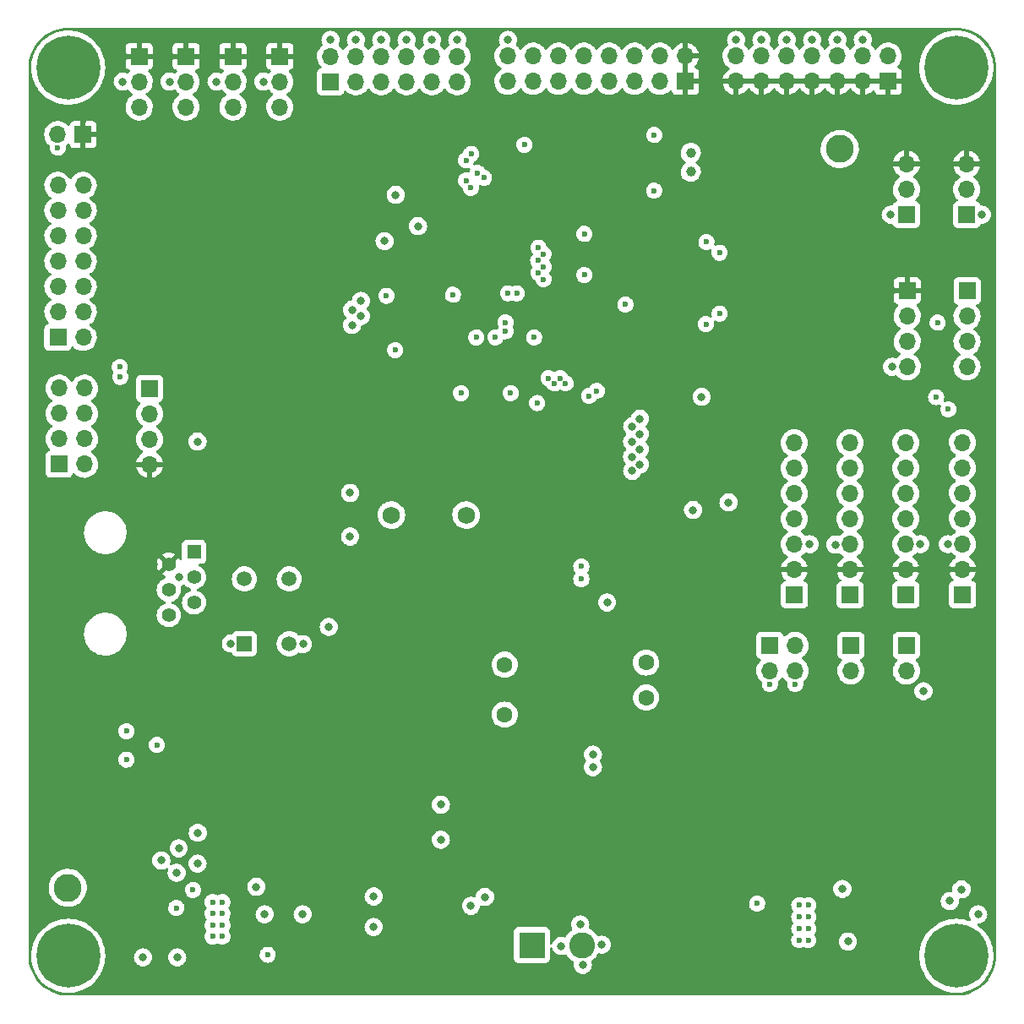
<source format=gbr>
%TF.GenerationSoftware,KiCad,Pcbnew,(6.0.2)*%
%TF.CreationDate,2022-02-23T19:08:17-05:00*%
%TF.ProjectId,SDP,5344502e-6b69-4636-9164-5f7063625858,rev?*%
%TF.SameCoordinates,Original*%
%TF.FileFunction,Copper,L3,Inr*%
%TF.FilePolarity,Positive*%
%FSLAX46Y46*%
G04 Gerber Fmt 4.6, Leading zero omitted, Abs format (unit mm)*
G04 Created by KiCad (PCBNEW (6.0.2)) date 2022-02-23 19:08:17*
%MOMM*%
%LPD*%
G01*
G04 APERTURE LIST*
%TA.AperFunction,ComponentPad*%
%ADD10R,1.700000X1.700000*%
%TD*%
%TA.AperFunction,ComponentPad*%
%ADD11O,1.700000X1.700000*%
%TD*%
%TA.AperFunction,ComponentPad*%
%ADD12C,6.400000*%
%TD*%
%TA.AperFunction,ComponentPad*%
%ADD13R,1.498000X1.498000*%
%TD*%
%TA.AperFunction,ComponentPad*%
%ADD14C,1.498000*%
%TD*%
%TA.AperFunction,ComponentPad*%
%ADD15C,1.600000*%
%TD*%
%TA.AperFunction,ComponentPad*%
%ADD16R,2.600000X2.600000*%
%TD*%
%TA.AperFunction,ComponentPad*%
%ADD17C,2.600000*%
%TD*%
%TA.AperFunction,ComponentPad*%
%ADD18C,2.800000*%
%TD*%
%TA.AperFunction,ComponentPad*%
%ADD19R,1.398000X1.398000*%
%TD*%
%TA.AperFunction,ComponentPad*%
%ADD20C,1.398000*%
%TD*%
%TA.AperFunction,ComponentPad*%
%ADD21C,1.752600*%
%TD*%
%TA.AperFunction,ComponentPad*%
%ADD22C,1.000000*%
%TD*%
%TA.AperFunction,ViaPad*%
%ADD23C,0.800000*%
%TD*%
%TA.AperFunction,ViaPad*%
%ADD24C,0.600000*%
%TD*%
G04 APERTURE END LIST*
D10*
%TO.N,+3V3*%
%TO.C,J15*%
X93599000Y-47525000D03*
D11*
%TO.N,GND*%
X93599000Y-50065000D03*
%TO.N,P93_PROX2*%
X93599000Y-52605000D03*
%TD*%
D10*
%TO.N,+3V3*%
%TO.C,J27*%
X143637000Y-50044600D03*
D11*
X143637000Y-47504600D03*
%TO.N,P72_FAN*%
X141097000Y-50044600D03*
%TO.N,P76_EN*%
X141097000Y-47504600D03*
%TO.N,P77_STEP*%
X138557000Y-50044600D03*
%TO.N,P78_DIR*%
X138557000Y-47504600D03*
%TO.N,P79_EN*%
X136017000Y-50044600D03*
%TO.N,P80_STEP*%
X136017000Y-47504600D03*
%TO.N,P81_DIR*%
X133477000Y-50044600D03*
%TO.N,P82_EN*%
X133477000Y-47504600D03*
%TO.N,P83_STEP*%
X130937000Y-50044600D03*
%TO.N,P84_DIR*%
X130937000Y-47504600D03*
%TO.N,P87_MTR1*%
X128397000Y-50044600D03*
%TO.N,P88_MTR2*%
X128397000Y-47504600D03*
%TO.N,unconnected-(J27-Pad15)*%
X125857000Y-50044600D03*
%TO.N,GND*%
X125857000Y-47504600D03*
%TD*%
D10*
%TO.N,+3V3*%
%TO.C,J2*%
X88900000Y-47525000D03*
D11*
%TO.N,GND*%
X88900000Y-50065000D03*
%TO.N,P94_PROX1*%
X88900000Y-52605000D03*
%TD*%
D10*
%TO.N,+3V3*%
%TO.C,J24*%
X163957000Y-50038000D03*
D11*
%TO.N,GND*%
X163957000Y-47498000D03*
%TO.N,+3V3*%
X161417000Y-50038000D03*
%TO.N,GND*%
X161417000Y-47498000D03*
%TO.N,+3V3*%
X158877000Y-50038000D03*
%TO.N,GND*%
X158877000Y-47498000D03*
%TO.N,+3V3*%
X156337000Y-50038000D03*
%TO.N,GND*%
X156337000Y-47498000D03*
%TO.N,+3V3*%
X153797000Y-50038000D03*
%TO.N,GND*%
X153797000Y-47498000D03*
%TO.N,+3V3*%
X151257000Y-50038000D03*
%TO.N,GND*%
X151257000Y-47498000D03*
%TO.N,+3V3*%
X148717000Y-50038000D03*
%TO.N,GND*%
X148717000Y-47498000D03*
%TD*%
D10*
%TO.N,unconnected-(J12-Pad1)*%
%TO.C,J12*%
X171407000Y-101459200D03*
D11*
%TO.N,+3V3*%
X171407000Y-98919200D03*
%TO.N,GND*%
X171407000Y-96379200D03*
%TO.N,P59_SDA2*%
X171407000Y-93839200D03*
%TO.N,P58_SCL2*%
X171407000Y-91299200D03*
%TO.N,P43_TOF4_CE*%
X171407000Y-88759200D03*
%TO.N,P44_TOF4_GPIO1*%
X171407000Y-86219200D03*
%TD*%
D12*
%TO.N,GND*%
%TO.C,H3*%
X170788000Y-137668000D03*
%TD*%
D13*
%TO.N,GND*%
%TO.C,SW1*%
X99436300Y-106401000D03*
D14*
%TO.N,Net-(R47-Pad2)*%
X99436300Y-99901000D03*
%TO.N,GND*%
X103936300Y-106401000D03*
%TO.N,Net-(R47-Pad2)*%
X103936300Y-99901000D03*
%TD*%
D10*
%TO.N,P49_U2RX*%
%TO.C,J5*%
X89941000Y-80809000D03*
D11*
%TO.N,P50_U2TX*%
X89941000Y-83349000D03*
%TO.N,GND*%
X89941000Y-85889000D03*
%TO.N,+3V3*%
X89941000Y-88429000D03*
%TD*%
D12*
%TO.N,GND*%
%TO.C,H2*%
X170788000Y-48668000D03*
%TD*%
D10*
%TO.N,unconnected-(J11-Pad1)*%
%TO.C,J11*%
X165735000Y-101500000D03*
D11*
%TO.N,+3V3*%
X165735000Y-98960000D03*
%TO.N,GND*%
X165735000Y-96420000D03*
%TO.N,P59_SDA2*%
X165735000Y-93880000D03*
%TO.N,P58_SCL2*%
X165735000Y-91340000D03*
%TO.N,P41_TOF3_CE*%
X165735000Y-88800000D03*
%TO.N,P42_TOF3_GPIO1*%
X165735000Y-86260000D03*
%TD*%
D15*
%TO.N,Net-(C40-Pad1)*%
%TO.C,C40*%
X125526800Y-113499600D03*
%TO.N,GND*%
X125526800Y-108499600D03*
%TD*%
D10*
%TO.N,P100_LIMIT*%
%TO.C,J10*%
X108077000Y-50065000D03*
D11*
%TO.N,GND*%
X108077000Y-47525000D03*
%TO.N,P99_LIMIT*%
X110617000Y-50065000D03*
%TO.N,GND*%
X110617000Y-47525000D03*
%TO.N,P98_LIMIT*%
X113157000Y-50065000D03*
%TO.N,GND*%
X113157000Y-47525000D03*
%TO.N,P97_LIMIT*%
X115697000Y-50065000D03*
%TO.N,GND*%
X115697000Y-47525000D03*
%TO.N,P96_LIMIT*%
X118237000Y-50065000D03*
%TO.N,GND*%
X118237000Y-47525000D03*
%TO.N,P95_LIMIT*%
X120777000Y-50065000D03*
%TO.N,GND*%
X120777000Y-47525000D03*
%TD*%
D10*
%TO.N,GND*%
%TO.C,J13*%
X165786200Y-63400000D03*
D11*
%TO.N,P92_TEMP2*%
X165786200Y-60860000D03*
%TO.N,+3V3*%
X165786200Y-58320000D03*
%TD*%
D10*
%TO.N,GND*%
%TO.C,J14*%
X171831000Y-63400000D03*
D11*
%TO.N,P91_TEMP1*%
X171831000Y-60860000D03*
%TO.N,+3V3*%
X171831000Y-58320000D03*
%TD*%
D16*
%TO.N,V_IN*%
%TO.C,J26*%
X128259200Y-136610800D03*
D17*
%TO.N,GND*%
X133259200Y-136610800D03*
%TD*%
D10*
%TO.N,+12V*%
%TO.C,J18*%
X152095200Y-106558400D03*
D11*
%TO.N,GND*%
X152095200Y-109098400D03*
%TO.N,+12V*%
X154635200Y-106558400D03*
%TO.N,GND*%
X154635200Y-109098400D03*
%TD*%
D18*
%TO.N,GND*%
%TO.C,TP2*%
X81737200Y-130860800D03*
%TD*%
%TO.N,GND*%
%TO.C,TP1*%
X159105600Y-56819800D03*
%TD*%
D10*
%TO.N,+5V*%
%TO.C,J6*%
X171856000Y-71040000D03*
D11*
%TO.N,GND*%
X171856000Y-73580000D03*
%TO.N,P59_SDA2*%
X171856000Y-76120000D03*
%TO.N,P58_SCL2*%
X171856000Y-78660000D03*
%TD*%
D10*
%TO.N,P21_RB4*%
%TO.C,J1*%
X80752000Y-75699000D03*
D11*
%TO.N,P20_RB5*%
X83292000Y-75699000D03*
%TO.N,P19_RE9*%
X80752000Y-73159000D03*
%TO.N,P18_RE8*%
X83292000Y-73159000D03*
%TO.N,P66_RA14*%
X80752000Y-70619000D03*
%TO.N,P67_RA15*%
X83292000Y-70619000D03*
%TO.N,P68_RD8*%
X80752000Y-68079000D03*
%TO.N,P69_RD9*%
X83292000Y-68079000D03*
%TO.N,P70_RD10*%
X80752000Y-65539000D03*
%TO.N,P71_RD11*%
X83292000Y-65539000D03*
%TO.N,P5_RE7*%
X80752000Y-62999000D03*
%TO.N,P4_RE6*%
X83292000Y-62999000D03*
%TO.N,P3_RE5*%
X80752000Y-60459000D03*
%TO.N,P1_RG15*%
X83292000Y-60459000D03*
%TD*%
D19*
%TO.N,P13_MCLR*%
%TO.C,J7*%
X94396500Y-97182000D03*
D20*
%TO.N,+3V3*%
X91856500Y-98452000D03*
%TO.N,GND*%
X94396500Y-99722000D03*
%TO.N,P27_PGD*%
X91856500Y-100992000D03*
%TO.N,P26_PGC*%
X94396500Y-102262000D03*
%TO.N,unconnected-(J7-Pad6)*%
X91856500Y-103532000D03*
%TD*%
D10*
%TO.N,+3V3*%
%TO.C,J25*%
X165862000Y-71020000D03*
D11*
%TO.N,P6_GRD_RLY*%
X165862000Y-73560000D03*
%TO.N,P7_HTR_RLY*%
X165862000Y-76100000D03*
%TO.N,GND*%
X165862000Y-78640000D03*
%TD*%
D12*
%TO.N,GND*%
%TO.C,H1*%
X81788000Y-48668000D03*
%TD*%
D10*
%TO.N,P59_SDA2*%
%TO.C,J4*%
X165785800Y-106578400D03*
D11*
%TO.N,P58_SCL2*%
X165785800Y-109118400D03*
%TD*%
D10*
%TO.N,P51_U1TX*%
%TO.C,J3*%
X80879000Y-88409000D03*
D11*
%TO.N,P50_U2TX*%
X83419000Y-88409000D03*
%TO.N,P52_U1RX*%
X80879000Y-85869000D03*
%TO.N,P49_U2RX*%
X83419000Y-85869000D03*
%TO.N,P48_U1RTS*%
X80879000Y-83329000D03*
%TO.N,P39_U2RTS*%
X83419000Y-83329000D03*
%TO.N,P47_U1CTS*%
X80879000Y-80789000D03*
%TO.N,P40_U2CTS*%
X83419000Y-80789000D03*
%TD*%
D10*
%TO.N,+3V3*%
%TO.C,J16*%
X102997000Y-47525000D03*
D11*
%TO.N,GND*%
X102997000Y-50065000D03*
%TO.N,P89_PROX4*%
X102997000Y-52605000D03*
%TD*%
D12*
%TO.N,GND*%
%TO.C,H4*%
X81788000Y-137668000D03*
%TD*%
D10*
%TO.N,P56_SDA1*%
%TO.C,J19*%
X160223200Y-106578400D03*
D11*
%TO.N,P57_SCL1*%
X160223200Y-109118400D03*
%TD*%
D10*
%TO.N,unconnected-(J8-Pad1)*%
%TO.C,J8*%
X160147000Y-101500000D03*
D11*
%TO.N,+3V3*%
X160147000Y-98960000D03*
%TO.N,GND*%
X160147000Y-96420000D03*
%TO.N,P56_SDA1*%
X160147000Y-93880000D03*
%TO.N,P57_SCL1*%
X160147000Y-91340000D03*
%TO.N,P34_TOF2_CE*%
X160147000Y-88800000D03*
%TO.N,P35_TOF2_GPIO1*%
X160147000Y-86260000D03*
%TD*%
D10*
%TO.N,+3V3*%
%TO.C,J17*%
X98298000Y-47525000D03*
D11*
%TO.N,GND*%
X98298000Y-50065000D03*
%TO.N,P90_PROX3*%
X98298000Y-52605000D03*
%TD*%
D21*
%TO.N,N/C*%
%TO.C,B1*%
X114173000Y-93499000D03*
X121666000Y-93499000D03*
%TD*%
D10*
%TO.N,unconnected-(J9-Pad1)*%
%TO.C,J9*%
X154559000Y-101500000D03*
D11*
%TO.N,+3V3*%
X154559000Y-98960000D03*
%TO.N,GND*%
X154559000Y-96420000D03*
%TO.N,P56_SDA1*%
X154559000Y-93880000D03*
%TO.N,P57_SCL1*%
X154559000Y-91340000D03*
%TO.N,P32_TOF1_CE*%
X154559000Y-88800000D03*
%TO.N,P33_TOF1_GPIO1*%
X154559000Y-86260000D03*
%TD*%
D15*
%TO.N,+12V*%
%TO.C,C39*%
X139700000Y-111784400D03*
%TO.N,GND*%
X139700000Y-108284400D03*
%TD*%
D22*
%TO.N,P74_SOSCO*%
%TO.C,Y2*%
X144170400Y-57205800D03*
%TO.N,P73_SOSCI*%
X144170400Y-59105800D03*
%TD*%
D10*
%TO.N,+3V3*%
%TO.C,J20*%
X83286600Y-55372000D03*
D11*
%TO.N,GND*%
X80746600Y-55372000D03*
%TD*%
D23*
%TO.N,GND*%
X133096000Y-134520000D03*
X105308400Y-106427600D03*
X101346000Y-50065000D03*
D24*
X96266000Y-132283200D03*
D23*
X112395000Y-134774000D03*
D24*
X127508000Y-56388000D03*
D23*
X92659200Y-129336800D03*
D24*
X97231200Y-134621600D03*
D23*
X167182800Y-96418400D03*
X164211000Y-63400000D03*
D24*
X120345200Y-71426400D03*
D23*
X119126000Y-126036400D03*
X107899200Y-104700400D03*
X101473000Y-133504000D03*
X91109800Y-128117600D03*
X89281000Y-137822000D03*
X119126000Y-122531200D03*
D24*
X155956000Y-136093200D03*
X122682000Y-75692000D03*
D23*
X156337000Y-45874000D03*
X114604800Y-61418800D03*
X98094800Y-106376800D03*
X113157000Y-45874000D03*
D24*
X80746600Y-56692800D03*
X126122500Y-81280000D03*
X155956000Y-133756400D03*
X147066000Y-73306000D03*
X133502400Y-65330400D03*
D23*
X170129200Y-132183200D03*
X113487200Y-66041600D03*
X158648400Y-96469200D03*
X148717000Y-45874000D03*
X145262600Y-81661000D03*
X120777000Y-45874000D03*
D24*
X147066000Y-67210000D03*
X87630000Y-115163600D03*
X114554000Y-76962000D03*
D23*
X135788400Y-102262000D03*
D24*
X155956000Y-134924800D03*
X155041600Y-132588000D03*
D23*
X91948000Y-50065000D03*
D24*
X168910000Y-74218800D03*
X96266000Y-135737600D03*
D23*
X94742000Y-128422400D03*
X94742000Y-86133000D03*
D24*
X124587000Y-75692000D03*
X97231200Y-135739200D03*
X137617200Y-72391600D03*
X96266000Y-133453200D03*
D23*
X123545600Y-131766600D03*
X153797000Y-45874000D03*
X108077000Y-45874000D03*
X110032800Y-91289200D03*
D24*
X140503150Y-60994550D03*
X145745200Y-66143200D03*
D23*
X105283000Y-133504000D03*
X171297600Y-131014800D03*
X161417000Y-45847000D03*
X92862400Y-99722000D03*
D24*
X97231200Y-132283200D03*
D23*
X96647000Y-50065000D03*
D24*
X128778000Y-82277500D03*
D23*
X115697000Y-45874000D03*
D24*
X87630000Y-118008400D03*
D23*
X173355000Y-63400000D03*
X110617000Y-45874000D03*
D24*
X145694400Y-74372800D03*
X140512800Y-55422800D03*
X96266000Y-134620000D03*
X133502400Y-69431501D03*
D23*
X125857000Y-45874000D03*
X122148600Y-132655600D03*
X135255000Y-136552000D03*
D24*
X113665000Y-71528000D03*
X154635200Y-110439200D03*
X152095200Y-110439200D03*
X155041600Y-134924800D03*
X155041600Y-133756400D03*
D23*
X169926000Y-96418400D03*
X112395000Y-131726000D03*
X92710000Y-137822000D03*
X164338000Y-78640000D03*
X158877000Y-45872400D03*
X94767400Y-125349000D03*
D24*
X101777800Y-137566400D03*
D23*
X110032800Y-95658000D03*
X156083000Y-96420000D03*
X151257000Y-45874000D03*
D24*
X155956000Y-132588000D03*
X155041600Y-136093200D03*
X121158000Y-81280000D03*
X90678000Y-116535200D03*
D23*
X131191000Y-136679000D03*
X133350000Y-138584000D03*
D24*
X97231200Y-133453200D03*
D23*
X87249000Y-50065000D03*
D24*
X128473200Y-75693600D03*
D23*
X92862400Y-126898400D03*
X118237000Y-45874000D03*
D24*
%TO.N,+3V3*%
X148590000Y-89916000D03*
D23*
X148488400Y-95505600D03*
X169926000Y-98958400D03*
X164211000Y-58320000D03*
D24*
X122276001Y-78664999D03*
X125076001Y-78621001D03*
X83261200Y-56692800D03*
X120777000Y-56388000D03*
X118237000Y-56388000D03*
D23*
X164338000Y-71020000D03*
D24*
X134772400Y-71375600D03*
D23*
X101346000Y-47525000D03*
X173355000Y-58320000D03*
D24*
X83312000Y-54025800D03*
X102057200Y-94032400D03*
D23*
X145491200Y-95912000D03*
D24*
X95148400Y-116560600D03*
D23*
X143637000Y-51716000D03*
X156057600Y-98958400D03*
D24*
X95148400Y-115570000D03*
X128675999Y-78664999D03*
X117328399Y-65985001D03*
X113157000Y-56388000D03*
X117316400Y-71585000D03*
D23*
X148590000Y-81637200D03*
X145542000Y-100941200D03*
X158699200Y-98958400D03*
X148590000Y-75947600D03*
X139954000Y-102262000D03*
X92075000Y-47525000D03*
X90373200Y-98452000D03*
D24*
X108077000Y-56388000D03*
D23*
X94742000Y-88165000D03*
X107797600Y-110491600D03*
D24*
X115697000Y-56388000D03*
D23*
X167182800Y-98958400D03*
X87376000Y-47525000D03*
X116586000Y-61418800D03*
X143637000Y-45874000D03*
D24*
X110617000Y-56388000D03*
X95148400Y-117525800D03*
D23*
X96647000Y-47525000D03*
D24*
%TO.N,+12V*%
X92633800Y-132867400D03*
D23*
X134366000Y-117502000D03*
X134366000Y-118772000D03*
%TO.N,P34_TOF2_CE*%
X138303000Y-87657000D03*
%TO.N,P35_TOF2_GPIO1*%
X139065000Y-86895000D03*
%TO.N,P33_TOF1_GPIO1*%
X139065000Y-88419000D03*
%TO.N,P41_TOF3_CE*%
X138303000Y-86133000D03*
%TO.N,P42_TOF3_GPIO1*%
X139065000Y-85371000D03*
%TO.N,P43_TOF4_CE*%
X138303000Y-84609000D03*
%TO.N,Net-(C12-Pad1)*%
X159359600Y-130964000D03*
D24*
X150825200Y-132437200D03*
D23*
%TO.N,+5V*%
X167487600Y-111152000D03*
D24*
%TO.N,Net-(C18-Pad1)*%
X94284800Y-131065600D03*
D23*
X100634800Y-130760800D03*
D24*
%TO.N,P68_RD8*%
X129413000Y-68607000D03*
%TO.N,P69_RD9*%
X128881200Y-67995800D03*
%TO.N,P70_RD10*%
X129413000Y-67337000D03*
%TO.N,P71_RD11*%
X128905000Y-66702000D03*
D23*
%TO.N,P1_RG15*%
X116840000Y-64543000D03*
D24*
%TO.N,P66_RA14*%
X129413000Y-69877000D03*
%TO.N,P67_RA15*%
X128905000Y-69242000D03*
%TO.N,P50_U2TX*%
X131632311Y-80296186D03*
%TO.N,P49_U2RX*%
X131078811Y-79781400D03*
%TO.N,P48_U1RTS*%
X86995000Y-79656000D03*
X130503475Y-80314675D03*
%TO.N,P47_U1CTS*%
X129921000Y-79781400D03*
X86944200Y-78663800D03*
%TO.N,P51_U1TX*%
X133985000Y-81561000D03*
%TO.N,P52_U1RX*%
X134747000Y-81053000D03*
%TO.N,P39_U2RTS*%
X125603000Y-75084000D03*
%TO.N,P40_U2CTS*%
X125603000Y-74195000D03*
D23*
%TO.N,P56_SDA1*%
X144399000Y-92991000D03*
D24*
X133210100Y-98655400D03*
D23*
%TO.N,P57_SCL1*%
X147955000Y-92229000D03*
D24*
X133210100Y-99925400D03*
%TO.N,P59_SDA2*%
X168757600Y-81686400D03*
%TO.N,P58_SCL2*%
X169976800Y-82905600D03*
D23*
%TO.N,P32_TOF1_CE*%
X138303000Y-89072500D03*
%TO.N,P44_TOF4_GPIO1*%
X139065000Y-83847000D03*
D24*
%TO.N,P92_TEMP2*%
X122809000Y-59209000D03*
%TO.N,P91_TEMP1*%
X123454384Y-59706616D03*
%TO.N,P6_GRD_RLY*%
X126746000Y-71274000D03*
%TO.N,P7_HTR_RLY*%
X125857000Y-71274000D03*
D23*
%TO.N,Net-(R2-Pad2)*%
X159918400Y-136247200D03*
X172974000Y-133504000D03*
D24*
%TO.N,P94_PROX1*%
X122128558Y-60706064D03*
%TO.N,P93_PROX2*%
X121666000Y-59971000D03*
%TO.N,P89_PROX4*%
X122174000Y-57304000D03*
%TO.N,P90_PROX3*%
X121666000Y-57939000D03*
D23*
%TO.N,P21_RB4*%
X110236000Y-74449000D03*
%TO.N,P20_RB5*%
X111125000Y-73560000D03*
%TO.N,P19_RE9*%
X110236000Y-72925000D03*
%TO.N,P18_RE8*%
X111125000Y-72036000D03*
%TD*%
%TA.AperFunction,Conductor*%
%TO.N,+3V3*%
G36*
X170758057Y-44677500D02*
G01*
X170772858Y-44679805D01*
X170772861Y-44679805D01*
X170781730Y-44681186D01*
X170801626Y-44678584D01*
X170823784Y-44677654D01*
X171150518Y-44692760D01*
X171162107Y-44693834D01*
X171515764Y-44743167D01*
X171527204Y-44745306D01*
X171874799Y-44827060D01*
X171885987Y-44830243D01*
X172224553Y-44943719D01*
X172235398Y-44947919D01*
X172362032Y-45003834D01*
X172562063Y-45092157D01*
X172572468Y-45097337D01*
X172884441Y-45271105D01*
X172894318Y-45277221D01*
X173188912Y-45479023D01*
X173198200Y-45486037D01*
X173472919Y-45714160D01*
X173481519Y-45722001D01*
X173733999Y-45974481D01*
X173741840Y-45983081D01*
X173969963Y-46257800D01*
X173976977Y-46267088D01*
X174107144Y-46457108D01*
X174124285Y-46482130D01*
X174178779Y-46561682D01*
X174184895Y-46571559D01*
X174358663Y-46883532D01*
X174363843Y-46893937D01*
X174508079Y-47220598D01*
X174512281Y-47231447D01*
X174608105Y-47517348D01*
X174625756Y-47570011D01*
X174628940Y-47581201D01*
X174661531Y-47719767D01*
X174710694Y-47928796D01*
X174712833Y-47940236D01*
X174762166Y-48293893D01*
X174763240Y-48305482D01*
X174778003Y-48624816D01*
X174776638Y-48650015D01*
X174774814Y-48661730D01*
X174775978Y-48670632D01*
X174775978Y-48670635D01*
X174778936Y-48693251D01*
X174780000Y-48709589D01*
X174780000Y-137618785D01*
X174778507Y-137638126D01*
X174774812Y-137661913D01*
X174775979Y-137670812D01*
X174777421Y-137681814D01*
X174778358Y-137703964D01*
X174763359Y-138030744D01*
X174762292Y-138042297D01*
X174715397Y-138379200D01*
X174713058Y-138396004D01*
X174710923Y-138407441D01*
X174663514Y-138609237D01*
X174629254Y-138755063D01*
X174626071Y-138766263D01*
X174512655Y-139104886D01*
X174508450Y-139115744D01*
X174364431Y-139442063D01*
X174364271Y-139442425D01*
X174359090Y-139452835D01*
X174185352Y-139764846D01*
X174179229Y-139774736D01*
X173988064Y-140053852D01*
X173977447Y-140069353D01*
X173970434Y-140078641D01*
X173908795Y-140152876D01*
X173742314Y-140353378D01*
X173734470Y-140361983D01*
X173481954Y-140614497D01*
X173473371Y-140622321D01*
X173198626Y-140850445D01*
X173189335Y-140857460D01*
X172894703Y-141059249D01*
X172884821Y-141065367D01*
X172572821Y-141239096D01*
X172562417Y-141244275D01*
X172235708Y-141388465D01*
X172224858Y-141392666D01*
X172132698Y-141423532D01*
X171886249Y-141506074D01*
X171875049Y-141509258D01*
X171527415Y-141590927D01*
X171515970Y-141593063D01*
X171162292Y-141642291D01*
X171150701Y-141643362D01*
X171125647Y-141644512D01*
X170831342Y-141658018D01*
X170806138Y-141656643D01*
X170803301Y-141656200D01*
X170803293Y-141656200D01*
X170794427Y-141654816D01*
X170774489Y-141657416D01*
X170762786Y-141658942D01*
X170746493Y-141660000D01*
X81837328Y-141660000D01*
X81817943Y-141658500D01*
X81803142Y-141656195D01*
X81803139Y-141656195D01*
X81794270Y-141654814D01*
X81775105Y-141657320D01*
X81774374Y-141657416D01*
X81752216Y-141658346D01*
X81425482Y-141643240D01*
X81413893Y-141642166D01*
X81060236Y-141592833D01*
X81048796Y-141590694D01*
X80702552Y-141509258D01*
X80701201Y-141508940D01*
X80690011Y-141505756D01*
X80352597Y-141392667D01*
X80351447Y-141392281D01*
X80340602Y-141388081D01*
X80143280Y-141300954D01*
X80013937Y-141243843D01*
X80003532Y-141238663D01*
X79691559Y-141064895D01*
X79681682Y-141058779D01*
X79387088Y-140856977D01*
X79377800Y-140849963D01*
X79103081Y-140621840D01*
X79094481Y-140613999D01*
X78842001Y-140361519D01*
X78834160Y-140352919D01*
X78606037Y-140078200D01*
X78599023Y-140068912D01*
X78397221Y-139774318D01*
X78391105Y-139764441D01*
X78217337Y-139452468D01*
X78212157Y-139442063D01*
X78067921Y-139115402D01*
X78063717Y-139104549D01*
X78011674Y-138949271D01*
X77950243Y-138765987D01*
X77947059Y-138754796D01*
X77865306Y-138407204D01*
X77863167Y-138395764D01*
X77813834Y-138042107D01*
X77812760Y-138030518D01*
X77797997Y-137711184D01*
X77799362Y-137685985D01*
X77799805Y-137683142D01*
X77799805Y-137683140D01*
X77801186Y-137674270D01*
X77800366Y-137668000D01*
X78074411Y-137668000D01*
X78094754Y-138056176D01*
X78095267Y-138059416D01*
X78095268Y-138059424D01*
X78118529Y-138206286D01*
X78155562Y-138440099D01*
X78256167Y-138815562D01*
X78395468Y-139178453D01*
X78396966Y-139181393D01*
X78535093Y-139452481D01*
X78571938Y-139524794D01*
X78783643Y-139850793D01*
X79028266Y-140152876D01*
X79303124Y-140427734D01*
X79605207Y-140672357D01*
X79607970Y-140674152D01*
X79607971Y-140674152D01*
X79889498Y-140856977D01*
X79931205Y-140884062D01*
X79934139Y-140885557D01*
X79934146Y-140885561D01*
X80274107Y-141058779D01*
X80277547Y-141060532D01*
X80640438Y-141199833D01*
X81015901Y-141300438D01*
X81219793Y-141332732D01*
X81396576Y-141360732D01*
X81396584Y-141360733D01*
X81399824Y-141361246D01*
X81788000Y-141381589D01*
X82176176Y-141361246D01*
X82179416Y-141360733D01*
X82179424Y-141360732D01*
X82356207Y-141332732D01*
X82560099Y-141300438D01*
X82935562Y-141199833D01*
X83298453Y-141060532D01*
X83301893Y-141058779D01*
X83641854Y-140885561D01*
X83641861Y-140885557D01*
X83644795Y-140884062D01*
X83686503Y-140856977D01*
X83968029Y-140674152D01*
X83968030Y-140674152D01*
X83970793Y-140672357D01*
X84272876Y-140427734D01*
X84547734Y-140152876D01*
X84792357Y-139850793D01*
X85004062Y-139524794D01*
X85040908Y-139452481D01*
X85179034Y-139181393D01*
X85180532Y-139178453D01*
X85319833Y-138815562D01*
X85420438Y-138440099D01*
X85457471Y-138206286D01*
X85480732Y-138059424D01*
X85480733Y-138059416D01*
X85481246Y-138056176D01*
X85493518Y-137822000D01*
X88367496Y-137822000D01*
X88368186Y-137828565D01*
X88385138Y-137989850D01*
X88387458Y-138011928D01*
X88446473Y-138193556D01*
X88541960Y-138358944D01*
X88546378Y-138363851D01*
X88546379Y-138363852D01*
X88662616Y-138492946D01*
X88669747Y-138500866D01*
X88768843Y-138572864D01*
X88793207Y-138590565D01*
X88824248Y-138613118D01*
X88830276Y-138615802D01*
X88830278Y-138615803D01*
X88992681Y-138688109D01*
X88998712Y-138690794D01*
X89092112Y-138710647D01*
X89179056Y-138729128D01*
X89179061Y-138729128D01*
X89185513Y-138730500D01*
X89376487Y-138730500D01*
X89382939Y-138729128D01*
X89382944Y-138729128D01*
X89469888Y-138710647D01*
X89563288Y-138690794D01*
X89569319Y-138688109D01*
X89731722Y-138615803D01*
X89731724Y-138615802D01*
X89737752Y-138613118D01*
X89768794Y-138590565D01*
X89793157Y-138572864D01*
X89892253Y-138500866D01*
X89899384Y-138492946D01*
X90015621Y-138363852D01*
X90015622Y-138363851D01*
X90020040Y-138358944D01*
X90115527Y-138193556D01*
X90174542Y-138011928D01*
X90176863Y-137989850D01*
X90193814Y-137828565D01*
X90194504Y-137822000D01*
X91796496Y-137822000D01*
X91797186Y-137828565D01*
X91814138Y-137989850D01*
X91816458Y-138011928D01*
X91875473Y-138193556D01*
X91970960Y-138358944D01*
X91975378Y-138363851D01*
X91975379Y-138363852D01*
X92091616Y-138492946D01*
X92098747Y-138500866D01*
X92197843Y-138572864D01*
X92222207Y-138590565D01*
X92253248Y-138613118D01*
X92259276Y-138615802D01*
X92259278Y-138615803D01*
X92421681Y-138688109D01*
X92427712Y-138690794D01*
X92521112Y-138710647D01*
X92608056Y-138729128D01*
X92608061Y-138729128D01*
X92614513Y-138730500D01*
X92805487Y-138730500D01*
X92811939Y-138729128D01*
X92811944Y-138729128D01*
X92898888Y-138710647D01*
X92992288Y-138690794D01*
X92998319Y-138688109D01*
X93160722Y-138615803D01*
X93160724Y-138615802D01*
X93166752Y-138613118D01*
X93197794Y-138590565D01*
X93222157Y-138572864D01*
X93321253Y-138500866D01*
X93328384Y-138492946D01*
X93444621Y-138363852D01*
X93444622Y-138363851D01*
X93449040Y-138358944D01*
X93544527Y-138193556D01*
X93603542Y-138011928D01*
X93605863Y-137989850D01*
X93622814Y-137828565D01*
X93623504Y-137822000D01*
X93611857Y-137711184D01*
X93604232Y-137638635D01*
X93604232Y-137638633D01*
X93603542Y-137632072D01*
X93578513Y-137555040D01*
X100964263Y-137555040D01*
X100981963Y-137735560D01*
X101039218Y-137907673D01*
X101042865Y-137913695D01*
X101042866Y-137913697D01*
X101129154Y-138056176D01*
X101133180Y-138062824D01*
X101138069Y-138067887D01*
X101138070Y-138067888D01*
X101147845Y-138078010D01*
X101259182Y-138193302D01*
X101265078Y-138197160D01*
X101371623Y-138266881D01*
X101410959Y-138292622D01*
X101417563Y-138295078D01*
X101417565Y-138295079D01*
X101574358Y-138353390D01*
X101574360Y-138353390D01*
X101580968Y-138355848D01*
X101646313Y-138364567D01*
X101753780Y-138378907D01*
X101753784Y-138378907D01*
X101760761Y-138379838D01*
X101767772Y-138379200D01*
X101767776Y-138379200D01*
X101928555Y-138364567D01*
X101941400Y-138363398D01*
X101948102Y-138361220D01*
X101948104Y-138361220D01*
X102107209Y-138309524D01*
X102107212Y-138309523D01*
X102113908Y-138307347D01*
X102269712Y-138214469D01*
X102401066Y-138089382D01*
X102487735Y-137958934D01*
X126450700Y-137958934D01*
X126457455Y-138021116D01*
X126508585Y-138157505D01*
X126595939Y-138274061D01*
X126712495Y-138361415D01*
X126848884Y-138412545D01*
X126911066Y-138419300D01*
X129607334Y-138419300D01*
X129669516Y-138412545D01*
X129805905Y-138361415D01*
X129922461Y-138274061D01*
X130009815Y-138157505D01*
X130060945Y-138021116D01*
X130067700Y-137958934D01*
X130067700Y-136957337D01*
X130087702Y-136889216D01*
X130141358Y-136842723D01*
X130211632Y-136832619D01*
X130276212Y-136862113D01*
X130313533Y-136918401D01*
X130356473Y-137050556D01*
X130451960Y-137215944D01*
X130579747Y-137357866D01*
X130613068Y-137382075D01*
X130719122Y-137459128D01*
X130734248Y-137470118D01*
X130740276Y-137472802D01*
X130740278Y-137472803D01*
X130824941Y-137510497D01*
X130908712Y-137547794D01*
X130996246Y-137566400D01*
X131089056Y-137586128D01*
X131089061Y-137586128D01*
X131095513Y-137587500D01*
X131286487Y-137587500D01*
X131292939Y-137586128D01*
X131292944Y-137586128D01*
X131385754Y-137566400D01*
X131473288Y-137547794D01*
X131557059Y-137510497D01*
X131627425Y-137501063D01*
X131691722Y-137531169D01*
X131719299Y-137565966D01*
X131729650Y-137585231D01*
X131732445Y-137588975D01*
X131732447Y-137588977D01*
X131798363Y-137677249D01*
X131890481Y-137800610D01*
X131893790Y-137803890D01*
X131893795Y-137803896D01*
X132078063Y-137986562D01*
X132081380Y-137989850D01*
X132085142Y-137992608D01*
X132085145Y-137992611D01*
X132260181Y-138120952D01*
X132298154Y-138148795D01*
X132302289Y-138150971D01*
X132302293Y-138150973D01*
X132328367Y-138164691D01*
X132394108Y-138199279D01*
X132407426Y-138206286D01*
X132458398Y-138255705D01*
X132474561Y-138324838D01*
X132468591Y-138356731D01*
X132456458Y-138394072D01*
X132455768Y-138400635D01*
X132455767Y-138400642D01*
X132437186Y-138577435D01*
X132436496Y-138584000D01*
X132437186Y-138590565D01*
X132455624Y-138765989D01*
X132456458Y-138773928D01*
X132515473Y-138955556D01*
X132610960Y-139120944D01*
X132615378Y-139125851D01*
X132615379Y-139125852D01*
X132662741Y-139178453D01*
X132738747Y-139262866D01*
X132893248Y-139375118D01*
X132899276Y-139377802D01*
X132899278Y-139377803D01*
X133056401Y-139447758D01*
X133067712Y-139452794D01*
X133161112Y-139472647D01*
X133248056Y-139491128D01*
X133248061Y-139491128D01*
X133254513Y-139492500D01*
X133445487Y-139492500D01*
X133451939Y-139491128D01*
X133451944Y-139491128D01*
X133538888Y-139472647D01*
X133632288Y-139452794D01*
X133643599Y-139447758D01*
X133800722Y-139377803D01*
X133800724Y-139377802D01*
X133806752Y-139375118D01*
X133961253Y-139262866D01*
X134037259Y-139178453D01*
X134084621Y-139125852D01*
X134084622Y-139125851D01*
X134089040Y-139120944D01*
X134184527Y-138955556D01*
X134243542Y-138773928D01*
X134244377Y-138765989D01*
X134262814Y-138590565D01*
X134263504Y-138584000D01*
X134262814Y-138577435D01*
X134244232Y-138400635D01*
X134244232Y-138400633D01*
X134243542Y-138394072D01*
X134202264Y-138267032D01*
X134200236Y-138196066D01*
X134236899Y-138135268D01*
X134255788Y-138120957D01*
X134325190Y-138078010D01*
X134530349Y-137904330D01*
X134707582Y-137702234D01*
X134713622Y-137692845D01*
X134729603Y-137668000D01*
X167074411Y-137668000D01*
X167094754Y-138056176D01*
X167095267Y-138059416D01*
X167095268Y-138059424D01*
X167118529Y-138206286D01*
X167155562Y-138440099D01*
X167256167Y-138815562D01*
X167395468Y-139178453D01*
X167396966Y-139181393D01*
X167535093Y-139452481D01*
X167571938Y-139524794D01*
X167783643Y-139850793D01*
X168028266Y-140152876D01*
X168303124Y-140427734D01*
X168605207Y-140672357D01*
X168607970Y-140674152D01*
X168607971Y-140674152D01*
X168889498Y-140856977D01*
X168931205Y-140884062D01*
X168934139Y-140885557D01*
X168934146Y-140885561D01*
X169274107Y-141058779D01*
X169277547Y-141060532D01*
X169640438Y-141199833D01*
X170015901Y-141300438D01*
X170219793Y-141332732D01*
X170396576Y-141360732D01*
X170396584Y-141360733D01*
X170399824Y-141361246D01*
X170788000Y-141381589D01*
X171176176Y-141361246D01*
X171179416Y-141360733D01*
X171179424Y-141360732D01*
X171356207Y-141332732D01*
X171560099Y-141300438D01*
X171935562Y-141199833D01*
X172298453Y-141060532D01*
X172301893Y-141058779D01*
X172641854Y-140885561D01*
X172641861Y-140885557D01*
X172644795Y-140884062D01*
X172686503Y-140856977D01*
X172968029Y-140674152D01*
X172968030Y-140674152D01*
X172970793Y-140672357D01*
X173272876Y-140427734D01*
X173547734Y-140152876D01*
X173792357Y-139850793D01*
X174004062Y-139524794D01*
X174040908Y-139452481D01*
X174179034Y-139181393D01*
X174180532Y-139178453D01*
X174319833Y-138815562D01*
X174420438Y-138440099D01*
X174457471Y-138206286D01*
X174480732Y-138059424D01*
X174480733Y-138059416D01*
X174481246Y-138056176D01*
X174501589Y-137668000D01*
X174481246Y-137279824D01*
X174472010Y-137221506D01*
X174441392Y-137028197D01*
X174420438Y-136895901D01*
X174319833Y-136520438D01*
X174299658Y-136467879D01*
X174233502Y-136295538D01*
X174180532Y-136157547D01*
X174161319Y-136119839D01*
X174005561Y-135814147D01*
X174005557Y-135814140D01*
X174004062Y-135811206D01*
X173978519Y-135771872D01*
X173794152Y-135487971D01*
X173794152Y-135487970D01*
X173792357Y-135485207D01*
X173565123Y-135204597D01*
X173549809Y-135185686D01*
X173549806Y-135185682D01*
X173547734Y-135183124D01*
X173272876Y-134908266D01*
X173259309Y-134897279D01*
X173057040Y-134733485D01*
X172970793Y-134663643D01*
X172968034Y-134661851D01*
X172968024Y-134661844D01*
X172940811Y-134644172D01*
X172894574Y-134590296D01*
X172884805Y-134519975D01*
X172914606Y-134455535D01*
X172974514Y-134417436D01*
X173009436Y-134412500D01*
X173069487Y-134412500D01*
X173075939Y-134411128D01*
X173075944Y-134411128D01*
X173162887Y-134392647D01*
X173256288Y-134372794D01*
X173302256Y-134352328D01*
X173424722Y-134297803D01*
X173424724Y-134297802D01*
X173430752Y-134295118D01*
X173459428Y-134274284D01*
X173517422Y-134232148D01*
X173585253Y-134182866D01*
X173639874Y-134122203D01*
X173708621Y-134045852D01*
X173708622Y-134045851D01*
X173713040Y-134040944D01*
X173808527Y-133875556D01*
X173867542Y-133693928D01*
X173872177Y-133649834D01*
X173886814Y-133510565D01*
X173887504Y-133504000D01*
X173881708Y-133448853D01*
X173868232Y-133320635D01*
X173868232Y-133320633D01*
X173867542Y-133314072D01*
X173808527Y-133132444D01*
X173713040Y-132967056D01*
X173701565Y-132954311D01*
X173589675Y-132830045D01*
X173589674Y-132830044D01*
X173585253Y-132825134D01*
X173469187Y-132740807D01*
X173436094Y-132716763D01*
X173436093Y-132716762D01*
X173430752Y-132712882D01*
X173424724Y-132710198D01*
X173424722Y-132710197D01*
X173262319Y-132637891D01*
X173262318Y-132637891D01*
X173256288Y-132635206D01*
X173162888Y-132615353D01*
X173075944Y-132596872D01*
X173075939Y-132596872D01*
X173069487Y-132595500D01*
X172878513Y-132595500D01*
X172872061Y-132596872D01*
X172872056Y-132596872D01*
X172785112Y-132615353D01*
X172691712Y-132635206D01*
X172685682Y-132637891D01*
X172685681Y-132637891D01*
X172523278Y-132710197D01*
X172523276Y-132710198D01*
X172517248Y-132712882D01*
X172511907Y-132716762D01*
X172511906Y-132716763D01*
X172478813Y-132740807D01*
X172362747Y-132825134D01*
X172358326Y-132830044D01*
X172358325Y-132830045D01*
X172246436Y-132954311D01*
X172234960Y-132967056D01*
X172139473Y-133132444D01*
X172080458Y-133314072D01*
X172079768Y-133320633D01*
X172079768Y-133320635D01*
X172066292Y-133448853D01*
X172060496Y-133504000D01*
X172061186Y-133510565D01*
X172075824Y-133649834D01*
X172080458Y-133693928D01*
X172139473Y-133875556D01*
X172201539Y-133983056D01*
X172212931Y-134002788D01*
X172229669Y-134071783D01*
X172206449Y-134138875D01*
X172150642Y-134182762D01*
X172079967Y-134189511D01*
X172058658Y-134183419D01*
X171938652Y-134137353D01*
X171938650Y-134137352D01*
X171935562Y-134136167D01*
X171560099Y-134035562D01*
X171353174Y-134002788D01*
X171179424Y-133975268D01*
X171179416Y-133975267D01*
X171176176Y-133974754D01*
X170788000Y-133954411D01*
X170399824Y-133974754D01*
X170396584Y-133975267D01*
X170396576Y-133975268D01*
X170222826Y-134002788D01*
X170015901Y-134035562D01*
X169640438Y-134136167D01*
X169637350Y-134137352D01*
X169637348Y-134137353D01*
X169508668Y-134186749D01*
X169277547Y-134275468D01*
X169274607Y-134276966D01*
X168934147Y-134450439D01*
X168934140Y-134450443D01*
X168931206Y-134451938D01*
X168928440Y-134453734D01*
X168928437Y-134453736D01*
X168635190Y-134644172D01*
X168605207Y-134663643D01*
X168518960Y-134733485D01*
X168316692Y-134897279D01*
X168303124Y-134908266D01*
X168028266Y-135183124D01*
X168026194Y-135185682D01*
X168026191Y-135185686D01*
X168010877Y-135204597D01*
X167783643Y-135485207D01*
X167781848Y-135487970D01*
X167781848Y-135487971D01*
X167597482Y-135771872D01*
X167571938Y-135811206D01*
X167570443Y-135814140D01*
X167570439Y-135814147D01*
X167414681Y-136119839D01*
X167395468Y-136157547D01*
X167342498Y-136295538D01*
X167276343Y-136467879D01*
X167256167Y-136520438D01*
X167155562Y-136895901D01*
X167134608Y-137028197D01*
X167103991Y-137221506D01*
X167094754Y-137279824D01*
X167074411Y-137668000D01*
X134729603Y-137668000D01*
X134851659Y-137478241D01*
X134905333Y-137431770D01*
X134975611Y-137421694D01*
X134983827Y-137423157D01*
X135153056Y-137459128D01*
X135153061Y-137459128D01*
X135159513Y-137460500D01*
X135350487Y-137460500D01*
X135356939Y-137459128D01*
X135356944Y-137459128D01*
X135443888Y-137440647D01*
X135537288Y-137420794D01*
X135543319Y-137418109D01*
X135705722Y-137345803D01*
X135705724Y-137345802D01*
X135711752Y-137343118D01*
X135866253Y-137230866D01*
X135880676Y-137214848D01*
X135989621Y-137093852D01*
X135989622Y-137093851D01*
X135994040Y-137088944D01*
X136052314Y-136988010D01*
X136086223Y-136929279D01*
X136086224Y-136929278D01*
X136089527Y-136923556D01*
X136148542Y-136741928D01*
X136150431Y-136723960D01*
X136167814Y-136558565D01*
X136168504Y-136552000D01*
X136159663Y-136467879D01*
X136149232Y-136368635D01*
X136149232Y-136368633D01*
X136148542Y-136362072D01*
X136089527Y-136180444D01*
X136076308Y-136157547D01*
X136041444Y-136097162D01*
X136032598Y-136081840D01*
X154228063Y-136081840D01*
X154245763Y-136262360D01*
X154303018Y-136434473D01*
X154306665Y-136440495D01*
X154306666Y-136440497D01*
X154374581Y-136552638D01*
X154396980Y-136589624D01*
X154401869Y-136594687D01*
X154401870Y-136594688D01*
X154427319Y-136621041D01*
X154522982Y-136720102D01*
X154585734Y-136761166D01*
X154620849Y-136784144D01*
X154674759Y-136819422D01*
X154681363Y-136821878D01*
X154681365Y-136821879D01*
X154838158Y-136880190D01*
X154838160Y-136880190D01*
X154844768Y-136882648D01*
X154920193Y-136892712D01*
X155017580Y-136905707D01*
X155017584Y-136905707D01*
X155024561Y-136906638D01*
X155031572Y-136906000D01*
X155031576Y-136906000D01*
X155177577Y-136892712D01*
X155205200Y-136890198D01*
X155211902Y-136888020D01*
X155211904Y-136888020D01*
X155371009Y-136836324D01*
X155371012Y-136836323D01*
X155377708Y-136834147D01*
X155432506Y-136801481D01*
X155501260Y-136783781D01*
X155566015Y-136804277D01*
X155589159Y-136819422D01*
X155595763Y-136821878D01*
X155595765Y-136821879D01*
X155752558Y-136880190D01*
X155752560Y-136880190D01*
X155759168Y-136882648D01*
X155834593Y-136892712D01*
X155931980Y-136905707D01*
X155931984Y-136905707D01*
X155938961Y-136906638D01*
X155945972Y-136906000D01*
X155945976Y-136906000D01*
X156091977Y-136892712D01*
X156119600Y-136890198D01*
X156126302Y-136888020D01*
X156126304Y-136888020D01*
X156285409Y-136836324D01*
X156285412Y-136836323D01*
X156292108Y-136834147D01*
X156427163Y-136753638D01*
X156441860Y-136744877D01*
X156441862Y-136744876D01*
X156447912Y-136741269D01*
X156579266Y-136616182D01*
X156679643Y-136465102D01*
X156737145Y-136313729D01*
X156741555Y-136302120D01*
X156741556Y-136302118D01*
X156744055Y-136295538D01*
X156745035Y-136288566D01*
X156750849Y-136247200D01*
X159004896Y-136247200D01*
X159005586Y-136253765D01*
X159023877Y-136427790D01*
X159024858Y-136437128D01*
X159083873Y-136618756D01*
X159179360Y-136784144D01*
X159183778Y-136789051D01*
X159183779Y-136789052D01*
X159297068Y-136914872D01*
X159307147Y-136926066D01*
X159350188Y-136957337D01*
X159447718Y-137028197D01*
X159461648Y-137038318D01*
X159467676Y-137041002D01*
X159467678Y-137041003D01*
X159575356Y-137088944D01*
X159636112Y-137115994D01*
X159729512Y-137135847D01*
X159816456Y-137154328D01*
X159816461Y-137154328D01*
X159822913Y-137155700D01*
X160013887Y-137155700D01*
X160020339Y-137154328D01*
X160020344Y-137154328D01*
X160107288Y-137135847D01*
X160200688Y-137115994D01*
X160261444Y-137088944D01*
X160369122Y-137041003D01*
X160369124Y-137041002D01*
X160375152Y-137038318D01*
X160389083Y-137028197D01*
X160486612Y-136957337D01*
X160529653Y-136926066D01*
X160539732Y-136914872D01*
X160653021Y-136789052D01*
X160653022Y-136789051D01*
X160657440Y-136784144D01*
X160752927Y-136618756D01*
X160811942Y-136437128D01*
X160812924Y-136427790D01*
X160831214Y-136253765D01*
X160831904Y-136247200D01*
X160824286Y-136174721D01*
X160812632Y-136063835D01*
X160812632Y-136063833D01*
X160811942Y-136057272D01*
X160752927Y-135875644D01*
X160657440Y-135710256D01*
X160632449Y-135682500D01*
X160534075Y-135573245D01*
X160534074Y-135573244D01*
X160529653Y-135568334D01*
X160375152Y-135456082D01*
X160369124Y-135453398D01*
X160369122Y-135453397D01*
X160206719Y-135381091D01*
X160206718Y-135381091D01*
X160200688Y-135378406D01*
X160107287Y-135358553D01*
X160020344Y-135340072D01*
X160020339Y-135340072D01*
X160013887Y-135338700D01*
X159822913Y-135338700D01*
X159816461Y-135340072D01*
X159816456Y-135340072D01*
X159729513Y-135358553D01*
X159636112Y-135378406D01*
X159630082Y-135381091D01*
X159630081Y-135381091D01*
X159467678Y-135453397D01*
X159467676Y-135453398D01*
X159461648Y-135456082D01*
X159307147Y-135568334D01*
X159302726Y-135573244D01*
X159302725Y-135573245D01*
X159204352Y-135682500D01*
X159179360Y-135710256D01*
X159083873Y-135875644D01*
X159024858Y-136057272D01*
X159024168Y-136063833D01*
X159024168Y-136063835D01*
X159012514Y-136174721D01*
X159004896Y-136247200D01*
X156750849Y-136247200D01*
X156768748Y-136119839D01*
X156768748Y-136119836D01*
X156769299Y-136115917D01*
X156769616Y-136093200D01*
X156749397Y-135912945D01*
X156747080Y-135906291D01*
X156692064Y-135748306D01*
X156692062Y-135748303D01*
X156689745Y-135741648D01*
X156654905Y-135685891D01*
X156597362Y-135593803D01*
X156593626Y-135587824D01*
X156591091Y-135585272D01*
X156564967Y-135520728D01*
X156578138Y-135450964D01*
X156585402Y-135438547D01*
X156641184Y-135354587D01*
X156679643Y-135296702D01*
X156723675Y-135180787D01*
X156741555Y-135133720D01*
X156741556Y-135133718D01*
X156744055Y-135127138D01*
X156746595Y-135109063D01*
X156768748Y-134951439D01*
X156768748Y-134951436D01*
X156769299Y-134947517D01*
X156769452Y-134936538D01*
X156769561Y-134928762D01*
X156769561Y-134928757D01*
X156769616Y-134924800D01*
X156749397Y-134744545D01*
X156747080Y-134737891D01*
X156692064Y-134579906D01*
X156692062Y-134579903D01*
X156689745Y-134573248D01*
X156660575Y-134526565D01*
X156597362Y-134425403D01*
X156593626Y-134419424D01*
X156591091Y-134416872D01*
X156564967Y-134352328D01*
X156578138Y-134282564D01*
X156585402Y-134270147D01*
X156662085Y-134154729D01*
X156679643Y-134128302D01*
X156733409Y-133986763D01*
X156741555Y-133965320D01*
X156741556Y-133965318D01*
X156744055Y-133958738D01*
X156746183Y-133943597D01*
X156768748Y-133783039D01*
X156768748Y-133783036D01*
X156769299Y-133779117D01*
X156769616Y-133756400D01*
X156749397Y-133576145D01*
X156747080Y-133569491D01*
X156692064Y-133411506D01*
X156692062Y-133411503D01*
X156689745Y-133404848D01*
X156593626Y-133251024D01*
X156591091Y-133248472D01*
X156564967Y-133183928D01*
X156578138Y-133114164D01*
X156585402Y-133101747D01*
X156671091Y-132972774D01*
X156679643Y-132959902D01*
X156736927Y-132809102D01*
X156741555Y-132796920D01*
X156741556Y-132796918D01*
X156744055Y-132790338D01*
X156747623Y-132764951D01*
X156768748Y-132614639D01*
X156768748Y-132614636D01*
X156769299Y-132610717D01*
X156769616Y-132588000D01*
X156749397Y-132407745D01*
X156746684Y-132399955D01*
X156692064Y-132243106D01*
X156692062Y-132243103D01*
X156689745Y-132236448D01*
X156662185Y-132192342D01*
X156656472Y-132183200D01*
X169215696Y-132183200D01*
X169216386Y-132189765D01*
X169233043Y-132348243D01*
X169235658Y-132373128D01*
X169294673Y-132554756D01*
X169390160Y-132720144D01*
X169394578Y-132725051D01*
X169394579Y-132725052D01*
X169475544Y-132814973D01*
X169517947Y-132862066D01*
X169556556Y-132890117D01*
X169662453Y-132967056D01*
X169672448Y-132974318D01*
X169678476Y-132977002D01*
X169678478Y-132977003D01*
X169827259Y-133043244D01*
X169846912Y-133051994D01*
X169940312Y-133071847D01*
X170027256Y-133090328D01*
X170027261Y-133090328D01*
X170033713Y-133091700D01*
X170224687Y-133091700D01*
X170231139Y-133090328D01*
X170231144Y-133090328D01*
X170318088Y-133071847D01*
X170411488Y-133051994D01*
X170431141Y-133043244D01*
X170579922Y-132977003D01*
X170579924Y-132977002D01*
X170585952Y-132974318D01*
X170595948Y-132967056D01*
X170701844Y-132890117D01*
X170740453Y-132862066D01*
X170782856Y-132814973D01*
X170863821Y-132725052D01*
X170863822Y-132725051D01*
X170868240Y-132720144D01*
X170963727Y-132554756D01*
X171022742Y-132373128D01*
X171025358Y-132348243D01*
X171042014Y-132189765D01*
X171042704Y-132183200D01*
X171029248Y-132055176D01*
X171042020Y-131985339D01*
X171090522Y-131933493D01*
X171159355Y-131916098D01*
X171180756Y-131918761D01*
X171195649Y-131921927D01*
X171195658Y-131921928D01*
X171202113Y-131923300D01*
X171393087Y-131923300D01*
X171399539Y-131921928D01*
X171399544Y-131921928D01*
X171513769Y-131897648D01*
X171579888Y-131883594D01*
X171604806Y-131872500D01*
X171748322Y-131808603D01*
X171748324Y-131808602D01*
X171754352Y-131805918D01*
X171761200Y-131800943D01*
X171881321Y-131713669D01*
X171908853Y-131693666D01*
X171952599Y-131645081D01*
X172032221Y-131556652D01*
X172032222Y-131556651D01*
X172036640Y-131551744D01*
X172116804Y-131412897D01*
X172128823Y-131392079D01*
X172128824Y-131392078D01*
X172132127Y-131386356D01*
X172191142Y-131204728D01*
X172195822Y-131160206D01*
X172210414Y-131021365D01*
X172210414Y-131021364D01*
X172211104Y-131014800D01*
X172207545Y-130980942D01*
X172191832Y-130831435D01*
X172191832Y-130831433D01*
X172191142Y-130824872D01*
X172132127Y-130643244D01*
X172036640Y-130477856D01*
X171999417Y-130436515D01*
X171913275Y-130340845D01*
X171913274Y-130340844D01*
X171908853Y-130335934D01*
X171754352Y-130223682D01*
X171748324Y-130220998D01*
X171748322Y-130220997D01*
X171585919Y-130148691D01*
X171585918Y-130148691D01*
X171579888Y-130146006D01*
X171476533Y-130124037D01*
X171399544Y-130107672D01*
X171399539Y-130107672D01*
X171393087Y-130106300D01*
X171202113Y-130106300D01*
X171195661Y-130107672D01*
X171195656Y-130107672D01*
X171118667Y-130124037D01*
X171015312Y-130146006D01*
X171009282Y-130148691D01*
X171009281Y-130148691D01*
X170846878Y-130220997D01*
X170846876Y-130220998D01*
X170840848Y-130223682D01*
X170686347Y-130335934D01*
X170681926Y-130340844D01*
X170681925Y-130340845D01*
X170595784Y-130436515D01*
X170558560Y-130477856D01*
X170463073Y-130643244D01*
X170404058Y-130824872D01*
X170403368Y-130831433D01*
X170403368Y-130831435D01*
X170387655Y-130980942D01*
X170384096Y-131014800D01*
X170397552Y-131142824D01*
X170384780Y-131212661D01*
X170336278Y-131264507D01*
X170267445Y-131281902D01*
X170246044Y-131279239D01*
X170231151Y-131276073D01*
X170231142Y-131276072D01*
X170224687Y-131274700D01*
X170033713Y-131274700D01*
X170027261Y-131276072D01*
X170027256Y-131276072D01*
X169952201Y-131292026D01*
X169846912Y-131314406D01*
X169840882Y-131317091D01*
X169840881Y-131317091D01*
X169678478Y-131389397D01*
X169678476Y-131389398D01*
X169672448Y-131392082D01*
X169667107Y-131395962D01*
X169667106Y-131395963D01*
X169652090Y-131406873D01*
X169517947Y-131504334D01*
X169513526Y-131509244D01*
X169513525Y-131509245D01*
X169405163Y-131629594D01*
X169390160Y-131646256D01*
X169360546Y-131697549D01*
X169300220Y-131802037D01*
X169294673Y-131811644D01*
X169235658Y-131993272D01*
X169234968Y-131999833D01*
X169234968Y-131999835D01*
X169220430Y-132138156D01*
X169215696Y-132183200D01*
X156656472Y-132183200D01*
X156597359Y-132088598D01*
X156593626Y-132082624D01*
X156571557Y-132060400D01*
X156470778Y-131958915D01*
X156470774Y-131958912D01*
X156465815Y-131953918D01*
X156459587Y-131949965D01*
X156377147Y-131897648D01*
X156312666Y-131856727D01*
X156261327Y-131838446D01*
X156148425Y-131798243D01*
X156148420Y-131798242D01*
X156141790Y-131795881D01*
X156134802Y-131795048D01*
X156134799Y-131795047D01*
X156011698Y-131780368D01*
X155961680Y-131774404D01*
X155954677Y-131775140D01*
X155954676Y-131775140D01*
X155788288Y-131792628D01*
X155788286Y-131792629D01*
X155781288Y-131793364D01*
X155709128Y-131817929D01*
X155616249Y-131849547D01*
X155616246Y-131849548D01*
X155609579Y-131851818D01*
X155603580Y-131855508D01*
X155603577Y-131855510D01*
X155588994Y-131864482D01*
X155566848Y-131878107D01*
X155565414Y-131878989D01*
X155496913Y-131897648D01*
X155431879Y-131878059D01*
X155398266Y-131856727D01*
X155346927Y-131838446D01*
X155234025Y-131798243D01*
X155234020Y-131798242D01*
X155227390Y-131795881D01*
X155220402Y-131795048D01*
X155220399Y-131795047D01*
X155097298Y-131780368D01*
X155047280Y-131774404D01*
X155040277Y-131775140D01*
X155040276Y-131775140D01*
X154873888Y-131792628D01*
X154873886Y-131792629D01*
X154866888Y-131793364D01*
X154695179Y-131851818D01*
X154650934Y-131879038D01*
X154546695Y-131943166D01*
X154546692Y-131943168D01*
X154540688Y-131946862D01*
X154535653Y-131951793D01*
X154535650Y-131951795D01*
X154428092Y-132057124D01*
X154411093Y-132073771D01*
X154312835Y-132226238D01*
X154310426Y-132232858D01*
X154310424Y-132232861D01*
X154261760Y-132366565D01*
X154250797Y-132396685D01*
X154228063Y-132576640D01*
X154245763Y-132757160D01*
X154303018Y-132929273D01*
X154306665Y-132935295D01*
X154306666Y-132935297D01*
X154384673Y-133064102D01*
X154396980Y-133084424D01*
X154401870Y-133089487D01*
X154406172Y-133095074D01*
X154403690Y-133096985D01*
X154430176Y-133147695D01*
X154423804Y-133218405D01*
X154410217Y-133241607D01*
X154411093Y-133242171D01*
X154312835Y-133394638D01*
X154310426Y-133401258D01*
X154310424Y-133401261D01*
X154265607Y-133524394D01*
X154250797Y-133565085D01*
X154228063Y-133745040D01*
X154245763Y-133925560D01*
X154303018Y-134097673D01*
X154306665Y-134103695D01*
X154306666Y-134103697D01*
X154390894Y-134242774D01*
X154396980Y-134252824D01*
X154401870Y-134257887D01*
X154406172Y-134263474D01*
X154403690Y-134265385D01*
X154430176Y-134316095D01*
X154423804Y-134386805D01*
X154410217Y-134410007D01*
X154411093Y-134410571D01*
X154312835Y-134563038D01*
X154310426Y-134569658D01*
X154310424Y-134569661D01*
X154257086Y-134716206D01*
X154250797Y-134733485D01*
X154228063Y-134913440D01*
X154245763Y-135093960D01*
X154303018Y-135266073D01*
X154306665Y-135272095D01*
X154306666Y-135272097D01*
X154376646Y-135387648D01*
X154396980Y-135421224D01*
X154401870Y-135426287D01*
X154406172Y-135431874D01*
X154403690Y-135433785D01*
X154430176Y-135484495D01*
X154423804Y-135555205D01*
X154410217Y-135578407D01*
X154411093Y-135578971D01*
X154344803Y-135681834D01*
X154312835Y-135731438D01*
X154310426Y-135738058D01*
X154310424Y-135738061D01*
X154260348Y-135875644D01*
X154250797Y-135901885D01*
X154228063Y-136081840D01*
X136032598Y-136081840D01*
X135994040Y-136015056D01*
X135892141Y-135901885D01*
X135870675Y-135878045D01*
X135870674Y-135878044D01*
X135866253Y-135873134D01*
X135748328Y-135787456D01*
X135717094Y-135764763D01*
X135717093Y-135764762D01*
X135711752Y-135760882D01*
X135705724Y-135758198D01*
X135705722Y-135758197D01*
X135543319Y-135685891D01*
X135543318Y-135685891D01*
X135537288Y-135683206D01*
X135443888Y-135663353D01*
X135356944Y-135644872D01*
X135356939Y-135644872D01*
X135350487Y-135643500D01*
X135159513Y-135643500D01*
X135153061Y-135644872D01*
X135153056Y-135644872D01*
X135066112Y-135663353D01*
X134972712Y-135683206D01*
X134966685Y-135685889D01*
X134966677Y-135685892D01*
X134948839Y-135693834D01*
X134878472Y-135703267D01*
X134814176Y-135673159D01*
X134788201Y-135641251D01*
X134762718Y-135596664D01*
X134755750Y-135587824D01*
X134674853Y-135485207D01*
X134596305Y-135385569D01*
X134400517Y-135201391D01*
X134243951Y-135092776D01*
X134183499Y-135050839D01*
X134183496Y-135050837D01*
X134179657Y-135048174D01*
X134080699Y-134999373D01*
X134018875Y-134968885D01*
X133966626Y-134920817D01*
X133948659Y-134852131D01*
X133954769Y-134816947D01*
X133989542Y-134709928D01*
X133994596Y-134661848D01*
X134008814Y-134526565D01*
X134009504Y-134520000D01*
X134002729Y-134455535D01*
X133990232Y-134336635D01*
X133990232Y-134336633D01*
X133989542Y-134330072D01*
X133930527Y-134148444D01*
X133915095Y-134121714D01*
X133865160Y-134035226D01*
X133835040Y-133983056D01*
X133820536Y-133966947D01*
X133711675Y-133846045D01*
X133711674Y-133846044D01*
X133707253Y-133841134D01*
X133584644Y-133752053D01*
X133558094Y-133732763D01*
X133558093Y-133732762D01*
X133552752Y-133728882D01*
X133546724Y-133726198D01*
X133546722Y-133726197D01*
X133384319Y-133653891D01*
X133384318Y-133653891D01*
X133378288Y-133651206D01*
X133274025Y-133629044D01*
X133197944Y-133612872D01*
X133197939Y-133612872D01*
X133191487Y-133611500D01*
X133000513Y-133611500D01*
X132994061Y-133612872D01*
X132994056Y-133612872D01*
X132917975Y-133629044D01*
X132813712Y-133651206D01*
X132807682Y-133653891D01*
X132807681Y-133653891D01*
X132645278Y-133726197D01*
X132645276Y-133726198D01*
X132639248Y-133728882D01*
X132633907Y-133732762D01*
X132633906Y-133732763D01*
X132607356Y-133752053D01*
X132484747Y-133841134D01*
X132480326Y-133846044D01*
X132480325Y-133846045D01*
X132371465Y-133966947D01*
X132356960Y-133983056D01*
X132326840Y-134035226D01*
X132276906Y-134121714D01*
X132261473Y-134148444D01*
X132202458Y-134330072D01*
X132201768Y-134336633D01*
X132201768Y-134336635D01*
X132189271Y-134455535D01*
X132182496Y-134520000D01*
X132183186Y-134526565D01*
X132197405Y-134661848D01*
X132202458Y-134709928D01*
X132261473Y-134891556D01*
X132264776Y-134897278D01*
X132264777Y-134897279D01*
X132272470Y-134910603D01*
X132283257Y-134929286D01*
X132290212Y-134941333D01*
X132306950Y-135010328D01*
X132283730Y-135077420D01*
X132250180Y-135109704D01*
X132155168Y-135171997D01*
X132085897Y-135233824D01*
X131968394Y-135338700D01*
X131954626Y-135350988D01*
X131782744Y-135557654D01*
X131780319Y-135561650D01*
X131780317Y-135561653D01*
X131653843Y-135770075D01*
X131601404Y-135817936D01*
X131531413Y-135829848D01*
X131494876Y-135819817D01*
X131479323Y-135812892D01*
X131479315Y-135812889D01*
X131473288Y-135810206D01*
X131379887Y-135790353D01*
X131292944Y-135771872D01*
X131292939Y-135771872D01*
X131286487Y-135770500D01*
X131095513Y-135770500D01*
X131089061Y-135771872D01*
X131089056Y-135771872D01*
X131002113Y-135790353D01*
X130908712Y-135810206D01*
X130902682Y-135812891D01*
X130902681Y-135812891D01*
X130740278Y-135885197D01*
X130740276Y-135885198D01*
X130734248Y-135887882D01*
X130728907Y-135891762D01*
X130728906Y-135891763D01*
X130708910Y-135906291D01*
X130579747Y-136000134D01*
X130575326Y-136005044D01*
X130575325Y-136005045D01*
X130475496Y-136115917D01*
X130451960Y-136142056D01*
X130356473Y-136307444D01*
X130314336Y-136437128D01*
X130313533Y-136439599D01*
X130273459Y-136498205D01*
X130208063Y-136525842D01*
X130138106Y-136513735D01*
X130085800Y-136465729D01*
X130067700Y-136400663D01*
X130067700Y-135262666D01*
X130060945Y-135200484D01*
X130009815Y-135064095D01*
X129922461Y-134947539D01*
X129805905Y-134860185D01*
X129669516Y-134809055D01*
X129607334Y-134802300D01*
X126911066Y-134802300D01*
X126848884Y-134809055D01*
X126712495Y-134860185D01*
X126595939Y-134947539D01*
X126508585Y-135064095D01*
X126457455Y-135200484D01*
X126450700Y-135262666D01*
X126450700Y-137958934D01*
X102487735Y-137958934D01*
X102501443Y-137938302D01*
X102565855Y-137768738D01*
X102566835Y-137761766D01*
X102590548Y-137593039D01*
X102590548Y-137593036D01*
X102591099Y-137589117D01*
X102591416Y-137566400D01*
X102571197Y-137386145D01*
X102568880Y-137379491D01*
X102513864Y-137221506D01*
X102513862Y-137221503D01*
X102511545Y-137214848D01*
X102415426Y-137061024D01*
X102401741Y-137047243D01*
X102292578Y-136937315D01*
X102292574Y-136937312D01*
X102287615Y-136932318D01*
X102277764Y-136926066D01*
X102146435Y-136842723D01*
X102134466Y-136835127D01*
X102079527Y-136815564D01*
X101970225Y-136776643D01*
X101970220Y-136776642D01*
X101963590Y-136774281D01*
X101956602Y-136773448D01*
X101956599Y-136773447D01*
X101833498Y-136758768D01*
X101783480Y-136752804D01*
X101776477Y-136753540D01*
X101776476Y-136753540D01*
X101610088Y-136771028D01*
X101610086Y-136771029D01*
X101603088Y-136771764D01*
X101431379Y-136830218D01*
X101425375Y-136833912D01*
X101282895Y-136921566D01*
X101282892Y-136921568D01*
X101276888Y-136925262D01*
X101271853Y-136930193D01*
X101271850Y-136930195D01*
X101165402Y-137034437D01*
X101147293Y-137052171D01*
X101049035Y-137204638D01*
X101046626Y-137211258D01*
X101046624Y-137211261D01*
X100998632Y-137343118D01*
X100986997Y-137375085D01*
X100964263Y-137555040D01*
X93578513Y-137555040D01*
X93544527Y-137450444D01*
X93449040Y-137285056D01*
X93403744Y-137234749D01*
X93325675Y-137148045D01*
X93325674Y-137148044D01*
X93321253Y-137143134D01*
X93189271Y-137047243D01*
X93172094Y-137034763D01*
X93172093Y-137034762D01*
X93166752Y-137030882D01*
X93160724Y-137028198D01*
X93160722Y-137028197D01*
X92998319Y-136955891D01*
X92998318Y-136955891D01*
X92992288Y-136953206D01*
X92894018Y-136932318D01*
X92811944Y-136914872D01*
X92811939Y-136914872D01*
X92805487Y-136913500D01*
X92614513Y-136913500D01*
X92608061Y-136914872D01*
X92608056Y-136914872D01*
X92525982Y-136932318D01*
X92427712Y-136953206D01*
X92421682Y-136955891D01*
X92421681Y-136955891D01*
X92259278Y-137028197D01*
X92259276Y-137028198D01*
X92253248Y-137030882D01*
X92247907Y-137034762D01*
X92247906Y-137034763D01*
X92230729Y-137047243D01*
X92098747Y-137143134D01*
X92094326Y-137148044D01*
X92094325Y-137148045D01*
X92016257Y-137234749D01*
X91970960Y-137285056D01*
X91875473Y-137450444D01*
X91816458Y-137632072D01*
X91815768Y-137638633D01*
X91815768Y-137638635D01*
X91808143Y-137711184D01*
X91796496Y-137822000D01*
X90194504Y-137822000D01*
X90182857Y-137711184D01*
X90175232Y-137638635D01*
X90175232Y-137638633D01*
X90174542Y-137632072D01*
X90115527Y-137450444D01*
X90020040Y-137285056D01*
X89974744Y-137234749D01*
X89896675Y-137148045D01*
X89896674Y-137148044D01*
X89892253Y-137143134D01*
X89760271Y-137047243D01*
X89743094Y-137034763D01*
X89743093Y-137034762D01*
X89737752Y-137030882D01*
X89731724Y-137028198D01*
X89731722Y-137028197D01*
X89569319Y-136955891D01*
X89569318Y-136955891D01*
X89563288Y-136953206D01*
X89465018Y-136932318D01*
X89382944Y-136914872D01*
X89382939Y-136914872D01*
X89376487Y-136913500D01*
X89185513Y-136913500D01*
X89179061Y-136914872D01*
X89179056Y-136914872D01*
X89096982Y-136932318D01*
X88998712Y-136953206D01*
X88992682Y-136955891D01*
X88992681Y-136955891D01*
X88830278Y-137028197D01*
X88830276Y-137028198D01*
X88824248Y-137030882D01*
X88818907Y-137034762D01*
X88818906Y-137034763D01*
X88801729Y-137047243D01*
X88669747Y-137143134D01*
X88665326Y-137148044D01*
X88665325Y-137148045D01*
X88587257Y-137234749D01*
X88541960Y-137285056D01*
X88446473Y-137450444D01*
X88387458Y-137632072D01*
X88386768Y-137638633D01*
X88386768Y-137638635D01*
X88379143Y-137711184D01*
X88367496Y-137822000D01*
X85493518Y-137822000D01*
X85501589Y-137668000D01*
X85481246Y-137279824D01*
X85472010Y-137221506D01*
X85441392Y-137028197D01*
X85420438Y-136895901D01*
X85319833Y-136520438D01*
X85299658Y-136467879D01*
X85233502Y-136295538D01*
X85180532Y-136157547D01*
X85161319Y-136119839D01*
X85005561Y-135814147D01*
X85005557Y-135814140D01*
X85004062Y-135811206D01*
X84978519Y-135771872D01*
X84948885Y-135726240D01*
X95452463Y-135726240D01*
X95470163Y-135906760D01*
X95527418Y-136078873D01*
X95531065Y-136084895D01*
X95531066Y-136084897D01*
X95576933Y-136160632D01*
X95621380Y-136234024D01*
X95626269Y-136239087D01*
X95626270Y-136239088D01*
X95674051Y-136288566D01*
X95747382Y-136364502D01*
X95753278Y-136368360D01*
X95891048Y-136458514D01*
X95899159Y-136463822D01*
X95905763Y-136466278D01*
X95905765Y-136466279D01*
X96062558Y-136524590D01*
X96062560Y-136524590D01*
X96069168Y-136527048D01*
X96137743Y-136536198D01*
X96241980Y-136550107D01*
X96241984Y-136550107D01*
X96248961Y-136551038D01*
X96255972Y-136550400D01*
X96255976Y-136550400D01*
X96404998Y-136536837D01*
X96429600Y-136534598D01*
X96436302Y-136532420D01*
X96436304Y-136532420D01*
X96595409Y-136480724D01*
X96595412Y-136480723D01*
X96602108Y-136478547D01*
X96682209Y-136430797D01*
X96750964Y-136413097D01*
X96815719Y-136433593D01*
X96864359Y-136465422D01*
X96870963Y-136467878D01*
X96870965Y-136467879D01*
X97027758Y-136526190D01*
X97027760Y-136526190D01*
X97034368Y-136528648D01*
X97118195Y-136539833D01*
X97207180Y-136551707D01*
X97207184Y-136551707D01*
X97214161Y-136552638D01*
X97221172Y-136552000D01*
X97221176Y-136552000D01*
X97363659Y-136539032D01*
X97394800Y-136536198D01*
X97401502Y-136534020D01*
X97401504Y-136534020D01*
X97560609Y-136482324D01*
X97560612Y-136482323D01*
X97567308Y-136480147D01*
X97679785Y-136413097D01*
X97717060Y-136390877D01*
X97717062Y-136390876D01*
X97723112Y-136387269D01*
X97854466Y-136262182D01*
X97954843Y-136111102D01*
X98019255Y-135941538D01*
X98023203Y-135913444D01*
X98043948Y-135765839D01*
X98043948Y-135765836D01*
X98044499Y-135761917D01*
X98044816Y-135739200D01*
X98024597Y-135558945D01*
X98020188Y-135546285D01*
X97967264Y-135394306D01*
X97967262Y-135394303D01*
X97964945Y-135387648D01*
X97940090Y-135347871D01*
X97876159Y-135245559D01*
X97857023Y-135177190D01*
X97878065Y-135109063D01*
X97913191Y-135056193D01*
X97954843Y-134993502D01*
X98006683Y-134857033D01*
X98016755Y-134830520D01*
X98016756Y-134830518D01*
X98019255Y-134823938D01*
X98026273Y-134774000D01*
X111481496Y-134774000D01*
X111482186Y-134780565D01*
X111500477Y-134954590D01*
X111501458Y-134963928D01*
X111560473Y-135145556D01*
X111655960Y-135310944D01*
X111660378Y-135315851D01*
X111660379Y-135315852D01*
X111726455Y-135389237D01*
X111783747Y-135452866D01*
X111861563Y-135509403D01*
X111929752Y-135558945D01*
X111938248Y-135565118D01*
X111944276Y-135567802D01*
X111944278Y-135567803D01*
X112018205Y-135600717D01*
X112112712Y-135642794D01*
X112206112Y-135662647D01*
X112293056Y-135681128D01*
X112293061Y-135681128D01*
X112299513Y-135682500D01*
X112490487Y-135682500D01*
X112496939Y-135681128D01*
X112496944Y-135681128D01*
X112583888Y-135662647D01*
X112677288Y-135642794D01*
X112771795Y-135600717D01*
X112845722Y-135567803D01*
X112845724Y-135567802D01*
X112851752Y-135565118D01*
X112860249Y-135558945D01*
X112928437Y-135509403D01*
X113006253Y-135452866D01*
X113063545Y-135389237D01*
X113129621Y-135315852D01*
X113129622Y-135315851D01*
X113134040Y-135310944D01*
X113229527Y-135145556D01*
X113288542Y-134963928D01*
X113289524Y-134954590D01*
X113307814Y-134780565D01*
X113308504Y-134774000D01*
X113296905Y-134663643D01*
X113289232Y-134590635D01*
X113289232Y-134590633D01*
X113288542Y-134584072D01*
X113229527Y-134402444D01*
X113134040Y-134237056D01*
X113088744Y-134186749D01*
X113010675Y-134100045D01*
X113010674Y-134100044D01*
X113006253Y-134095134D01*
X112851752Y-133982882D01*
X112845724Y-133980198D01*
X112845722Y-133980197D01*
X112683319Y-133907891D01*
X112683318Y-133907891D01*
X112677288Y-133905206D01*
X112564721Y-133881279D01*
X112496944Y-133866872D01*
X112496939Y-133866872D01*
X112490487Y-133865500D01*
X112299513Y-133865500D01*
X112293061Y-133866872D01*
X112293056Y-133866872D01*
X112225279Y-133881279D01*
X112112712Y-133905206D01*
X112106682Y-133907891D01*
X112106681Y-133907891D01*
X111944278Y-133980197D01*
X111944276Y-133980198D01*
X111938248Y-133982882D01*
X111783747Y-134095134D01*
X111779326Y-134100044D01*
X111779325Y-134100045D01*
X111701257Y-134186749D01*
X111655960Y-134237056D01*
X111560473Y-134402444D01*
X111501458Y-134584072D01*
X111500768Y-134590633D01*
X111500768Y-134590635D01*
X111493095Y-134663643D01*
X111481496Y-134774000D01*
X98026273Y-134774000D01*
X98035278Y-134709928D01*
X98043948Y-134648239D01*
X98043948Y-134648236D01*
X98044499Y-134644317D01*
X98044816Y-134621600D01*
X98024597Y-134441345D01*
X98020188Y-134428685D01*
X97967264Y-134276706D01*
X97967262Y-134276703D01*
X97964945Y-134270048D01*
X97947903Y-134242774D01*
X97872562Y-134122203D01*
X97868826Y-134116224D01*
X97866291Y-134113672D01*
X97840167Y-134049128D01*
X97853338Y-133979364D01*
X97860602Y-133966947D01*
X97917519Y-133881279D01*
X97954843Y-133825102D01*
X98007165Y-133687365D01*
X98016755Y-133662120D01*
X98016756Y-133662118D01*
X98019255Y-133655538D01*
X98020235Y-133648566D01*
X98040552Y-133504000D01*
X100559496Y-133504000D01*
X100560186Y-133510565D01*
X100574824Y-133649834D01*
X100579458Y-133693928D01*
X100638473Y-133875556D01*
X100733960Y-134040944D01*
X100738378Y-134045851D01*
X100738379Y-134045852D01*
X100807126Y-134122203D01*
X100861747Y-134182866D01*
X100929578Y-134232148D01*
X100987573Y-134274284D01*
X101016248Y-134295118D01*
X101022276Y-134297802D01*
X101022278Y-134297803D01*
X101144744Y-134352328D01*
X101190712Y-134372794D01*
X101284113Y-134392647D01*
X101371056Y-134411128D01*
X101371061Y-134411128D01*
X101377513Y-134412500D01*
X101568487Y-134412500D01*
X101574939Y-134411128D01*
X101574944Y-134411128D01*
X101661887Y-134392647D01*
X101755288Y-134372794D01*
X101801256Y-134352328D01*
X101923722Y-134297803D01*
X101923724Y-134297802D01*
X101929752Y-134295118D01*
X101958428Y-134274284D01*
X102016422Y-134232148D01*
X102084253Y-134182866D01*
X102138874Y-134122203D01*
X102207621Y-134045852D01*
X102207622Y-134045851D01*
X102212040Y-134040944D01*
X102307527Y-133875556D01*
X102366542Y-133693928D01*
X102371177Y-133649834D01*
X102385814Y-133510565D01*
X102386504Y-133504000D01*
X104369496Y-133504000D01*
X104370186Y-133510565D01*
X104384824Y-133649834D01*
X104389458Y-133693928D01*
X104448473Y-133875556D01*
X104543960Y-134040944D01*
X104548378Y-134045851D01*
X104548379Y-134045852D01*
X104617126Y-134122203D01*
X104671747Y-134182866D01*
X104739578Y-134232148D01*
X104797573Y-134274284D01*
X104826248Y-134295118D01*
X104832276Y-134297802D01*
X104832278Y-134297803D01*
X104954744Y-134352328D01*
X105000712Y-134372794D01*
X105094113Y-134392647D01*
X105181056Y-134411128D01*
X105181061Y-134411128D01*
X105187513Y-134412500D01*
X105378487Y-134412500D01*
X105384939Y-134411128D01*
X105384944Y-134411128D01*
X105471887Y-134392647D01*
X105565288Y-134372794D01*
X105611256Y-134352328D01*
X105733722Y-134297803D01*
X105733724Y-134297802D01*
X105739752Y-134295118D01*
X105768428Y-134274284D01*
X105826422Y-134232148D01*
X105894253Y-134182866D01*
X105948874Y-134122203D01*
X106017621Y-134045852D01*
X106017622Y-134045851D01*
X106022040Y-134040944D01*
X106117527Y-133875556D01*
X106176542Y-133693928D01*
X106181177Y-133649834D01*
X106195814Y-133510565D01*
X106196504Y-133504000D01*
X106190708Y-133448853D01*
X106177232Y-133320635D01*
X106177232Y-133320633D01*
X106176542Y-133314072D01*
X106117527Y-133132444D01*
X106022040Y-132967056D01*
X106010565Y-132954311D01*
X105898675Y-132830045D01*
X105898674Y-132830044D01*
X105894253Y-132825134D01*
X105778187Y-132740807D01*
X105745094Y-132716763D01*
X105745093Y-132716762D01*
X105739752Y-132712882D01*
X105733724Y-132710198D01*
X105733722Y-132710197D01*
X105611094Y-132655600D01*
X121235096Y-132655600D01*
X121235786Y-132662165D01*
X121253431Y-132830045D01*
X121255058Y-132845528D01*
X121314073Y-133027156D01*
X121409560Y-133192544D01*
X121413978Y-133197451D01*
X121413979Y-133197452D01*
X121532925Y-133329555D01*
X121537347Y-133334466D01*
X121620166Y-133394638D01*
X121675508Y-133434846D01*
X121691848Y-133446718D01*
X121697876Y-133449402D01*
X121697878Y-133449403D01*
X121860281Y-133521709D01*
X121866312Y-133524394D01*
X121959712Y-133544247D01*
X122046656Y-133562728D01*
X122046661Y-133562728D01*
X122053113Y-133564100D01*
X122244087Y-133564100D01*
X122250539Y-133562728D01*
X122250544Y-133562728D01*
X122337488Y-133544247D01*
X122430888Y-133524394D01*
X122436919Y-133521709D01*
X122599322Y-133449403D01*
X122599324Y-133449402D01*
X122605352Y-133446718D01*
X122621693Y-133434846D01*
X122677034Y-133394638D01*
X122759853Y-133334466D01*
X122764275Y-133329555D01*
X122883221Y-133197452D01*
X122883222Y-133197451D01*
X122887640Y-133192544D01*
X122983127Y-133027156D01*
X123042142Y-132845528D01*
X123042832Y-132838965D01*
X123055000Y-132723193D01*
X123082013Y-132657536D01*
X123140235Y-132616907D01*
X123211180Y-132614204D01*
X123231558Y-132621257D01*
X123257277Y-132632708D01*
X123257285Y-132632711D01*
X123263312Y-132635394D01*
X123327488Y-132649035D01*
X123443656Y-132673728D01*
X123443661Y-132673728D01*
X123450113Y-132675100D01*
X123641087Y-132675100D01*
X123647539Y-132673728D01*
X123647544Y-132673728D01*
X123763712Y-132649035D01*
X123827888Y-132635394D01*
X123852417Y-132624473D01*
X123996322Y-132560403D01*
X123996324Y-132560402D01*
X124002352Y-132557718D01*
X124015080Y-132548471D01*
X124082190Y-132499712D01*
X124156853Y-132445466D01*
X124174524Y-132425840D01*
X150011663Y-132425840D01*
X150029363Y-132606360D01*
X150086618Y-132778473D01*
X150090265Y-132784495D01*
X150090266Y-132784497D01*
X150173898Y-132922590D01*
X150180580Y-132933624D01*
X150185469Y-132938687D01*
X150185470Y-132938688D01*
X150206227Y-132960182D01*
X150306582Y-133064102D01*
X150356833Y-133096985D01*
X150434326Y-133147695D01*
X150458359Y-133163422D01*
X150464963Y-133165878D01*
X150464965Y-133165879D01*
X150621758Y-133224190D01*
X150621760Y-133224190D01*
X150628368Y-133226648D01*
X150712195Y-133237833D01*
X150801180Y-133249707D01*
X150801184Y-133249707D01*
X150808161Y-133250638D01*
X150815172Y-133250000D01*
X150815176Y-133250000D01*
X150957659Y-133237032D01*
X150988800Y-133234198D01*
X150995502Y-133232020D01*
X150995504Y-133232020D01*
X151154609Y-133180324D01*
X151154612Y-133180323D01*
X151161308Y-133178147D01*
X151289636Y-133101648D01*
X151311060Y-133088877D01*
X151311062Y-133088876D01*
X151317112Y-133085269D01*
X151448466Y-132960182D01*
X151548843Y-132809102D01*
X151607343Y-132655102D01*
X151610755Y-132646120D01*
X151610756Y-132646118D01*
X151613255Y-132639538D01*
X151615824Y-132621257D01*
X151637948Y-132463839D01*
X151637948Y-132463836D01*
X151638499Y-132459917D01*
X151638816Y-132437200D01*
X151618597Y-132256945D01*
X151616280Y-132250291D01*
X151561264Y-132092306D01*
X151561262Y-132092303D01*
X151558945Y-132085648D01*
X151551946Y-132074447D01*
X151466559Y-131937798D01*
X151462826Y-131931824D01*
X151456714Y-131925669D01*
X151339978Y-131808115D01*
X151339974Y-131808112D01*
X151335015Y-131803118D01*
X151327334Y-131798243D01*
X151246744Y-131747100D01*
X151181866Y-131705927D01*
X151133641Y-131688755D01*
X151017625Y-131647443D01*
X151017620Y-131647442D01*
X151010990Y-131645081D01*
X151004002Y-131644248D01*
X151003999Y-131644247D01*
X150858596Y-131626909D01*
X150830880Y-131623604D01*
X150823877Y-131624340D01*
X150823876Y-131624340D01*
X150657488Y-131641828D01*
X150657486Y-131641829D01*
X150650488Y-131642564D01*
X150478779Y-131701018D01*
X150452351Y-131717277D01*
X150330295Y-131792366D01*
X150330292Y-131792368D01*
X150324288Y-131796062D01*
X150319253Y-131800993D01*
X150319250Y-131800995D01*
X150237645Y-131880909D01*
X150194693Y-131922971D01*
X150096435Y-132075438D01*
X150094026Y-132082058D01*
X150094024Y-132082061D01*
X150055125Y-132188936D01*
X150034397Y-132245885D01*
X150011663Y-132425840D01*
X124174524Y-132425840D01*
X124194482Y-132403675D01*
X124280221Y-132308452D01*
X124280222Y-132308451D01*
X124284640Y-132303544D01*
X124348843Y-132192342D01*
X124376823Y-132143879D01*
X124376824Y-132143878D01*
X124380127Y-132138156D01*
X124439142Y-131956528D01*
X124440547Y-131943166D01*
X124458414Y-131773165D01*
X124459104Y-131766600D01*
X124457199Y-131748472D01*
X124439832Y-131583235D01*
X124439832Y-131583233D01*
X124439142Y-131576672D01*
X124380127Y-131395044D01*
X124284640Y-131229656D01*
X124267848Y-131211006D01*
X124161275Y-131092645D01*
X124161274Y-131092644D01*
X124156853Y-131087734D01*
X124056468Y-131014800D01*
X124007694Y-130979363D01*
X124007693Y-130979362D01*
X124002352Y-130975482D01*
X123996324Y-130972798D01*
X123996322Y-130972797D01*
X123976563Y-130964000D01*
X158446096Y-130964000D01*
X158446786Y-130970565D01*
X158456850Y-131066314D01*
X158466058Y-131153928D01*
X158525073Y-131335556D01*
X158620560Y-131500944D01*
X158624978Y-131505851D01*
X158624979Y-131505852D01*
X158717598Y-131608716D01*
X158748347Y-131642866D01*
X158825260Y-131698747D01*
X158893701Y-131748472D01*
X158902848Y-131755118D01*
X158908876Y-131757802D01*
X158908878Y-131757803D01*
X159071281Y-131830109D01*
X159077312Y-131832794D01*
X159166812Y-131851818D01*
X159257656Y-131871128D01*
X159257661Y-131871128D01*
X159264113Y-131872500D01*
X159455087Y-131872500D01*
X159461539Y-131871128D01*
X159461544Y-131871128D01*
X159552388Y-131851818D01*
X159641888Y-131832794D01*
X159647919Y-131830109D01*
X159810322Y-131757803D01*
X159810324Y-131757802D01*
X159816352Y-131755118D01*
X159825500Y-131748472D01*
X159893940Y-131698747D01*
X159970853Y-131642866D01*
X160001602Y-131608716D01*
X160094221Y-131505852D01*
X160094222Y-131505851D01*
X160098640Y-131500944D01*
X160194127Y-131335556D01*
X160253142Y-131153928D01*
X160262351Y-131066314D01*
X160272414Y-130970565D01*
X160273104Y-130964000D01*
X160261880Y-130857206D01*
X160253832Y-130780635D01*
X160253832Y-130780633D01*
X160253142Y-130774072D01*
X160194127Y-130592444D01*
X160181673Y-130570872D01*
X160101941Y-130432774D01*
X160098640Y-130427056D01*
X160092977Y-130420766D01*
X159975275Y-130290045D01*
X159975274Y-130290044D01*
X159970853Y-130285134D01*
X159861376Y-130205594D01*
X159821694Y-130176763D01*
X159821693Y-130176762D01*
X159816352Y-130172882D01*
X159810324Y-130170198D01*
X159810322Y-130170197D01*
X159647919Y-130097891D01*
X159647918Y-130097891D01*
X159641888Y-130095206D01*
X159539389Y-130073419D01*
X159461544Y-130056872D01*
X159461539Y-130056872D01*
X159455087Y-130055500D01*
X159264113Y-130055500D01*
X159257661Y-130056872D01*
X159257656Y-130056872D01*
X159179811Y-130073419D01*
X159077312Y-130095206D01*
X159071282Y-130097891D01*
X159071281Y-130097891D01*
X158908878Y-130170197D01*
X158908876Y-130170198D01*
X158902848Y-130172882D01*
X158897507Y-130176762D01*
X158897506Y-130176763D01*
X158857824Y-130205594D01*
X158748347Y-130285134D01*
X158743926Y-130290044D01*
X158743925Y-130290045D01*
X158626224Y-130420766D01*
X158620560Y-130427056D01*
X158617259Y-130432774D01*
X158537528Y-130570872D01*
X158525073Y-130592444D01*
X158466058Y-130774072D01*
X158465368Y-130780633D01*
X158465368Y-130780635D01*
X158457320Y-130857206D01*
X158446096Y-130964000D01*
X123976563Y-130964000D01*
X123833919Y-130900491D01*
X123833918Y-130900491D01*
X123827888Y-130897806D01*
X123717231Y-130874285D01*
X123647544Y-130859472D01*
X123647539Y-130859472D01*
X123641087Y-130858100D01*
X123450113Y-130858100D01*
X123443661Y-130859472D01*
X123443656Y-130859472D01*
X123373969Y-130874285D01*
X123263312Y-130897806D01*
X123257282Y-130900491D01*
X123257281Y-130900491D01*
X123094878Y-130972797D01*
X123094876Y-130972798D01*
X123088848Y-130975482D01*
X123083507Y-130979362D01*
X123083506Y-130979363D01*
X123034732Y-131014800D01*
X122934347Y-131087734D01*
X122929926Y-131092644D01*
X122929925Y-131092645D01*
X122823353Y-131211006D01*
X122806560Y-131229656D01*
X122711073Y-131395044D01*
X122652058Y-131576672D01*
X122651368Y-131583233D01*
X122651368Y-131583235D01*
X122639200Y-131699007D01*
X122612187Y-131764664D01*
X122553965Y-131805293D01*
X122483020Y-131807996D01*
X122462642Y-131800943D01*
X122436923Y-131789492D01*
X122436915Y-131789489D01*
X122430888Y-131786806D01*
X122323797Y-131764043D01*
X122250544Y-131748472D01*
X122250539Y-131748472D01*
X122244087Y-131747100D01*
X122053113Y-131747100D01*
X122046661Y-131748472D01*
X122046656Y-131748472D01*
X121973403Y-131764043D01*
X121866312Y-131786806D01*
X121860282Y-131789491D01*
X121860281Y-131789491D01*
X121697878Y-131861797D01*
X121697876Y-131861798D01*
X121691848Y-131864482D01*
X121686507Y-131868362D01*
X121686506Y-131868363D01*
X121671881Y-131878989D01*
X121537347Y-131976734D01*
X121532926Y-131981644D01*
X121532925Y-131981645D01*
X121428559Y-132097556D01*
X121409560Y-132118656D01*
X121314073Y-132284044D01*
X121255058Y-132465672D01*
X121254368Y-132472233D01*
X121254368Y-132472235D01*
X121236958Y-132637883D01*
X121235096Y-132655600D01*
X105611094Y-132655600D01*
X105571319Y-132637891D01*
X105571318Y-132637891D01*
X105565288Y-132635206D01*
X105471888Y-132615353D01*
X105384944Y-132596872D01*
X105384939Y-132596872D01*
X105378487Y-132595500D01*
X105187513Y-132595500D01*
X105181061Y-132596872D01*
X105181056Y-132596872D01*
X105094112Y-132615353D01*
X105000712Y-132635206D01*
X104994682Y-132637891D01*
X104994681Y-132637891D01*
X104832278Y-132710197D01*
X104832276Y-132710198D01*
X104826248Y-132712882D01*
X104820907Y-132716762D01*
X104820906Y-132716763D01*
X104787813Y-132740807D01*
X104671747Y-132825134D01*
X104667326Y-132830044D01*
X104667325Y-132830045D01*
X104555436Y-132954311D01*
X104543960Y-132967056D01*
X104448473Y-133132444D01*
X104389458Y-133314072D01*
X104388768Y-133320633D01*
X104388768Y-133320635D01*
X104375292Y-133448853D01*
X104369496Y-133504000D01*
X102386504Y-133504000D01*
X102380708Y-133448853D01*
X102367232Y-133320635D01*
X102367232Y-133320633D01*
X102366542Y-133314072D01*
X102307527Y-133132444D01*
X102212040Y-132967056D01*
X102200565Y-132954311D01*
X102088675Y-132830045D01*
X102088674Y-132830044D01*
X102084253Y-132825134D01*
X101968187Y-132740807D01*
X101935094Y-132716763D01*
X101935093Y-132716762D01*
X101929752Y-132712882D01*
X101923724Y-132710198D01*
X101923722Y-132710197D01*
X101761319Y-132637891D01*
X101761318Y-132637891D01*
X101755288Y-132635206D01*
X101661888Y-132615353D01*
X101574944Y-132596872D01*
X101574939Y-132596872D01*
X101568487Y-132595500D01*
X101377513Y-132595500D01*
X101371061Y-132596872D01*
X101371056Y-132596872D01*
X101284112Y-132615353D01*
X101190712Y-132635206D01*
X101184682Y-132637891D01*
X101184681Y-132637891D01*
X101022278Y-132710197D01*
X101022276Y-132710198D01*
X101016248Y-132712882D01*
X101010907Y-132716762D01*
X101010906Y-132716763D01*
X100977813Y-132740807D01*
X100861747Y-132825134D01*
X100857326Y-132830044D01*
X100857325Y-132830045D01*
X100745436Y-132954311D01*
X100733960Y-132967056D01*
X100638473Y-133132444D01*
X100579458Y-133314072D01*
X100578768Y-133320633D01*
X100578768Y-133320635D01*
X100565292Y-133448853D01*
X100559496Y-133504000D01*
X98040552Y-133504000D01*
X98043948Y-133479839D01*
X98043948Y-133479836D01*
X98044499Y-133475917D01*
X98044816Y-133453200D01*
X98024597Y-133272945D01*
X98022280Y-133266291D01*
X97967264Y-133108306D01*
X97967262Y-133108303D01*
X97964945Y-133101648D01*
X97950419Y-133078401D01*
X97872563Y-132953804D01*
X97872562Y-132953802D01*
X97868826Y-132947824D01*
X97865813Y-132944790D01*
X97839589Y-132879995D01*
X97852761Y-132810231D01*
X97860024Y-132797817D01*
X97918238Y-132710197D01*
X97954843Y-132655102D01*
X98009104Y-132512261D01*
X98016755Y-132492120D01*
X98016756Y-132492118D01*
X98019255Y-132485538D01*
X98022929Y-132459394D01*
X98043948Y-132309839D01*
X98043948Y-132309836D01*
X98044499Y-132305917D01*
X98044816Y-132283200D01*
X98024597Y-132102945D01*
X98020892Y-132092306D01*
X97967264Y-131938306D01*
X97967262Y-131938303D01*
X97964945Y-131931648D01*
X97922975Y-131864482D01*
X97872559Y-131783798D01*
X97868826Y-131777824D01*
X97851038Y-131759911D01*
X97817363Y-131726000D01*
X111481496Y-131726000D01*
X111482186Y-131732565D01*
X111499113Y-131893612D01*
X111501458Y-131915928D01*
X111560473Y-132097556D01*
X111563776Y-132103278D01*
X111563777Y-132103279D01*
X111582742Y-132136127D01*
X111655960Y-132262944D01*
X111660378Y-132267851D01*
X111660379Y-132267852D01*
X111760823Y-132379406D01*
X111783747Y-132404866D01*
X111858316Y-132459044D01*
X111928271Y-132509869D01*
X111938248Y-132517118D01*
X111944276Y-132519802D01*
X111944278Y-132519803D01*
X112088607Y-132584062D01*
X112112712Y-132594794D01*
X112198571Y-132613044D01*
X112293056Y-132633128D01*
X112293061Y-132633128D01*
X112299513Y-132634500D01*
X112490487Y-132634500D01*
X112496939Y-132633128D01*
X112496944Y-132633128D01*
X112591429Y-132613044D01*
X112677288Y-132594794D01*
X112701393Y-132584062D01*
X112845722Y-132519803D01*
X112845724Y-132519802D01*
X112851752Y-132517118D01*
X112861730Y-132509869D01*
X112931684Y-132459044D01*
X113006253Y-132404866D01*
X113029177Y-132379406D01*
X113129621Y-132267852D01*
X113129622Y-132267851D01*
X113134040Y-132262944D01*
X113207258Y-132136127D01*
X113226223Y-132103279D01*
X113226224Y-132103278D01*
X113229527Y-132097556D01*
X113288542Y-131915928D01*
X113290888Y-131893612D01*
X113307814Y-131732565D01*
X113308504Y-131726000D01*
X113302545Y-131669300D01*
X113289232Y-131542635D01*
X113289232Y-131542633D01*
X113288542Y-131536072D01*
X113229527Y-131354444D01*
X113134040Y-131189056D01*
X113108064Y-131160206D01*
X113010675Y-131052045D01*
X113010674Y-131052044D01*
X113006253Y-131047134D01*
X112891829Y-130964000D01*
X112857094Y-130938763D01*
X112857093Y-130938762D01*
X112851752Y-130934882D01*
X112845724Y-130932198D01*
X112845722Y-130932197D01*
X112683319Y-130859891D01*
X112683318Y-130859891D01*
X112677288Y-130857206D01*
X112556046Y-130831435D01*
X112496944Y-130818872D01*
X112496939Y-130818872D01*
X112490487Y-130817500D01*
X112299513Y-130817500D01*
X112293061Y-130818872D01*
X112293056Y-130818872D01*
X112233954Y-130831435D01*
X112112712Y-130857206D01*
X112106682Y-130859891D01*
X112106681Y-130859891D01*
X111944278Y-130932197D01*
X111944276Y-130932198D01*
X111938248Y-130934882D01*
X111932907Y-130938762D01*
X111932906Y-130938763D01*
X111898171Y-130964000D01*
X111783747Y-131047134D01*
X111779326Y-131052044D01*
X111779325Y-131052045D01*
X111681937Y-131160206D01*
X111655960Y-131189056D01*
X111560473Y-131354444D01*
X111501458Y-131536072D01*
X111500768Y-131542633D01*
X111500768Y-131542635D01*
X111487455Y-131669300D01*
X111481496Y-131726000D01*
X97817363Y-131726000D01*
X97745978Y-131654115D01*
X97745974Y-131654112D01*
X97741015Y-131649118D01*
X97731164Y-131642866D01*
X97653282Y-131593441D01*
X97587866Y-131551927D01*
X97543340Y-131536072D01*
X97423625Y-131493443D01*
X97423620Y-131493442D01*
X97416990Y-131491081D01*
X97410002Y-131490248D01*
X97409999Y-131490247D01*
X97286898Y-131475568D01*
X97236880Y-131469604D01*
X97229877Y-131470340D01*
X97229876Y-131470340D01*
X97063488Y-131487828D01*
X97063486Y-131487829D01*
X97056488Y-131488564D01*
X96984663Y-131513015D01*
X96891449Y-131544747D01*
X96891446Y-131544748D01*
X96884779Y-131547018D01*
X96878780Y-131550708D01*
X96878779Y-131550709D01*
X96814818Y-131590058D01*
X96746317Y-131608716D01*
X96681283Y-131589126D01*
X96651765Y-131570394D01*
X96622666Y-131551927D01*
X96578140Y-131536072D01*
X96458425Y-131493443D01*
X96458420Y-131493442D01*
X96451790Y-131491081D01*
X96444802Y-131490248D01*
X96444799Y-131490247D01*
X96321698Y-131475568D01*
X96271680Y-131469604D01*
X96264677Y-131470340D01*
X96264676Y-131470340D01*
X96098288Y-131487828D01*
X96098286Y-131487829D01*
X96091288Y-131488564D01*
X95919579Y-131547018D01*
X95886956Y-131567088D01*
X95771095Y-131638366D01*
X95771092Y-131638368D01*
X95765088Y-131642062D01*
X95760053Y-131646993D01*
X95760050Y-131646995D01*
X95644618Y-131760035D01*
X95635493Y-131768971D01*
X95537235Y-131921438D01*
X95534826Y-131928058D01*
X95534824Y-131928061D01*
X95478773Y-132082061D01*
X95475197Y-132091885D01*
X95452463Y-132271840D01*
X95470163Y-132452360D01*
X95527418Y-132624473D01*
X95531065Y-132630495D01*
X95531066Y-132630497D01*
X95617730Y-132773598D01*
X95617733Y-132773601D01*
X95621380Y-132779624D01*
X95626275Y-132784692D01*
X95630571Y-132790271D01*
X95628306Y-132792015D01*
X95655264Y-132843525D01*
X95648950Y-132914240D01*
X95634758Y-132938497D01*
X95635493Y-132938971D01*
X95617394Y-132967056D01*
X95537235Y-133091438D01*
X95534826Y-133098058D01*
X95534824Y-133098061D01*
X95479150Y-133251024D01*
X95475197Y-133261885D01*
X95452463Y-133441840D01*
X95470163Y-133622360D01*
X95527418Y-133794473D01*
X95531065Y-133800495D01*
X95531066Y-133800497D01*
X95545967Y-133825102D01*
X95621380Y-133949624D01*
X95626276Y-133954693D01*
X95630152Y-133959727D01*
X95655869Y-134025902D01*
X95641726Y-134095476D01*
X95635081Y-134105506D01*
X95635493Y-134105771D01*
X95537235Y-134258238D01*
X95534826Y-134264858D01*
X95534824Y-134264861D01*
X95507323Y-134340419D01*
X95475197Y-134428685D01*
X95452463Y-134608640D01*
X95470163Y-134789160D01*
X95527418Y-134961273D01*
X95531065Y-134967295D01*
X95531066Y-134967297D01*
X95620822Y-135115503D01*
X95639001Y-135184133D01*
X95618958Y-135249028D01*
X95537235Y-135375838D01*
X95534826Y-135382458D01*
X95534824Y-135382461D01*
X95488621Y-135509403D01*
X95475197Y-135546285D01*
X95452463Y-135726240D01*
X84948885Y-135726240D01*
X84794152Y-135487971D01*
X84794152Y-135487970D01*
X84792357Y-135485207D01*
X84565123Y-135204597D01*
X84549809Y-135185686D01*
X84549806Y-135185682D01*
X84547734Y-135183124D01*
X84272876Y-134908266D01*
X84259309Y-134897279D01*
X84057040Y-134733485D01*
X83970793Y-134663643D01*
X83947073Y-134648239D01*
X83647564Y-134453736D01*
X83647561Y-134453734D01*
X83644795Y-134451938D01*
X83641861Y-134450443D01*
X83641854Y-134450439D01*
X83301393Y-134276966D01*
X83298453Y-134275468D01*
X83067332Y-134186749D01*
X82938652Y-134137353D01*
X82938650Y-134137352D01*
X82935562Y-134136167D01*
X82560099Y-134035562D01*
X82353174Y-134002788D01*
X82179424Y-133975268D01*
X82179416Y-133975267D01*
X82176176Y-133974754D01*
X81788000Y-133954411D01*
X81399824Y-133974754D01*
X81396584Y-133975267D01*
X81396576Y-133975268D01*
X81222826Y-134002788D01*
X81015901Y-134035562D01*
X80640438Y-134136167D01*
X80637350Y-134137352D01*
X80637348Y-134137353D01*
X80508668Y-134186749D01*
X80277547Y-134275468D01*
X80274607Y-134276966D01*
X79934147Y-134450439D01*
X79934140Y-134450443D01*
X79931206Y-134451938D01*
X79928440Y-134453734D01*
X79928437Y-134453736D01*
X79635190Y-134644172D01*
X79605207Y-134663643D01*
X79518960Y-134733485D01*
X79316692Y-134897279D01*
X79303124Y-134908266D01*
X79028266Y-135183124D01*
X79026194Y-135185682D01*
X79026191Y-135185686D01*
X79010877Y-135204597D01*
X78783643Y-135485207D01*
X78781848Y-135487970D01*
X78781848Y-135487971D01*
X78597482Y-135771872D01*
X78571938Y-135811206D01*
X78570443Y-135814140D01*
X78570439Y-135814147D01*
X78414681Y-136119839D01*
X78395468Y-136157547D01*
X78342498Y-136295538D01*
X78276343Y-136467879D01*
X78256167Y-136520438D01*
X78155562Y-136895901D01*
X78134608Y-137028197D01*
X78103991Y-137221506D01*
X78094754Y-137279824D01*
X78074411Y-137668000D01*
X77800366Y-137668000D01*
X77799935Y-137664699D01*
X77797064Y-137642749D01*
X77796000Y-137626411D01*
X77796000Y-132856040D01*
X91820263Y-132856040D01*
X91837963Y-133036560D01*
X91895218Y-133208673D01*
X91898865Y-133214695D01*
X91898866Y-133214697D01*
X91920633Y-133250638D01*
X91989180Y-133363824D01*
X92115182Y-133494302D01*
X92163264Y-133525766D01*
X92234032Y-133572075D01*
X92266959Y-133593622D01*
X92273563Y-133596078D01*
X92273565Y-133596079D01*
X92430358Y-133654390D01*
X92430360Y-133654390D01*
X92436968Y-133656848D01*
X92520795Y-133668033D01*
X92609780Y-133679907D01*
X92609784Y-133679907D01*
X92616761Y-133680838D01*
X92623772Y-133680200D01*
X92623776Y-133680200D01*
X92766259Y-133667232D01*
X92797400Y-133664398D01*
X92804102Y-133662220D01*
X92804104Y-133662220D01*
X92963209Y-133610524D01*
X92963212Y-133610523D01*
X92969908Y-133608347D01*
X93108439Y-133525766D01*
X93119660Y-133519077D01*
X93119662Y-133519076D01*
X93125712Y-133515469D01*
X93257066Y-133390382D01*
X93357443Y-133239302D01*
X93409696Y-133101747D01*
X93419355Y-133076320D01*
X93419356Y-133076318D01*
X93421855Y-133069738D01*
X93424726Y-133049309D01*
X93446548Y-132894039D01*
X93446548Y-132894036D01*
X93447099Y-132890117D01*
X93447416Y-132867400D01*
X93427197Y-132687145D01*
X93424880Y-132680491D01*
X93369864Y-132522506D01*
X93369862Y-132522503D01*
X93367545Y-132515848D01*
X93336192Y-132465672D01*
X93275159Y-132367998D01*
X93271426Y-132362024D01*
X93218227Y-132308452D01*
X93148578Y-132238315D01*
X93148574Y-132238312D01*
X93143615Y-132233318D01*
X93132497Y-132226262D01*
X93054298Y-132176636D01*
X92990466Y-132136127D01*
X92941402Y-132118656D01*
X92826225Y-132077643D01*
X92826220Y-132077642D01*
X92819590Y-132075281D01*
X92812602Y-132074448D01*
X92812599Y-132074447D01*
X92667322Y-132057124D01*
X92639480Y-132053804D01*
X92632477Y-132054540D01*
X92632476Y-132054540D01*
X92466088Y-132072028D01*
X92466086Y-132072029D01*
X92459088Y-132072764D01*
X92287379Y-132131218D01*
X92281375Y-132134912D01*
X92138895Y-132222566D01*
X92138892Y-132222568D01*
X92132888Y-132226262D01*
X92127853Y-132231193D01*
X92127850Y-132231195D01*
X92073883Y-132284044D01*
X92003293Y-132353171D01*
X91905035Y-132505638D01*
X91902626Y-132512258D01*
X91902624Y-132512261D01*
X91856299Y-132639538D01*
X91842997Y-132676085D01*
X91820263Y-132856040D01*
X77796000Y-132856040D01*
X77796000Y-130800699D01*
X79824769Y-130800699D01*
X79824944Y-130805151D01*
X79834645Y-131052045D01*
X79835380Y-131070763D01*
X79883937Y-131336637D01*
X79885346Y-131340860D01*
X79957123Y-131556001D01*
X79969472Y-131593017D01*
X79996667Y-131647443D01*
X80087941Y-131830109D01*
X80090278Y-131834787D01*
X80124959Y-131884966D01*
X80196763Y-131988858D01*
X80243944Y-132057124D01*
X80292771Y-132109944D01*
X80422507Y-132250291D01*
X80427405Y-132255590D01*
X80430859Y-132258402D01*
X80430860Y-132258403D01*
X80455979Y-132278853D01*
X80636999Y-132426227D01*
X80640817Y-132428526D01*
X80640819Y-132428527D01*
X80787968Y-132517118D01*
X80868546Y-132565630D01*
X80872641Y-132567364D01*
X80872643Y-132567365D01*
X81113324Y-132669280D01*
X81113331Y-132669282D01*
X81117425Y-132671016D01*
X81204652Y-132694144D01*
X81374372Y-132739145D01*
X81374377Y-132739146D01*
X81378669Y-132740284D01*
X81383078Y-132740806D01*
X81383084Y-132740807D01*
X81521254Y-132757160D01*
X81647068Y-132772051D01*
X81917264Y-132765683D01*
X81921659Y-132764951D01*
X81921664Y-132764951D01*
X82179467Y-132722041D01*
X82179471Y-132722040D01*
X82183869Y-132721308D01*
X82370877Y-132662165D01*
X82437314Y-132641154D01*
X82437316Y-132641153D01*
X82441560Y-132639811D01*
X82445571Y-132637885D01*
X82445576Y-132637883D01*
X82681179Y-132524748D01*
X82681180Y-132524747D01*
X82685198Y-132522818D01*
X82808313Y-132440555D01*
X82906213Y-132375141D01*
X82906217Y-132375138D01*
X82909921Y-132372663D01*
X82913238Y-132369692D01*
X82913242Y-132369689D01*
X83107929Y-132195312D01*
X83111245Y-132192342D01*
X83285153Y-131985454D01*
X83287529Y-131981645D01*
X83425814Y-131759911D01*
X83425815Y-131759909D01*
X83428175Y-131756125D01*
X83537458Y-131508933D01*
X83610820Y-131248808D01*
X83627306Y-131126071D01*
X83636954Y-131054240D01*
X93471263Y-131054240D01*
X93488963Y-131234760D01*
X93546218Y-131406873D01*
X93549865Y-131412895D01*
X93549866Y-131412897D01*
X93636354Y-131555706D01*
X93640180Y-131562024D01*
X93645069Y-131567087D01*
X93645070Y-131567088D01*
X93700358Y-131624340D01*
X93766182Y-131692502D01*
X93798529Y-131713669D01*
X93910294Y-131786806D01*
X93917959Y-131791822D01*
X93924563Y-131794278D01*
X93924565Y-131794279D01*
X94081358Y-131852590D01*
X94081360Y-131852590D01*
X94087968Y-131855048D01*
X94171795Y-131866233D01*
X94260780Y-131878107D01*
X94260784Y-131878107D01*
X94267761Y-131879038D01*
X94274772Y-131878400D01*
X94274776Y-131878400D01*
X94427699Y-131864482D01*
X94448400Y-131862598D01*
X94455102Y-131860420D01*
X94455104Y-131860420D01*
X94614209Y-131808724D01*
X94614212Y-131808723D01*
X94620908Y-131806547D01*
X94756027Y-131726000D01*
X94770660Y-131717277D01*
X94770662Y-131717276D01*
X94776712Y-131713669D01*
X94908066Y-131588582D01*
X95008443Y-131437502D01*
X95055203Y-131314406D01*
X95070355Y-131274520D01*
X95070356Y-131274518D01*
X95072855Y-131267938D01*
X95076164Y-131244393D01*
X95097548Y-131092239D01*
X95097548Y-131092236D01*
X95098099Y-131088317D01*
X95098416Y-131065600D01*
X95078197Y-130885345D01*
X95075880Y-130878691D01*
X95034826Y-130760800D01*
X99721296Y-130760800D01*
X99721986Y-130767365D01*
X99739593Y-130934882D01*
X99741258Y-130950728D01*
X99800273Y-131132356D01*
X99803576Y-131138078D01*
X99803577Y-131138079D01*
X99816352Y-131160206D01*
X99895760Y-131297744D01*
X99900178Y-131302651D01*
X99900179Y-131302652D01*
X99980702Y-131392082D01*
X100023547Y-131439666D01*
X100107210Y-131500451D01*
X100171304Y-131547018D01*
X100178048Y-131551918D01*
X100184076Y-131554602D01*
X100184078Y-131554603D01*
X100305619Y-131608716D01*
X100352512Y-131629594D01*
X100444365Y-131649118D01*
X100532856Y-131667928D01*
X100532861Y-131667928D01*
X100539313Y-131669300D01*
X100730287Y-131669300D01*
X100736739Y-131667928D01*
X100736744Y-131667928D01*
X100825235Y-131649118D01*
X100917088Y-131629594D01*
X100963981Y-131608716D01*
X101085522Y-131554603D01*
X101085524Y-131554602D01*
X101091552Y-131551918D01*
X101098297Y-131547018D01*
X101162390Y-131500451D01*
X101246053Y-131439666D01*
X101288898Y-131392082D01*
X101369421Y-131302652D01*
X101369422Y-131302651D01*
X101373840Y-131297744D01*
X101453248Y-131160206D01*
X101466023Y-131138079D01*
X101466024Y-131138078D01*
X101469327Y-131132356D01*
X101528342Y-130950728D01*
X101530008Y-130934882D01*
X101547614Y-130767365D01*
X101548304Y-130760800D01*
X101531270Y-130598729D01*
X101529032Y-130577435D01*
X101529032Y-130577433D01*
X101528342Y-130570872D01*
X101469327Y-130389244D01*
X101373840Y-130223856D01*
X101246053Y-130081934D01*
X101091552Y-129969682D01*
X101085524Y-129966998D01*
X101085522Y-129966997D01*
X100923119Y-129894691D01*
X100923118Y-129894691D01*
X100917088Y-129892006D01*
X100804272Y-129868026D01*
X100736744Y-129853672D01*
X100736739Y-129853672D01*
X100730287Y-129852300D01*
X100539313Y-129852300D01*
X100532861Y-129853672D01*
X100532856Y-129853672D01*
X100465328Y-129868026D01*
X100352512Y-129892006D01*
X100346482Y-129894691D01*
X100346481Y-129894691D01*
X100184078Y-129966997D01*
X100184076Y-129966998D01*
X100178048Y-129969682D01*
X100023547Y-130081934D01*
X99895760Y-130223856D01*
X99800273Y-130389244D01*
X99741258Y-130570872D01*
X99740568Y-130577433D01*
X99740568Y-130577435D01*
X99738330Y-130598729D01*
X99721296Y-130760800D01*
X95034826Y-130760800D01*
X95020864Y-130720706D01*
X95020862Y-130720703D01*
X95018545Y-130714048D01*
X94922426Y-130560224D01*
X94898634Y-130536265D01*
X94799578Y-130436515D01*
X94799574Y-130436512D01*
X94794615Y-130431518D01*
X94783497Y-130424462D01*
X94728002Y-130389244D01*
X94641466Y-130334327D01*
X94609106Y-130322804D01*
X94477225Y-130275843D01*
X94477220Y-130275842D01*
X94470590Y-130273481D01*
X94463602Y-130272648D01*
X94463599Y-130272647D01*
X94340498Y-130257968D01*
X94290480Y-130252004D01*
X94283477Y-130252740D01*
X94283476Y-130252740D01*
X94117088Y-130270228D01*
X94117086Y-130270229D01*
X94110088Y-130270964D01*
X93938379Y-130329418D01*
X93924257Y-130338106D01*
X93789895Y-130420766D01*
X93789892Y-130420768D01*
X93783888Y-130424462D01*
X93778853Y-130429393D01*
X93778850Y-130429395D01*
X93659325Y-130546443D01*
X93654293Y-130551371D01*
X93556035Y-130703838D01*
X93553626Y-130710458D01*
X93553624Y-130710461D01*
X93499236Y-130859891D01*
X93493997Y-130874285D01*
X93471263Y-131054240D01*
X83636954Y-131054240D01*
X83646372Y-130984124D01*
X83646373Y-130984116D01*
X83646799Y-130980942D01*
X83647125Y-130970565D01*
X83650474Y-130864022D01*
X83650474Y-130864017D01*
X83650575Y-130860800D01*
X83644435Y-130774072D01*
X83631802Y-130595652D01*
X83631487Y-130591203D01*
X83574602Y-130326985D01*
X83559163Y-130285134D01*
X83482597Y-130077596D01*
X83481056Y-130073419D01*
X83472128Y-130056872D01*
X83354829Y-129839478D01*
X83354829Y-129839477D01*
X83352716Y-129835562D01*
X83192142Y-129618162D01*
X83002538Y-129425556D01*
X82878509Y-129330900D01*
X82791228Y-129264289D01*
X82791224Y-129264287D01*
X82787687Y-129261587D01*
X82551875Y-129129527D01*
X82299809Y-129032010D01*
X82295484Y-129031007D01*
X82295479Y-129031006D01*
X82189948Y-129006546D01*
X82036518Y-128970982D01*
X81767254Y-128947661D01*
X81762819Y-128947905D01*
X81762815Y-128947905D01*
X81501834Y-128962268D01*
X81501827Y-128962269D01*
X81497391Y-128962513D01*
X81390831Y-128983709D01*
X81236684Y-129014370D01*
X81236679Y-129014371D01*
X81232312Y-129015240D01*
X81228109Y-129016716D01*
X80981515Y-129103313D01*
X80981512Y-129103314D01*
X80977307Y-129104791D01*
X80973354Y-129106844D01*
X80973348Y-129106847D01*
X80838046Y-129177132D01*
X80737464Y-129229380D01*
X80733849Y-129231963D01*
X80733843Y-129231967D01*
X80521190Y-129383931D01*
X80521186Y-129383934D01*
X80517569Y-129386519D01*
X80322008Y-129573075D01*
X80154685Y-129785324D01*
X80152453Y-129789166D01*
X80152450Y-129789171D01*
X80021174Y-130015177D01*
X80021171Y-130015184D01*
X80018936Y-130019031D01*
X80017262Y-130023164D01*
X79924275Y-130252740D01*
X79917472Y-130269535D01*
X79916401Y-130273848D01*
X79916399Y-130273853D01*
X79864304Y-130483574D01*
X79852316Y-130531835D01*
X79851862Y-130536263D01*
X79851862Y-130536265D01*
X79828857Y-130760800D01*
X79824769Y-130800699D01*
X77796000Y-130800699D01*
X77796000Y-128117600D01*
X90196296Y-128117600D01*
X90196986Y-128124165D01*
X90207710Y-128226194D01*
X90216258Y-128307528D01*
X90275273Y-128489156D01*
X90370760Y-128654544D01*
X90498547Y-128796466D01*
X90653048Y-128908718D01*
X90659076Y-128911402D01*
X90659078Y-128911403D01*
X90795155Y-128971988D01*
X90827512Y-128986394D01*
X90920913Y-129006247D01*
X91007856Y-129024728D01*
X91007861Y-129024728D01*
X91014313Y-129026100D01*
X91205287Y-129026100D01*
X91211739Y-129024728D01*
X91211744Y-129024728D01*
X91298687Y-129006247D01*
X91392088Y-128986394D01*
X91424445Y-128971988D01*
X91560522Y-128911403D01*
X91560524Y-128911402D01*
X91566552Y-128908718D01*
X91571893Y-128904837D01*
X91571899Y-128904834D01*
X91614753Y-128873699D01*
X91681620Y-128849840D01*
X91750772Y-128865921D01*
X91800252Y-128916835D01*
X91814351Y-128986418D01*
X91808647Y-129014566D01*
X91765658Y-129146872D01*
X91764968Y-129153433D01*
X91764968Y-129153435D01*
X91750489Y-129291194D01*
X91745696Y-129336800D01*
X91746386Y-129343365D01*
X91755025Y-129425556D01*
X91765658Y-129526728D01*
X91824673Y-129708356D01*
X91920160Y-129873744D01*
X92047947Y-130015666D01*
X92102774Y-130055500D01*
X92161120Y-130097891D01*
X92202448Y-130127918D01*
X92208476Y-130130602D01*
X92208478Y-130130603D01*
X92303439Y-130172882D01*
X92376912Y-130205594D01*
X92470313Y-130225447D01*
X92557256Y-130243928D01*
X92557261Y-130243928D01*
X92563713Y-130245300D01*
X92754687Y-130245300D01*
X92761139Y-130243928D01*
X92761144Y-130243928D01*
X92848087Y-130225447D01*
X92941488Y-130205594D01*
X93014961Y-130172882D01*
X93109922Y-130130603D01*
X93109924Y-130130602D01*
X93115952Y-130127918D01*
X93157281Y-130097891D01*
X93215626Y-130055500D01*
X93270453Y-130015666D01*
X93398240Y-129873744D01*
X93493727Y-129708356D01*
X93552742Y-129526728D01*
X93563376Y-129425556D01*
X93572014Y-129343365D01*
X93572704Y-129336800D01*
X93567911Y-129291194D01*
X93553432Y-129153435D01*
X93553432Y-129153433D01*
X93552742Y-129146872D01*
X93493727Y-128965244D01*
X93483576Y-128947661D01*
X93401541Y-128805574D01*
X93398240Y-128799856D01*
X93270453Y-128657934D01*
X93115952Y-128545682D01*
X93109924Y-128542998D01*
X93109922Y-128542997D01*
X92947519Y-128470691D01*
X92947518Y-128470691D01*
X92941488Y-128468006D01*
X92848088Y-128448153D01*
X92761144Y-128429672D01*
X92761139Y-128429672D01*
X92754687Y-128428300D01*
X92563713Y-128428300D01*
X92557261Y-128429672D01*
X92557256Y-128429672D01*
X92470312Y-128448153D01*
X92376912Y-128468006D01*
X92370882Y-128470691D01*
X92370881Y-128470691D01*
X92208478Y-128542997D01*
X92208476Y-128542998D01*
X92202448Y-128545682D01*
X92197107Y-128549563D01*
X92197101Y-128549566D01*
X92154247Y-128580701D01*
X92087380Y-128604560D01*
X92018228Y-128588479D01*
X91968748Y-128537565D01*
X91954649Y-128467982D01*
X91960353Y-128439834D01*
X91966018Y-128422400D01*
X93828496Y-128422400D01*
X93829186Y-128428965D01*
X93847642Y-128604560D01*
X93848458Y-128612328D01*
X93907473Y-128793956D01*
X94002960Y-128959344D01*
X94007378Y-128964251D01*
X94007379Y-128964252D01*
X94052687Y-129014572D01*
X94130747Y-129101266D01*
X94285248Y-129213518D01*
X94291276Y-129216202D01*
X94291278Y-129216203D01*
X94326685Y-129231967D01*
X94459712Y-129291194D01*
X94553112Y-129311047D01*
X94640056Y-129329528D01*
X94640061Y-129329528D01*
X94646513Y-129330900D01*
X94837487Y-129330900D01*
X94843939Y-129329528D01*
X94843944Y-129329528D01*
X94930888Y-129311047D01*
X95024288Y-129291194D01*
X95157315Y-129231967D01*
X95192722Y-129216203D01*
X95192724Y-129216202D01*
X95198752Y-129213518D01*
X95353253Y-129101266D01*
X95431313Y-129014572D01*
X95476621Y-128964252D01*
X95476622Y-128964251D01*
X95481040Y-128959344D01*
X95576527Y-128793956D01*
X95635542Y-128612328D01*
X95636359Y-128604560D01*
X95654814Y-128428965D01*
X95655504Y-128422400D01*
X95654814Y-128415835D01*
X95636232Y-128239035D01*
X95636232Y-128239033D01*
X95635542Y-128232472D01*
X95576527Y-128050844D01*
X95481040Y-127885456D01*
X95353253Y-127743534D01*
X95198752Y-127631282D01*
X95192724Y-127628598D01*
X95192722Y-127628597D01*
X95030319Y-127556291D01*
X95030318Y-127556291D01*
X95024288Y-127553606D01*
X94930887Y-127533753D01*
X94843944Y-127515272D01*
X94843939Y-127515272D01*
X94837487Y-127513900D01*
X94646513Y-127513900D01*
X94640061Y-127515272D01*
X94640056Y-127515272D01*
X94553113Y-127533753D01*
X94459712Y-127553606D01*
X94453682Y-127556291D01*
X94453681Y-127556291D01*
X94291278Y-127628597D01*
X94291276Y-127628598D01*
X94285248Y-127631282D01*
X94130747Y-127743534D01*
X94002960Y-127885456D01*
X93907473Y-128050844D01*
X93848458Y-128232472D01*
X93847768Y-128239033D01*
X93847768Y-128239035D01*
X93829186Y-128415835D01*
X93828496Y-128422400D01*
X91966018Y-128422400D01*
X92003342Y-128307528D01*
X92011891Y-128226194D01*
X92022614Y-128124165D01*
X92023304Y-128117600D01*
X92003342Y-127927672D01*
X91944327Y-127746044D01*
X91848840Y-127580656D01*
X91721053Y-127438734D01*
X91566552Y-127326482D01*
X91560524Y-127323798D01*
X91560522Y-127323797D01*
X91398119Y-127251491D01*
X91398118Y-127251491D01*
X91392088Y-127248806D01*
X91298687Y-127228953D01*
X91211744Y-127210472D01*
X91211739Y-127210472D01*
X91205287Y-127209100D01*
X91014313Y-127209100D01*
X91007861Y-127210472D01*
X91007856Y-127210472D01*
X90920913Y-127228953D01*
X90827512Y-127248806D01*
X90821482Y-127251491D01*
X90821481Y-127251491D01*
X90659078Y-127323797D01*
X90659076Y-127323798D01*
X90653048Y-127326482D01*
X90498547Y-127438734D01*
X90370760Y-127580656D01*
X90275273Y-127746044D01*
X90216258Y-127927672D01*
X90196296Y-128117600D01*
X77796000Y-128117600D01*
X77796000Y-126898400D01*
X91948896Y-126898400D01*
X91968858Y-127088328D01*
X92027873Y-127269956D01*
X92123360Y-127435344D01*
X92251147Y-127577266D01*
X92405648Y-127689518D01*
X92411676Y-127692202D01*
X92411678Y-127692203D01*
X92574081Y-127764509D01*
X92580112Y-127767194D01*
X92673512Y-127787047D01*
X92760456Y-127805528D01*
X92760461Y-127805528D01*
X92766913Y-127806900D01*
X92957887Y-127806900D01*
X92964339Y-127805528D01*
X92964344Y-127805528D01*
X93051288Y-127787047D01*
X93144688Y-127767194D01*
X93150719Y-127764509D01*
X93313122Y-127692203D01*
X93313124Y-127692202D01*
X93319152Y-127689518D01*
X93473653Y-127577266D01*
X93601440Y-127435344D01*
X93696927Y-127269956D01*
X93755942Y-127088328D01*
X93775904Y-126898400D01*
X93755942Y-126708472D01*
X93696927Y-126526844D01*
X93601440Y-126361456D01*
X93473653Y-126219534D01*
X93319152Y-126107282D01*
X93313124Y-126104598D01*
X93313122Y-126104597D01*
X93150719Y-126032291D01*
X93150718Y-126032291D01*
X93144688Y-126029606D01*
X93051288Y-126009753D01*
X92964344Y-125991272D01*
X92964339Y-125991272D01*
X92957887Y-125989900D01*
X92766913Y-125989900D01*
X92760461Y-125991272D01*
X92760456Y-125991272D01*
X92673512Y-126009753D01*
X92580112Y-126029606D01*
X92574082Y-126032291D01*
X92574081Y-126032291D01*
X92411678Y-126104597D01*
X92411676Y-126104598D01*
X92405648Y-126107282D01*
X92251147Y-126219534D01*
X92123360Y-126361456D01*
X92027873Y-126526844D01*
X91968858Y-126708472D01*
X91948896Y-126898400D01*
X77796000Y-126898400D01*
X77796000Y-125349000D01*
X93853896Y-125349000D01*
X93854586Y-125355565D01*
X93869194Y-125494548D01*
X93873858Y-125538928D01*
X93932873Y-125720556D01*
X94028360Y-125885944D01*
X94156147Y-126027866D01*
X94310648Y-126140118D01*
X94316676Y-126142802D01*
X94316678Y-126142803D01*
X94479081Y-126215109D01*
X94485112Y-126217794D01*
X94554797Y-126232606D01*
X94665456Y-126256128D01*
X94665461Y-126256128D01*
X94671913Y-126257500D01*
X94862887Y-126257500D01*
X94869339Y-126256128D01*
X94869344Y-126256128D01*
X94980003Y-126232606D01*
X95049688Y-126217794D01*
X95055719Y-126215109D01*
X95218122Y-126142803D01*
X95218124Y-126142802D01*
X95224152Y-126140118D01*
X95366907Y-126036400D01*
X118212496Y-126036400D01*
X118232458Y-126226328D01*
X118291473Y-126407956D01*
X118386960Y-126573344D01*
X118514747Y-126715266D01*
X118669248Y-126827518D01*
X118675276Y-126830202D01*
X118675278Y-126830203D01*
X118813707Y-126891835D01*
X118843712Y-126905194D01*
X118937112Y-126925047D01*
X119024056Y-126943528D01*
X119024061Y-126943528D01*
X119030513Y-126944900D01*
X119221487Y-126944900D01*
X119227939Y-126943528D01*
X119227944Y-126943528D01*
X119314888Y-126925047D01*
X119408288Y-126905194D01*
X119438293Y-126891835D01*
X119576722Y-126830203D01*
X119576724Y-126830202D01*
X119582752Y-126827518D01*
X119737253Y-126715266D01*
X119865040Y-126573344D01*
X119960527Y-126407956D01*
X120019542Y-126226328D01*
X120039504Y-126036400D01*
X120034617Y-125989900D01*
X120020232Y-125853035D01*
X120020232Y-125853033D01*
X120019542Y-125846472D01*
X119960527Y-125664844D01*
X119865040Y-125499456D01*
X119737253Y-125357534D01*
X119582752Y-125245282D01*
X119576724Y-125242598D01*
X119576722Y-125242597D01*
X119414319Y-125170291D01*
X119414318Y-125170291D01*
X119408288Y-125167606D01*
X119314887Y-125147753D01*
X119227944Y-125129272D01*
X119227939Y-125129272D01*
X119221487Y-125127900D01*
X119030513Y-125127900D01*
X119024061Y-125129272D01*
X119024056Y-125129272D01*
X118937113Y-125147753D01*
X118843712Y-125167606D01*
X118837682Y-125170291D01*
X118837681Y-125170291D01*
X118675278Y-125242597D01*
X118675276Y-125242598D01*
X118669248Y-125245282D01*
X118514747Y-125357534D01*
X118386960Y-125499456D01*
X118291473Y-125664844D01*
X118232458Y-125846472D01*
X118231768Y-125853033D01*
X118231768Y-125853035D01*
X118217383Y-125989900D01*
X118212496Y-126036400D01*
X95366907Y-126036400D01*
X95378653Y-126027866D01*
X95506440Y-125885944D01*
X95601927Y-125720556D01*
X95660942Y-125538928D01*
X95665607Y-125494548D01*
X95680214Y-125355565D01*
X95680904Y-125349000D01*
X95660942Y-125159072D01*
X95601927Y-124977444D01*
X95506440Y-124812056D01*
X95378653Y-124670134D01*
X95224152Y-124557882D01*
X95218124Y-124555198D01*
X95218122Y-124555197D01*
X95055719Y-124482891D01*
X95055718Y-124482891D01*
X95049688Y-124480206D01*
X94956287Y-124460353D01*
X94869344Y-124441872D01*
X94869339Y-124441872D01*
X94862887Y-124440500D01*
X94671913Y-124440500D01*
X94665461Y-124441872D01*
X94665456Y-124441872D01*
X94578513Y-124460353D01*
X94485112Y-124480206D01*
X94479082Y-124482891D01*
X94479081Y-124482891D01*
X94316678Y-124555197D01*
X94316676Y-124555198D01*
X94310648Y-124557882D01*
X94156147Y-124670134D01*
X94028360Y-124812056D01*
X93932873Y-124977444D01*
X93873858Y-125159072D01*
X93853896Y-125349000D01*
X77796000Y-125349000D01*
X77796000Y-122531200D01*
X118212496Y-122531200D01*
X118232458Y-122721128D01*
X118291473Y-122902756D01*
X118386960Y-123068144D01*
X118514747Y-123210066D01*
X118669248Y-123322318D01*
X118675276Y-123325002D01*
X118675278Y-123325003D01*
X118837681Y-123397309D01*
X118843712Y-123399994D01*
X118937113Y-123419847D01*
X119024056Y-123438328D01*
X119024061Y-123438328D01*
X119030513Y-123439700D01*
X119221487Y-123439700D01*
X119227939Y-123438328D01*
X119227944Y-123438328D01*
X119314887Y-123419847D01*
X119408288Y-123399994D01*
X119414319Y-123397309D01*
X119576722Y-123325003D01*
X119576724Y-123325002D01*
X119582752Y-123322318D01*
X119737253Y-123210066D01*
X119865040Y-123068144D01*
X119960527Y-122902756D01*
X120019542Y-122721128D01*
X120039504Y-122531200D01*
X120019542Y-122341272D01*
X119960527Y-122159644D01*
X119865040Y-121994256D01*
X119737253Y-121852334D01*
X119582752Y-121740082D01*
X119576724Y-121737398D01*
X119576722Y-121737397D01*
X119414319Y-121665091D01*
X119414318Y-121665091D01*
X119408288Y-121662406D01*
X119314888Y-121642553D01*
X119227944Y-121624072D01*
X119227939Y-121624072D01*
X119221487Y-121622700D01*
X119030513Y-121622700D01*
X119024061Y-121624072D01*
X119024056Y-121624072D01*
X118937112Y-121642553D01*
X118843712Y-121662406D01*
X118837682Y-121665091D01*
X118837681Y-121665091D01*
X118675278Y-121737397D01*
X118675276Y-121737398D01*
X118669248Y-121740082D01*
X118514747Y-121852334D01*
X118386960Y-121994256D01*
X118291473Y-122159644D01*
X118232458Y-122341272D01*
X118212496Y-122531200D01*
X77796000Y-122531200D01*
X77796000Y-117997040D01*
X86816463Y-117997040D01*
X86834163Y-118177560D01*
X86891418Y-118349673D01*
X86895065Y-118355695D01*
X86895066Y-118355697D01*
X86922166Y-118400444D01*
X86985380Y-118504824D01*
X87111382Y-118635302D01*
X87263159Y-118734622D01*
X87269763Y-118737078D01*
X87269765Y-118737079D01*
X87426558Y-118795390D01*
X87426560Y-118795390D01*
X87433168Y-118797848D01*
X87516995Y-118809033D01*
X87605980Y-118820907D01*
X87605984Y-118820907D01*
X87612961Y-118821838D01*
X87619972Y-118821200D01*
X87619976Y-118821200D01*
X87762459Y-118808232D01*
X87793600Y-118805398D01*
X87800302Y-118803220D01*
X87800304Y-118803220D01*
X87896390Y-118772000D01*
X133452496Y-118772000D01*
X133472458Y-118961928D01*
X133531473Y-119143556D01*
X133626960Y-119308944D01*
X133754747Y-119450866D01*
X133909248Y-119563118D01*
X133915276Y-119565802D01*
X133915278Y-119565803D01*
X134077681Y-119638109D01*
X134083712Y-119640794D01*
X134177113Y-119660647D01*
X134264056Y-119679128D01*
X134264061Y-119679128D01*
X134270513Y-119680500D01*
X134461487Y-119680500D01*
X134467939Y-119679128D01*
X134467944Y-119679128D01*
X134554887Y-119660647D01*
X134648288Y-119640794D01*
X134654319Y-119638109D01*
X134816722Y-119565803D01*
X134816724Y-119565802D01*
X134822752Y-119563118D01*
X134977253Y-119450866D01*
X135105040Y-119308944D01*
X135200527Y-119143556D01*
X135259542Y-118961928D01*
X135279504Y-118772000D01*
X135259542Y-118582072D01*
X135200527Y-118400444D01*
X135185095Y-118373714D01*
X135108341Y-118240774D01*
X135105040Y-118235056D01*
X135092662Y-118221309D01*
X135061946Y-118157303D01*
X135070710Y-118086850D01*
X135092661Y-118052693D01*
X135105040Y-118038944D01*
X135200527Y-117873556D01*
X135259542Y-117691928D01*
X135263858Y-117650869D01*
X135278814Y-117508565D01*
X135279504Y-117502000D01*
X135278163Y-117489243D01*
X135260232Y-117318635D01*
X135260232Y-117318633D01*
X135259542Y-117312072D01*
X135200527Y-117130444D01*
X135105040Y-116965056D01*
X134977253Y-116823134D01*
X134822752Y-116710882D01*
X134816724Y-116708198D01*
X134816722Y-116708197D01*
X134654319Y-116635891D01*
X134654318Y-116635891D01*
X134648288Y-116633206D01*
X134554887Y-116613353D01*
X134467944Y-116594872D01*
X134467939Y-116594872D01*
X134461487Y-116593500D01*
X134270513Y-116593500D01*
X134264061Y-116594872D01*
X134264056Y-116594872D01*
X134177113Y-116613353D01*
X134083712Y-116633206D01*
X134077682Y-116635891D01*
X134077681Y-116635891D01*
X133915278Y-116708197D01*
X133915276Y-116708198D01*
X133909248Y-116710882D01*
X133754747Y-116823134D01*
X133626960Y-116965056D01*
X133531473Y-117130444D01*
X133472458Y-117312072D01*
X133471768Y-117318633D01*
X133471768Y-117318635D01*
X133453837Y-117489243D01*
X133452496Y-117502000D01*
X133453186Y-117508565D01*
X133468143Y-117650869D01*
X133472458Y-117691928D01*
X133531473Y-117873556D01*
X133626960Y-118038944D01*
X133639338Y-118052691D01*
X133670054Y-118116697D01*
X133661290Y-118187150D01*
X133639339Y-118221307D01*
X133626960Y-118235056D01*
X133623659Y-118240774D01*
X133546906Y-118373714D01*
X133531473Y-118400444D01*
X133472458Y-118582072D01*
X133452496Y-118772000D01*
X87896390Y-118772000D01*
X87959409Y-118751524D01*
X87959412Y-118751523D01*
X87966108Y-118749347D01*
X88121912Y-118656469D01*
X88253266Y-118531382D01*
X88353643Y-118380302D01*
X88406645Y-118240774D01*
X88415555Y-118217320D01*
X88415556Y-118217318D01*
X88418055Y-118210738D01*
X88421370Y-118187150D01*
X88442748Y-118035039D01*
X88442748Y-118035036D01*
X88443299Y-118031117D01*
X88443616Y-118008400D01*
X88423397Y-117828145D01*
X88421080Y-117821491D01*
X88366064Y-117663506D01*
X88366062Y-117663503D01*
X88363745Y-117656848D01*
X88267626Y-117503024D01*
X88253941Y-117489243D01*
X88144778Y-117379315D01*
X88144774Y-117379312D01*
X88139815Y-117374318D01*
X88128697Y-117367262D01*
X88052072Y-117318635D01*
X87986666Y-117277127D01*
X87931727Y-117257564D01*
X87822425Y-117218643D01*
X87822420Y-117218642D01*
X87815790Y-117216281D01*
X87808802Y-117215448D01*
X87808799Y-117215447D01*
X87685698Y-117200768D01*
X87635680Y-117194804D01*
X87628677Y-117195540D01*
X87628676Y-117195540D01*
X87462288Y-117213028D01*
X87462286Y-117213029D01*
X87455288Y-117213764D01*
X87283579Y-117272218D01*
X87277575Y-117275912D01*
X87135095Y-117363566D01*
X87135092Y-117363568D01*
X87129088Y-117367262D01*
X87124053Y-117372193D01*
X87124050Y-117372195D01*
X87004525Y-117489243D01*
X86999493Y-117494171D01*
X86901235Y-117646638D01*
X86898826Y-117653258D01*
X86898824Y-117653261D01*
X86841606Y-117810466D01*
X86839197Y-117817085D01*
X86816463Y-117997040D01*
X77796000Y-117997040D01*
X77796000Y-116523840D01*
X89864463Y-116523840D01*
X89882163Y-116704360D01*
X89939418Y-116876473D01*
X89943065Y-116882495D01*
X89943066Y-116882497D01*
X89953978Y-116900514D01*
X90033380Y-117031624D01*
X90159382Y-117162102D01*
X90311159Y-117261422D01*
X90317763Y-117263878D01*
X90317765Y-117263879D01*
X90474558Y-117322190D01*
X90474560Y-117322190D01*
X90481168Y-117324648D01*
X90564995Y-117335833D01*
X90653980Y-117347707D01*
X90653984Y-117347707D01*
X90660961Y-117348638D01*
X90667972Y-117348000D01*
X90667976Y-117348000D01*
X90810459Y-117335032D01*
X90841600Y-117332198D01*
X90848302Y-117330020D01*
X90848304Y-117330020D01*
X91007409Y-117278324D01*
X91007412Y-117278323D01*
X91014108Y-117276147D01*
X91149163Y-117195638D01*
X91163860Y-117186877D01*
X91163862Y-117186876D01*
X91169912Y-117183269D01*
X91301266Y-117058182D01*
X91401643Y-116907102D01*
X91466055Y-116737538D01*
X91469256Y-116714763D01*
X91490748Y-116561839D01*
X91490748Y-116561836D01*
X91491299Y-116557917D01*
X91491616Y-116535200D01*
X91471397Y-116354945D01*
X91469080Y-116348291D01*
X91414064Y-116190306D01*
X91414062Y-116190303D01*
X91411745Y-116183648D01*
X91315626Y-116029824D01*
X91301941Y-116016043D01*
X91192778Y-115906115D01*
X91192774Y-115906112D01*
X91187815Y-115901118D01*
X91176697Y-115894062D01*
X91128538Y-115863500D01*
X91034666Y-115803927D01*
X90996964Y-115790502D01*
X90870425Y-115745443D01*
X90870420Y-115745442D01*
X90863790Y-115743081D01*
X90856802Y-115742248D01*
X90856799Y-115742247D01*
X90733698Y-115727568D01*
X90683680Y-115721604D01*
X90676677Y-115722340D01*
X90676676Y-115722340D01*
X90510288Y-115739828D01*
X90510286Y-115739829D01*
X90503288Y-115740564D01*
X90331579Y-115799018D01*
X90305151Y-115815277D01*
X90183095Y-115890366D01*
X90183092Y-115890368D01*
X90177088Y-115894062D01*
X90172053Y-115898993D01*
X90172050Y-115898995D01*
X90052525Y-116016043D01*
X90047493Y-116020971D01*
X89949235Y-116173438D01*
X89946826Y-116180058D01*
X89946824Y-116180061D01*
X89889606Y-116337266D01*
X89887197Y-116343885D01*
X89864463Y-116523840D01*
X77796000Y-116523840D01*
X77796000Y-115152240D01*
X86816463Y-115152240D01*
X86834163Y-115332760D01*
X86891418Y-115504873D01*
X86895065Y-115510895D01*
X86895066Y-115510897D01*
X86905978Y-115528914D01*
X86985380Y-115660024D01*
X86990269Y-115665087D01*
X86990270Y-115665088D01*
X87045558Y-115722340D01*
X87111382Y-115790502D01*
X87263159Y-115889822D01*
X87269763Y-115892278D01*
X87269765Y-115892279D01*
X87426558Y-115950590D01*
X87426560Y-115950590D01*
X87433168Y-115953048D01*
X87516995Y-115964233D01*
X87605980Y-115976107D01*
X87605984Y-115976107D01*
X87612961Y-115977038D01*
X87619972Y-115976400D01*
X87619976Y-115976400D01*
X87762459Y-115963432D01*
X87793600Y-115960598D01*
X87800302Y-115958420D01*
X87800304Y-115958420D01*
X87959409Y-115906724D01*
X87959412Y-115906723D01*
X87966108Y-115904547D01*
X88121912Y-115811669D01*
X88253266Y-115686582D01*
X88353643Y-115535502D01*
X88418055Y-115365938D01*
X88419035Y-115358966D01*
X88442748Y-115190239D01*
X88442748Y-115190236D01*
X88443299Y-115186317D01*
X88443616Y-115163600D01*
X88423397Y-114983345D01*
X88421080Y-114976691D01*
X88366064Y-114818706D01*
X88366062Y-114818703D01*
X88363745Y-114812048D01*
X88267626Y-114658224D01*
X88243537Y-114633966D01*
X88144778Y-114534515D01*
X88144774Y-114534512D01*
X88139815Y-114529518D01*
X88128697Y-114522462D01*
X88080538Y-114491900D01*
X87986666Y-114432327D01*
X87957463Y-114421928D01*
X87822425Y-114373843D01*
X87822420Y-114373842D01*
X87815790Y-114371481D01*
X87808802Y-114370648D01*
X87808799Y-114370647D01*
X87685698Y-114355968D01*
X87635680Y-114350004D01*
X87628677Y-114350740D01*
X87628676Y-114350740D01*
X87462288Y-114368228D01*
X87462286Y-114368229D01*
X87455288Y-114368964D01*
X87283579Y-114427418D01*
X87277575Y-114431112D01*
X87135095Y-114518766D01*
X87135092Y-114518768D01*
X87129088Y-114522462D01*
X87124053Y-114527393D01*
X87124050Y-114527395D01*
X87015224Y-114633966D01*
X86999493Y-114649371D01*
X86901235Y-114801838D01*
X86898826Y-114808458D01*
X86898824Y-114808461D01*
X86841606Y-114965666D01*
X86839197Y-114972285D01*
X86816463Y-115152240D01*
X77796000Y-115152240D01*
X77796000Y-113499600D01*
X124213302Y-113499600D01*
X124233257Y-113727687D01*
X124292516Y-113948843D01*
X124294839Y-113953824D01*
X124294839Y-113953825D01*
X124386951Y-114151362D01*
X124386954Y-114151367D01*
X124389277Y-114156349D01*
X124520602Y-114343900D01*
X124682500Y-114505798D01*
X124687008Y-114508955D01*
X124687011Y-114508957D01*
X124723512Y-114534515D01*
X124870051Y-114637123D01*
X124875033Y-114639446D01*
X124875038Y-114639449D01*
X125072575Y-114731561D01*
X125077557Y-114733884D01*
X125082865Y-114735306D01*
X125082867Y-114735307D01*
X125293398Y-114791719D01*
X125293400Y-114791719D01*
X125298713Y-114793143D01*
X125526800Y-114813098D01*
X125754887Y-114793143D01*
X125760200Y-114791719D01*
X125760202Y-114791719D01*
X125970733Y-114735307D01*
X125970735Y-114735306D01*
X125976043Y-114733884D01*
X125981025Y-114731561D01*
X126178562Y-114639449D01*
X126178567Y-114639446D01*
X126183549Y-114637123D01*
X126330088Y-114534515D01*
X126366589Y-114508957D01*
X126366592Y-114508955D01*
X126371100Y-114505798D01*
X126532998Y-114343900D01*
X126664323Y-114156349D01*
X126666646Y-114151367D01*
X126666649Y-114151362D01*
X126758761Y-113953825D01*
X126758761Y-113953824D01*
X126761084Y-113948843D01*
X126820343Y-113727687D01*
X126840298Y-113499600D01*
X126820343Y-113271513D01*
X126761084Y-113050357D01*
X126745232Y-113016361D01*
X126666649Y-112847838D01*
X126666646Y-112847833D01*
X126664323Y-112842851D01*
X126532998Y-112655300D01*
X126371100Y-112493402D01*
X126366592Y-112490245D01*
X126366589Y-112490243D01*
X126288411Y-112435502D01*
X126183549Y-112362077D01*
X126178567Y-112359754D01*
X126178562Y-112359751D01*
X125981025Y-112267639D01*
X125981024Y-112267639D01*
X125976043Y-112265316D01*
X125970735Y-112263894D01*
X125970733Y-112263893D01*
X125760202Y-112207481D01*
X125760200Y-112207481D01*
X125754887Y-112206057D01*
X125526800Y-112186102D01*
X125298713Y-112206057D01*
X125293400Y-112207481D01*
X125293398Y-112207481D01*
X125082867Y-112263893D01*
X125082865Y-112263894D01*
X125077557Y-112265316D01*
X125072576Y-112267639D01*
X125072575Y-112267639D01*
X124875038Y-112359751D01*
X124875033Y-112359754D01*
X124870051Y-112362077D01*
X124765189Y-112435502D01*
X124687011Y-112490243D01*
X124687008Y-112490245D01*
X124682500Y-112493402D01*
X124520602Y-112655300D01*
X124389277Y-112842851D01*
X124386954Y-112847833D01*
X124386951Y-112847838D01*
X124308368Y-113016361D01*
X124292516Y-113050357D01*
X124233257Y-113271513D01*
X124213302Y-113499600D01*
X77796000Y-113499600D01*
X77796000Y-111784400D01*
X138386502Y-111784400D01*
X138406457Y-112012487D01*
X138407881Y-112017800D01*
X138407881Y-112017802D01*
X138418955Y-112059128D01*
X138465716Y-112233643D01*
X138468039Y-112238624D01*
X138468039Y-112238625D01*
X138560151Y-112436162D01*
X138560154Y-112436167D01*
X138562477Y-112441149D01*
X138693802Y-112628700D01*
X138855700Y-112790598D01*
X138860208Y-112793755D01*
X138860211Y-112793757D01*
X138923887Y-112838343D01*
X139043251Y-112921923D01*
X139048233Y-112924246D01*
X139048238Y-112924249D01*
X139245775Y-113016361D01*
X139250757Y-113018684D01*
X139256065Y-113020106D01*
X139256067Y-113020107D01*
X139466598Y-113076519D01*
X139466600Y-113076519D01*
X139471913Y-113077943D01*
X139700000Y-113097898D01*
X139928087Y-113077943D01*
X139933400Y-113076519D01*
X139933402Y-113076519D01*
X140143933Y-113020107D01*
X140143935Y-113020106D01*
X140149243Y-113018684D01*
X140154225Y-113016361D01*
X140351762Y-112924249D01*
X140351767Y-112924246D01*
X140356749Y-112921923D01*
X140476113Y-112838343D01*
X140539789Y-112793757D01*
X140539792Y-112793755D01*
X140544300Y-112790598D01*
X140706198Y-112628700D01*
X140837523Y-112441149D01*
X140839846Y-112436167D01*
X140839849Y-112436162D01*
X140931961Y-112238625D01*
X140931961Y-112238624D01*
X140934284Y-112233643D01*
X140981046Y-112059128D01*
X140992119Y-112017802D01*
X140992119Y-112017800D01*
X140993543Y-112012487D01*
X141013498Y-111784400D01*
X140993543Y-111556313D01*
X140983082Y-111517271D01*
X140935707Y-111340467D01*
X140935706Y-111340465D01*
X140934284Y-111335157D01*
X140888139Y-111236198D01*
X140839849Y-111132638D01*
X140839846Y-111132633D01*
X140837523Y-111127651D01*
X140764098Y-111022789D01*
X140709357Y-110944611D01*
X140709355Y-110944608D01*
X140706198Y-110940100D01*
X140544300Y-110778202D01*
X140539792Y-110775045D01*
X140539789Y-110775043D01*
X140461611Y-110720302D01*
X140356749Y-110646877D01*
X140351767Y-110644554D01*
X140351762Y-110644551D01*
X140154225Y-110552439D01*
X140154224Y-110552439D01*
X140149243Y-110550116D01*
X140143935Y-110548694D01*
X140143933Y-110548693D01*
X139933402Y-110492281D01*
X139933400Y-110492281D01*
X139928087Y-110490857D01*
X139700000Y-110470902D01*
X139471913Y-110490857D01*
X139466600Y-110492281D01*
X139466598Y-110492281D01*
X139256067Y-110548693D01*
X139256065Y-110548694D01*
X139250757Y-110550116D01*
X139245776Y-110552439D01*
X139245775Y-110552439D01*
X139048238Y-110644551D01*
X139048233Y-110644554D01*
X139043251Y-110646877D01*
X138938389Y-110720302D01*
X138860211Y-110775043D01*
X138860208Y-110775045D01*
X138855700Y-110778202D01*
X138693802Y-110940100D01*
X138690645Y-110944608D01*
X138690643Y-110944611D01*
X138635902Y-111022789D01*
X138562477Y-111127651D01*
X138560154Y-111132633D01*
X138560151Y-111132638D01*
X138511861Y-111236198D01*
X138465716Y-111335157D01*
X138464294Y-111340465D01*
X138464293Y-111340467D01*
X138416918Y-111517271D01*
X138406457Y-111556313D01*
X138386502Y-111784400D01*
X77796000Y-111784400D01*
X77796000Y-108499600D01*
X124213302Y-108499600D01*
X124233257Y-108727687D01*
X124234681Y-108733000D01*
X124234681Y-108733002D01*
X124279676Y-108900922D01*
X124292516Y-108948843D01*
X124294839Y-108953824D01*
X124294839Y-108953825D01*
X124386951Y-109151362D01*
X124386954Y-109151367D01*
X124389277Y-109156349D01*
X124520602Y-109343900D01*
X124682500Y-109505798D01*
X124687008Y-109508955D01*
X124687011Y-109508957D01*
X124689679Y-109510825D01*
X124870051Y-109637123D01*
X124875033Y-109639446D01*
X124875038Y-109639449D01*
X125072575Y-109731561D01*
X125077557Y-109733884D01*
X125082865Y-109735306D01*
X125082867Y-109735307D01*
X125293398Y-109791719D01*
X125293400Y-109791719D01*
X125298713Y-109793143D01*
X125526800Y-109813098D01*
X125754887Y-109793143D01*
X125760200Y-109791719D01*
X125760202Y-109791719D01*
X125970733Y-109735307D01*
X125970735Y-109735306D01*
X125976043Y-109733884D01*
X125981025Y-109731561D01*
X126178562Y-109639449D01*
X126178567Y-109639446D01*
X126183549Y-109637123D01*
X126363921Y-109510825D01*
X126366589Y-109508957D01*
X126366592Y-109508955D01*
X126371100Y-109505798D01*
X126532998Y-109343900D01*
X126664323Y-109156349D01*
X126666646Y-109151367D01*
X126666649Y-109151362D01*
X126758761Y-108953825D01*
X126758761Y-108953824D01*
X126761084Y-108948843D01*
X126773925Y-108900922D01*
X126818919Y-108733002D01*
X126818919Y-108733000D01*
X126820343Y-108727687D01*
X126840298Y-108499600D01*
X126821470Y-108284400D01*
X138386502Y-108284400D01*
X138406457Y-108512487D01*
X138407881Y-108517800D01*
X138407881Y-108517802D01*
X138445743Y-108659102D01*
X138465716Y-108733643D01*
X138468039Y-108738624D01*
X138468039Y-108738625D01*
X138560151Y-108936162D01*
X138560154Y-108936167D01*
X138562477Y-108941149D01*
X138571353Y-108953825D01*
X138672586Y-109098400D01*
X138693802Y-109128700D01*
X138855700Y-109290598D01*
X138860208Y-109293755D01*
X138860211Y-109293757D01*
X138931823Y-109343900D01*
X139043251Y-109421923D01*
X139048233Y-109424246D01*
X139048238Y-109424249D01*
X139229897Y-109508957D01*
X139250757Y-109518684D01*
X139256065Y-109520106D01*
X139256067Y-109520107D01*
X139466598Y-109576519D01*
X139466600Y-109576519D01*
X139471913Y-109577943D01*
X139700000Y-109597898D01*
X139928087Y-109577943D01*
X139933400Y-109576519D01*
X139933402Y-109576519D01*
X140143933Y-109520107D01*
X140143935Y-109520106D01*
X140149243Y-109518684D01*
X140170103Y-109508957D01*
X140351762Y-109424249D01*
X140351767Y-109424246D01*
X140356749Y-109421923D01*
X140468177Y-109343900D01*
X140539789Y-109293757D01*
X140539792Y-109293755D01*
X140544300Y-109290598D01*
X140706198Y-109128700D01*
X140727415Y-109098400D01*
X140750735Y-109065095D01*
X150732451Y-109065095D01*
X150732748Y-109070248D01*
X150732748Y-109070251D01*
X150738211Y-109164990D01*
X150745310Y-109288115D01*
X150746447Y-109293161D01*
X150746448Y-109293167D01*
X150756865Y-109339389D01*
X150794422Y-109506039D01*
X150878466Y-109713016D01*
X150926695Y-109791719D01*
X150992491Y-109899088D01*
X150995187Y-109903488D01*
X151141450Y-110072338D01*
X151255818Y-110167288D01*
X151295451Y-110226188D01*
X151300337Y-110280022D01*
X151281663Y-110427840D01*
X151299363Y-110608360D01*
X151356618Y-110780473D01*
X151360265Y-110786495D01*
X151360266Y-110786497D01*
X151371178Y-110804514D01*
X151450580Y-110935624D01*
X151455469Y-110940687D01*
X151455470Y-110940688D01*
X151532321Y-111020268D01*
X151576582Y-111066102D01*
X151582478Y-111069960D01*
X151697816Y-111145435D01*
X151728359Y-111165422D01*
X151734963Y-111167878D01*
X151734965Y-111167879D01*
X151891758Y-111226190D01*
X151891760Y-111226190D01*
X151898368Y-111228648D01*
X151982195Y-111239833D01*
X152071180Y-111251707D01*
X152071184Y-111251707D01*
X152078161Y-111252638D01*
X152085172Y-111252000D01*
X152085176Y-111252000D01*
X152227659Y-111239032D01*
X152258800Y-111236198D01*
X152265502Y-111234020D01*
X152265504Y-111234020D01*
X152424609Y-111182324D01*
X152424612Y-111182323D01*
X152431308Y-111180147D01*
X152587112Y-111087269D01*
X152718466Y-110962182D01*
X152818843Y-110811102D01*
X152883255Y-110641538D01*
X152886977Y-110615056D01*
X152907948Y-110465839D01*
X152907948Y-110465836D01*
X152908499Y-110461917D01*
X152908816Y-110439200D01*
X152890861Y-110279130D01*
X152903145Y-110209204D01*
X152942907Y-110162507D01*
X152975060Y-110139573D01*
X153133296Y-109981889D01*
X153192794Y-109899089D01*
X153263653Y-109800477D01*
X153264976Y-109801428D01*
X153311845Y-109758257D01*
X153381780Y-109746025D01*
X153447226Y-109773544D01*
X153475075Y-109805394D01*
X153535187Y-109903488D01*
X153681450Y-110072338D01*
X153795818Y-110167288D01*
X153835451Y-110226188D01*
X153840337Y-110280022D01*
X153821663Y-110427840D01*
X153839363Y-110608360D01*
X153896618Y-110780473D01*
X153900265Y-110786495D01*
X153900266Y-110786497D01*
X153911178Y-110804514D01*
X153990580Y-110935624D01*
X153995469Y-110940687D01*
X153995470Y-110940688D01*
X154072321Y-111020268D01*
X154116582Y-111066102D01*
X154122478Y-111069960D01*
X154237816Y-111145435D01*
X154268359Y-111165422D01*
X154274963Y-111167878D01*
X154274965Y-111167879D01*
X154431758Y-111226190D01*
X154431760Y-111226190D01*
X154438368Y-111228648D01*
X154522195Y-111239833D01*
X154611180Y-111251707D01*
X154611184Y-111251707D01*
X154618161Y-111252638D01*
X154625172Y-111252000D01*
X154625176Y-111252000D01*
X154767659Y-111239032D01*
X154798800Y-111236198D01*
X154805502Y-111234020D01*
X154805504Y-111234020D01*
X154964609Y-111182324D01*
X154964612Y-111182323D01*
X154971308Y-111180147D01*
X155018525Y-111152000D01*
X166574096Y-111152000D01*
X166574786Y-111158565D01*
X166584576Y-111251707D01*
X166594058Y-111341928D01*
X166653073Y-111523556D01*
X166748560Y-111688944D01*
X166752978Y-111693851D01*
X166752979Y-111693852D01*
X166871925Y-111825955D01*
X166876347Y-111830866D01*
X167030848Y-111943118D01*
X167036876Y-111945802D01*
X167036878Y-111945803D01*
X167199281Y-112018109D01*
X167205312Y-112020794D01*
X167298713Y-112040647D01*
X167385656Y-112059128D01*
X167385661Y-112059128D01*
X167392113Y-112060500D01*
X167583087Y-112060500D01*
X167589539Y-112059128D01*
X167589544Y-112059128D01*
X167676487Y-112040647D01*
X167769888Y-112020794D01*
X167775919Y-112018109D01*
X167938322Y-111945803D01*
X167938324Y-111945802D01*
X167944352Y-111943118D01*
X168098853Y-111830866D01*
X168103275Y-111825955D01*
X168222221Y-111693852D01*
X168222222Y-111693851D01*
X168226640Y-111688944D01*
X168322127Y-111523556D01*
X168381142Y-111341928D01*
X168390625Y-111251707D01*
X168400414Y-111158565D01*
X168401104Y-111152000D01*
X168381142Y-110962072D01*
X168322127Y-110780444D01*
X168226640Y-110615056D01*
X168170260Y-110552439D01*
X168103275Y-110478045D01*
X168103274Y-110478044D01*
X168098853Y-110473134D01*
X167981090Y-110387574D01*
X167949694Y-110364763D01*
X167949693Y-110364762D01*
X167944352Y-110360882D01*
X167938324Y-110358198D01*
X167938322Y-110358197D01*
X167775919Y-110285891D01*
X167775918Y-110285891D01*
X167769888Y-110283206D01*
X167655750Y-110258945D01*
X167589544Y-110244872D01*
X167589539Y-110244872D01*
X167583087Y-110243500D01*
X167392113Y-110243500D01*
X167385661Y-110244872D01*
X167385656Y-110244872D01*
X167319450Y-110258945D01*
X167205312Y-110283206D01*
X167199282Y-110285891D01*
X167199281Y-110285891D01*
X167036878Y-110358197D01*
X167036876Y-110358198D01*
X167030848Y-110360882D01*
X167025507Y-110364762D01*
X167025506Y-110364763D01*
X166994110Y-110387574D01*
X166876347Y-110473134D01*
X166871926Y-110478044D01*
X166871925Y-110478045D01*
X166804941Y-110552439D01*
X166748560Y-110615056D01*
X166653073Y-110780444D01*
X166594058Y-110962072D01*
X166574096Y-111152000D01*
X155018525Y-111152000D01*
X155127112Y-111087269D01*
X155258466Y-110962182D01*
X155358843Y-110811102D01*
X155423255Y-110641538D01*
X155426977Y-110615056D01*
X155447948Y-110465839D01*
X155447948Y-110465836D01*
X155448499Y-110461917D01*
X155448816Y-110439200D01*
X155430861Y-110279130D01*
X155443145Y-110209204D01*
X155482907Y-110162507D01*
X155515060Y-110139573D01*
X155673296Y-109981889D01*
X155732794Y-109899089D01*
X155800635Y-109804677D01*
X155803653Y-109800477D01*
X155807982Y-109791719D01*
X155900336Y-109604853D01*
X155900337Y-109604851D01*
X155902630Y-109600211D01*
X155967570Y-109386469D01*
X155996729Y-109164990D01*
X155997062Y-109151362D01*
X155998274Y-109101765D01*
X155998274Y-109101761D01*
X155998356Y-109098400D01*
X155997262Y-109085095D01*
X158860451Y-109085095D01*
X158860748Y-109090248D01*
X158860748Y-109090251D01*
X158866211Y-109184990D01*
X158873310Y-109308115D01*
X158874447Y-109313161D01*
X158874448Y-109313167D01*
X158894319Y-109401339D01*
X158922422Y-109526039D01*
X159006466Y-109733016D01*
X159009165Y-109737420D01*
X159108235Y-109899088D01*
X159123187Y-109923488D01*
X159269450Y-110092338D01*
X159441326Y-110235032D01*
X159634200Y-110347738D01*
X159639025Y-110349580D01*
X159639026Y-110349581D01*
X159678784Y-110364763D01*
X159842892Y-110427430D01*
X159847960Y-110428461D01*
X159847963Y-110428462D01*
X159955217Y-110450283D01*
X160061797Y-110471967D01*
X160066972Y-110472157D01*
X160066974Y-110472157D01*
X160279873Y-110479964D01*
X160279877Y-110479964D01*
X160285037Y-110480153D01*
X160290157Y-110479497D01*
X160290159Y-110479497D01*
X160501488Y-110452425D01*
X160501489Y-110452425D01*
X160506616Y-110451768D01*
X160561633Y-110435262D01*
X160715629Y-110389061D01*
X160715634Y-110389059D01*
X160720584Y-110387574D01*
X160921194Y-110289296D01*
X161103060Y-110159573D01*
X161261296Y-110001889D01*
X161275668Y-109981889D01*
X161388635Y-109824677D01*
X161391653Y-109820477D01*
X161399108Y-109805394D01*
X161488336Y-109624853D01*
X161488337Y-109624851D01*
X161490630Y-109620211D01*
X161555570Y-109406469D01*
X161584729Y-109184990D01*
X161586009Y-109132597D01*
X161586274Y-109121765D01*
X161586274Y-109121761D01*
X161586356Y-109118400D01*
X161583618Y-109085095D01*
X164423051Y-109085095D01*
X164423348Y-109090248D01*
X164423348Y-109090251D01*
X164428811Y-109184990D01*
X164435910Y-109308115D01*
X164437047Y-109313161D01*
X164437048Y-109313167D01*
X164456919Y-109401339D01*
X164485022Y-109526039D01*
X164569066Y-109733016D01*
X164571765Y-109737420D01*
X164670835Y-109899088D01*
X164685787Y-109923488D01*
X164832050Y-110092338D01*
X165003926Y-110235032D01*
X165196800Y-110347738D01*
X165201625Y-110349580D01*
X165201626Y-110349581D01*
X165241384Y-110364763D01*
X165405492Y-110427430D01*
X165410560Y-110428461D01*
X165410563Y-110428462D01*
X165517817Y-110450283D01*
X165624397Y-110471967D01*
X165629572Y-110472157D01*
X165629574Y-110472157D01*
X165842473Y-110479964D01*
X165842477Y-110479964D01*
X165847637Y-110480153D01*
X165852757Y-110479497D01*
X165852759Y-110479497D01*
X166064088Y-110452425D01*
X166064089Y-110452425D01*
X166069216Y-110451768D01*
X166124233Y-110435262D01*
X166278229Y-110389061D01*
X166278234Y-110389059D01*
X166283184Y-110387574D01*
X166483794Y-110289296D01*
X166665660Y-110159573D01*
X166823896Y-110001889D01*
X166838268Y-109981889D01*
X166951235Y-109824677D01*
X166954253Y-109820477D01*
X166961708Y-109805394D01*
X167050936Y-109624853D01*
X167050937Y-109624851D01*
X167053230Y-109620211D01*
X167118170Y-109406469D01*
X167147329Y-109184990D01*
X167148609Y-109132597D01*
X167148874Y-109121765D01*
X167148874Y-109121761D01*
X167148956Y-109118400D01*
X167130652Y-108895761D01*
X167076231Y-108679102D01*
X166987154Y-108474240D01*
X166865814Y-108286677D01*
X166862332Y-108282850D01*
X166718598Y-108124888D01*
X166687546Y-108061042D01*
X166695941Y-107990543D01*
X166741117Y-107935775D01*
X166767561Y-107922106D01*
X166874097Y-107882167D01*
X166882505Y-107879015D01*
X166999061Y-107791661D01*
X167086415Y-107675105D01*
X167137545Y-107538716D01*
X167144300Y-107476534D01*
X167144300Y-105680266D01*
X167137545Y-105618084D01*
X167086415Y-105481695D01*
X166999061Y-105365139D01*
X166882505Y-105277785D01*
X166746116Y-105226655D01*
X166683934Y-105219900D01*
X164887666Y-105219900D01*
X164825484Y-105226655D01*
X164689095Y-105277785D01*
X164572539Y-105365139D01*
X164485185Y-105481695D01*
X164434055Y-105618084D01*
X164427300Y-105680266D01*
X164427300Y-107476534D01*
X164434055Y-107538716D01*
X164485185Y-107675105D01*
X164572539Y-107791661D01*
X164689095Y-107879015D01*
X164697504Y-107882167D01*
X164697505Y-107882168D01*
X164806251Y-107922935D01*
X164863016Y-107965576D01*
X164887716Y-108032138D01*
X164872509Y-108101487D01*
X164853116Y-108127968D01*
X164749113Y-108236801D01*
X164726429Y-108260538D01*
X164600543Y-108445080D01*
X164571798Y-108507007D01*
X164515772Y-108627705D01*
X164506488Y-108647705D01*
X164446789Y-108862970D01*
X164423051Y-109085095D01*
X161583618Y-109085095D01*
X161568052Y-108895761D01*
X161513631Y-108679102D01*
X161424554Y-108474240D01*
X161303214Y-108286677D01*
X161299732Y-108282850D01*
X161155998Y-108124888D01*
X161124946Y-108061042D01*
X161133341Y-107990543D01*
X161178517Y-107935775D01*
X161204961Y-107922106D01*
X161311497Y-107882167D01*
X161319905Y-107879015D01*
X161436461Y-107791661D01*
X161523815Y-107675105D01*
X161574945Y-107538716D01*
X161581700Y-107476534D01*
X161581700Y-105680266D01*
X161574945Y-105618084D01*
X161523815Y-105481695D01*
X161436461Y-105365139D01*
X161319905Y-105277785D01*
X161183516Y-105226655D01*
X161121334Y-105219900D01*
X159325066Y-105219900D01*
X159262884Y-105226655D01*
X159126495Y-105277785D01*
X159009939Y-105365139D01*
X158922585Y-105481695D01*
X158871455Y-105618084D01*
X158864700Y-105680266D01*
X158864700Y-107476534D01*
X158871455Y-107538716D01*
X158922585Y-107675105D01*
X159009939Y-107791661D01*
X159126495Y-107879015D01*
X159134904Y-107882167D01*
X159134905Y-107882168D01*
X159243651Y-107922935D01*
X159300416Y-107965576D01*
X159325116Y-108032138D01*
X159309909Y-108101487D01*
X159290516Y-108127968D01*
X159186513Y-108236801D01*
X159163829Y-108260538D01*
X159037943Y-108445080D01*
X159009198Y-108507007D01*
X158953172Y-108627705D01*
X158943888Y-108647705D01*
X158884189Y-108862970D01*
X158860451Y-109085095D01*
X155997262Y-109085095D01*
X155980052Y-108875761D01*
X155925631Y-108659102D01*
X155836554Y-108454240D01*
X155797106Y-108393262D01*
X155718022Y-108271017D01*
X155718020Y-108271014D01*
X155715214Y-108266677D01*
X155564870Y-108101451D01*
X155560819Y-108098252D01*
X155560815Y-108098248D01*
X155393614Y-107966200D01*
X155393610Y-107966198D01*
X155389559Y-107962998D01*
X155348253Y-107940196D01*
X155298284Y-107889764D01*
X155283512Y-107820321D01*
X155308628Y-107753916D01*
X155335980Y-107727309D01*
X155399093Y-107682291D01*
X155515060Y-107599573D01*
X155526072Y-107588600D01*
X155621603Y-107493402D01*
X155673296Y-107441889D01*
X155730647Y-107362077D01*
X155800635Y-107264677D01*
X155803653Y-107260477D01*
X155822965Y-107221403D01*
X155900336Y-107064853D01*
X155900337Y-107064851D01*
X155902630Y-107060211D01*
X155947130Y-106913744D01*
X155966065Y-106851423D01*
X155966065Y-106851421D01*
X155967570Y-106846469D01*
X155996729Y-106624990D01*
X155998356Y-106558400D01*
X155980052Y-106335761D01*
X155925631Y-106119102D01*
X155836554Y-105914240D01*
X155740229Y-105765344D01*
X155718022Y-105731017D01*
X155718020Y-105731014D01*
X155715214Y-105726677D01*
X155564870Y-105561451D01*
X155560819Y-105558252D01*
X155560815Y-105558248D01*
X155393614Y-105426200D01*
X155393610Y-105426198D01*
X155389559Y-105422998D01*
X155344473Y-105398109D01*
X155274999Y-105359758D01*
X155193989Y-105315038D01*
X155189120Y-105313314D01*
X155189116Y-105313312D01*
X154988287Y-105242195D01*
X154988283Y-105242194D01*
X154983412Y-105240469D01*
X154978319Y-105239562D01*
X154978316Y-105239561D01*
X154768573Y-105202200D01*
X154768567Y-105202199D01*
X154763484Y-105201294D01*
X154689652Y-105200392D01*
X154545281Y-105198628D01*
X154545279Y-105198628D01*
X154540111Y-105198565D01*
X154319291Y-105232355D01*
X154106956Y-105301757D01*
X153908807Y-105404907D01*
X153904674Y-105408010D01*
X153904671Y-105408012D01*
X153736491Y-105534285D01*
X153730165Y-105539035D01*
X153663401Y-105608900D01*
X153649483Y-105623464D01*
X153587959Y-105658894D01*
X153517046Y-105655437D01*
X153459260Y-105614191D01*
X153440407Y-105580643D01*
X153398967Y-105470103D01*
X153395815Y-105461695D01*
X153308461Y-105345139D01*
X153191905Y-105257785D01*
X153055516Y-105206655D01*
X152993334Y-105199900D01*
X151197066Y-105199900D01*
X151134884Y-105206655D01*
X150998495Y-105257785D01*
X150881939Y-105345139D01*
X150794585Y-105461695D01*
X150743455Y-105598084D01*
X150736700Y-105660266D01*
X150736700Y-107456534D01*
X150743455Y-107518716D01*
X150794585Y-107655105D01*
X150881939Y-107771661D01*
X150998495Y-107859015D01*
X151006904Y-107862167D01*
X151006905Y-107862168D01*
X151115651Y-107902935D01*
X151172416Y-107945576D01*
X151197116Y-108012138D01*
X151181909Y-108081487D01*
X151162516Y-108107968D01*
X151035829Y-108240538D01*
X151032920Y-108244803D01*
X151032914Y-108244811D01*
X150947756Y-108369649D01*
X150909943Y-108425080D01*
X150815888Y-108627705D01*
X150756189Y-108842970D01*
X150732451Y-109065095D01*
X140750735Y-109065095D01*
X140828647Y-108953825D01*
X140837523Y-108941149D01*
X140839846Y-108936167D01*
X140839849Y-108936162D01*
X140931961Y-108738625D01*
X140931961Y-108738624D01*
X140934284Y-108733643D01*
X140954258Y-108659102D01*
X140992119Y-108517802D01*
X140992119Y-108517800D01*
X140993543Y-108512487D01*
X141013498Y-108284400D01*
X140993543Y-108056313D01*
X140946881Y-107882168D01*
X140935707Y-107840467D01*
X140935706Y-107840465D01*
X140934284Y-107835157D01*
X140914002Y-107791661D01*
X140839849Y-107632638D01*
X140839846Y-107632633D01*
X140837523Y-107627651D01*
X140734088Y-107479931D01*
X140709357Y-107444611D01*
X140709355Y-107444608D01*
X140706198Y-107440100D01*
X140544300Y-107278202D01*
X140539792Y-107275045D01*
X140539789Y-107275043D01*
X140443300Y-107207481D01*
X140356749Y-107146877D01*
X140351767Y-107144554D01*
X140351762Y-107144551D01*
X140154225Y-107052439D01*
X140154224Y-107052439D01*
X140149243Y-107050116D01*
X140143935Y-107048694D01*
X140143933Y-107048693D01*
X139933402Y-106992281D01*
X139933400Y-106992281D01*
X139928087Y-106990857D01*
X139700000Y-106970902D01*
X139471913Y-106990857D01*
X139466600Y-106992281D01*
X139466598Y-106992281D01*
X139256067Y-107048693D01*
X139256065Y-107048694D01*
X139250757Y-107050116D01*
X139245776Y-107052439D01*
X139245775Y-107052439D01*
X139048238Y-107144551D01*
X139048233Y-107144554D01*
X139043251Y-107146877D01*
X138956700Y-107207481D01*
X138860211Y-107275043D01*
X138860208Y-107275045D01*
X138855700Y-107278202D01*
X138693802Y-107440100D01*
X138690645Y-107444608D01*
X138690643Y-107444611D01*
X138665912Y-107479931D01*
X138562477Y-107627651D01*
X138560154Y-107632633D01*
X138560151Y-107632638D01*
X138485998Y-107791661D01*
X138465716Y-107835157D01*
X138464294Y-107840465D01*
X138464293Y-107840467D01*
X138453119Y-107882168D01*
X138406457Y-108056313D01*
X138386502Y-108284400D01*
X126821470Y-108284400D01*
X126820343Y-108271513D01*
X126775696Y-108104888D01*
X126762507Y-108055667D01*
X126762506Y-108055665D01*
X126761084Y-108050357D01*
X126758761Y-108045375D01*
X126666649Y-107847838D01*
X126666646Y-107847833D01*
X126664323Y-107842851D01*
X126576814Y-107717876D01*
X126536157Y-107659811D01*
X126536155Y-107659808D01*
X126532998Y-107655300D01*
X126371100Y-107493402D01*
X126366592Y-107490245D01*
X126366589Y-107490243D01*
X126243265Y-107403891D01*
X126183549Y-107362077D01*
X126178567Y-107359754D01*
X126178562Y-107359751D01*
X125981025Y-107267639D01*
X125981024Y-107267639D01*
X125976043Y-107265316D01*
X125970735Y-107263894D01*
X125970733Y-107263893D01*
X125760202Y-107207481D01*
X125760200Y-107207481D01*
X125754887Y-107206057D01*
X125526800Y-107186102D01*
X125298713Y-107206057D01*
X125293400Y-107207481D01*
X125293398Y-107207481D01*
X125082867Y-107263893D01*
X125082865Y-107263894D01*
X125077557Y-107265316D01*
X125072576Y-107267639D01*
X125072575Y-107267639D01*
X124875038Y-107359751D01*
X124875033Y-107359754D01*
X124870051Y-107362077D01*
X124810335Y-107403891D01*
X124687011Y-107490243D01*
X124687008Y-107490245D01*
X124682500Y-107493402D01*
X124520602Y-107655300D01*
X124517445Y-107659808D01*
X124517443Y-107659811D01*
X124476786Y-107717876D01*
X124389277Y-107842851D01*
X124386954Y-107847833D01*
X124386951Y-107847838D01*
X124294839Y-108045375D01*
X124292516Y-108050357D01*
X124291094Y-108055665D01*
X124291093Y-108055667D01*
X124277904Y-108104888D01*
X124233257Y-108271513D01*
X124213302Y-108499600D01*
X77796000Y-108499600D01*
X77796000Y-105566277D01*
X83372235Y-105566277D01*
X83372794Y-105570521D01*
X83372794Y-105570525D01*
X83379764Y-105623464D01*
X83410205Y-105854687D01*
X83486965Y-106135276D01*
X83488649Y-106139224D01*
X83597971Y-106395525D01*
X83601096Y-106402852D01*
X83750485Y-106652462D01*
X83753169Y-106655813D01*
X83753171Y-106655815D01*
X83767822Y-106674102D01*
X83932367Y-106879489D01*
X84051225Y-106992281D01*
X84122111Y-107059549D01*
X84143378Y-107079731D01*
X84379613Y-107249483D01*
X84413904Y-107267639D01*
X84596056Y-107364083D01*
X84636700Y-107385603D01*
X84640723Y-107387075D01*
X84640727Y-107387077D01*
X84897432Y-107481018D01*
X84909882Y-107485574D01*
X85194104Y-107547544D01*
X85223150Y-107549830D01*
X85419797Y-107565307D01*
X85419804Y-107565307D01*
X85422253Y-107565500D01*
X85579621Y-107565500D01*
X85581757Y-107565354D01*
X85581768Y-107565354D01*
X85792449Y-107550991D01*
X85792455Y-107550990D01*
X85796726Y-107550699D01*
X85800921Y-107549830D01*
X85800923Y-107549830D01*
X86012180Y-107506081D01*
X86081581Y-107491709D01*
X86355795Y-107394605D01*
X86601287Y-107267897D01*
X86610486Y-107263149D01*
X86610487Y-107263149D01*
X86614293Y-107261184D01*
X86617794Y-107258723D01*
X86617798Y-107258721D01*
X86780244Y-107144551D01*
X86852292Y-107093915D01*
X86997665Y-106958826D01*
X87062245Y-106898815D01*
X87062248Y-106898812D01*
X87065388Y-106895894D01*
X87076395Y-106882447D01*
X87246923Y-106674102D01*
X87249639Y-106670784D01*
X87401633Y-106422752D01*
X87410369Y-106402852D01*
X87421805Y-106376800D01*
X97181296Y-106376800D01*
X97181986Y-106383365D01*
X97200383Y-106558400D01*
X97201258Y-106566728D01*
X97260273Y-106748356D01*
X97355760Y-106913744D01*
X97360178Y-106918651D01*
X97360179Y-106918652D01*
X97424761Y-106990378D01*
X97483547Y-107055666D01*
X97638048Y-107167918D01*
X97644076Y-107170602D01*
X97644078Y-107170603D01*
X97806481Y-107242909D01*
X97812512Y-107245594D01*
X97898602Y-107263893D01*
X97992856Y-107283928D01*
X97992861Y-107283928D01*
X97999313Y-107285300D01*
X98107593Y-107285300D01*
X98175714Y-107305302D01*
X98222207Y-107358958D01*
X98225574Y-107367066D01*
X98236685Y-107396705D01*
X98324039Y-107513261D01*
X98440595Y-107600615D01*
X98576984Y-107651745D01*
X98639166Y-107658500D01*
X100233434Y-107658500D01*
X100295616Y-107651745D01*
X100432005Y-107600615D01*
X100548561Y-107513261D01*
X100635915Y-107396705D01*
X100687045Y-107260316D01*
X100693800Y-107198134D01*
X100693800Y-106401000D01*
X102673997Y-106401000D01*
X102693174Y-106620197D01*
X102702718Y-106655815D01*
X102742660Y-106804879D01*
X102750123Y-106832733D01*
X102752445Y-106837713D01*
X102752446Y-106837715D01*
X102823635Y-106990378D01*
X102843114Y-107032151D01*
X102969320Y-107212393D01*
X103124907Y-107367980D01*
X103129415Y-107371137D01*
X103129418Y-107371139D01*
X103299568Y-107490279D01*
X103305148Y-107494186D01*
X103310130Y-107496509D01*
X103310135Y-107496512D01*
X103499585Y-107584854D01*
X103504567Y-107587177D01*
X103509875Y-107588599D01*
X103509877Y-107588600D01*
X103575983Y-107606313D01*
X103717103Y-107644126D01*
X103936300Y-107663303D01*
X104155497Y-107644126D01*
X104296617Y-107606313D01*
X104362723Y-107588600D01*
X104362725Y-107588599D01*
X104368033Y-107587177D01*
X104373015Y-107584854D01*
X104562465Y-107496512D01*
X104562470Y-107496509D01*
X104567452Y-107494186D01*
X104573032Y-107490279D01*
X104743182Y-107371139D01*
X104743185Y-107371137D01*
X104747693Y-107367980D01*
X104821764Y-107293909D01*
X104884076Y-107259883D01*
X104954891Y-107264948D01*
X104962081Y-107267886D01*
X105026112Y-107296394D01*
X105067740Y-107305242D01*
X105206456Y-107334728D01*
X105206461Y-107334728D01*
X105212913Y-107336100D01*
X105403887Y-107336100D01*
X105410339Y-107334728D01*
X105410344Y-107334728D01*
X105497288Y-107316247D01*
X105590688Y-107296394D01*
X105617654Y-107284388D01*
X105759122Y-107221403D01*
X105759124Y-107221402D01*
X105765152Y-107218718D01*
X105780619Y-107207481D01*
X105864032Y-107146877D01*
X105919653Y-107106466D01*
X105943725Y-107079731D01*
X106043021Y-106969452D01*
X106043022Y-106969451D01*
X106047440Y-106964544D01*
X106142927Y-106799156D01*
X106201942Y-106617528D01*
X106206622Y-106573006D01*
X106221214Y-106434165D01*
X106221904Y-106427600D01*
X106212794Y-106340922D01*
X106202632Y-106244235D01*
X106202632Y-106244233D01*
X106201942Y-106237672D01*
X106142927Y-106056044D01*
X106047440Y-105890656D01*
X106034799Y-105876616D01*
X105924075Y-105753645D01*
X105924074Y-105753644D01*
X105919653Y-105748734D01*
X105765152Y-105636482D01*
X105759124Y-105633798D01*
X105759122Y-105633797D01*
X105596719Y-105561491D01*
X105596718Y-105561491D01*
X105590688Y-105558806D01*
X105497287Y-105538953D01*
X105410344Y-105520472D01*
X105410339Y-105520472D01*
X105403887Y-105519100D01*
X105212913Y-105519100D01*
X105206461Y-105520472D01*
X105206456Y-105520472D01*
X105119513Y-105538953D01*
X105026112Y-105558806D01*
X105020082Y-105561491D01*
X105020081Y-105561491D01*
X104998916Y-105570914D01*
X104928549Y-105580347D01*
X104864252Y-105550239D01*
X104858574Y-105544901D01*
X104747693Y-105434020D01*
X104743185Y-105430863D01*
X104743182Y-105430861D01*
X104571961Y-105310971D01*
X104571958Y-105310969D01*
X104567452Y-105307814D01*
X104562470Y-105305491D01*
X104562465Y-105305488D01*
X104373015Y-105217146D01*
X104373013Y-105217145D01*
X104368033Y-105214823D01*
X104362725Y-105213401D01*
X104362723Y-105213400D01*
X104296617Y-105195687D01*
X104155497Y-105157874D01*
X103936300Y-105138697D01*
X103717103Y-105157874D01*
X103575983Y-105195687D01*
X103509877Y-105213400D01*
X103509875Y-105213401D01*
X103504567Y-105214823D01*
X103499587Y-105217145D01*
X103499585Y-105217146D01*
X103310130Y-105305491D01*
X103310127Y-105305493D01*
X103305149Y-105307814D01*
X103124907Y-105434020D01*
X102969320Y-105589607D01*
X102843114Y-105769849D01*
X102840793Y-105774827D01*
X102840791Y-105774830D01*
X102795308Y-105872368D01*
X102750123Y-105969267D01*
X102693174Y-106181803D01*
X102673997Y-106401000D01*
X100693800Y-106401000D01*
X100693800Y-105603866D01*
X100687045Y-105541684D01*
X100635915Y-105405295D01*
X100548561Y-105288739D01*
X100432005Y-105201385D01*
X100295616Y-105150255D01*
X100233434Y-105143500D01*
X98639166Y-105143500D01*
X98576984Y-105150255D01*
X98440595Y-105201385D01*
X98324039Y-105288739D01*
X98318658Y-105295919D01*
X98242071Y-105398109D01*
X98236685Y-105405295D01*
X98236494Y-105405806D01*
X98189239Y-105452955D01*
X98128977Y-105468300D01*
X97999313Y-105468300D01*
X97992861Y-105469672D01*
X97992856Y-105469672D01*
X97908340Y-105487637D01*
X97812512Y-105508006D01*
X97806482Y-105510691D01*
X97806481Y-105510691D01*
X97644078Y-105582997D01*
X97644076Y-105582998D01*
X97638048Y-105585682D01*
X97632707Y-105589562D01*
X97632706Y-105589563D01*
X97613020Y-105603866D01*
X97483547Y-105697934D01*
X97479126Y-105702844D01*
X97479125Y-105702845D01*
X97414310Y-105774830D01*
X97355760Y-105839856D01*
X97260273Y-106005244D01*
X97201258Y-106186872D01*
X97200568Y-106193433D01*
X97200568Y-106193435D01*
X97195919Y-106237672D01*
X97181296Y-106376800D01*
X87421805Y-106376800D01*
X87485633Y-106231394D01*
X87518559Y-106156386D01*
X87524573Y-106135276D01*
X87570349Y-105974577D01*
X87598254Y-105876616D01*
X87600786Y-105858829D01*
X87638637Y-105592870D01*
X87639242Y-105588619D01*
X87640216Y-105402518D01*
X87640743Y-105302009D01*
X87640743Y-105302003D01*
X87640765Y-105297723D01*
X87631297Y-105225802D01*
X87619829Y-105138697D01*
X87602795Y-105009313D01*
X87526035Y-104728724D01*
X87464323Y-104584043D01*
X87413590Y-104465100D01*
X87413588Y-104465096D01*
X87411904Y-104461148D01*
X87262515Y-104211538D01*
X87247837Y-104193216D01*
X87083323Y-103987869D01*
X87080633Y-103984511D01*
X86879109Y-103793272D01*
X86872731Y-103787219D01*
X86872728Y-103787217D01*
X86869622Y-103784269D01*
X86633387Y-103614517D01*
X86477539Y-103532000D01*
X90644388Y-103532000D01*
X90662803Y-103742481D01*
X90664227Y-103747795D01*
X90664227Y-103747796D01*
X90708537Y-103913163D01*
X90717487Y-103946567D01*
X90719809Y-103951548D01*
X90719810Y-103951549D01*
X90735181Y-103984511D01*
X90806780Y-104138056D01*
X90927968Y-104311131D01*
X91077369Y-104460532D01*
X91250444Y-104581720D01*
X91255422Y-104584041D01*
X91255425Y-104584043D01*
X91436951Y-104668690D01*
X91441933Y-104671013D01*
X91447241Y-104672435D01*
X91447243Y-104672436D01*
X91640704Y-104724273D01*
X91646019Y-104725697D01*
X91856500Y-104744112D01*
X92066981Y-104725697D01*
X92072296Y-104724273D01*
X92161392Y-104700400D01*
X106985696Y-104700400D01*
X107005658Y-104890328D01*
X107064673Y-105071956D01*
X107160160Y-105237344D01*
X107164578Y-105242251D01*
X107164579Y-105242252D01*
X107221517Y-105305488D01*
X107287947Y-105379266D01*
X107442448Y-105491518D01*
X107448476Y-105494202D01*
X107448478Y-105494203D01*
X107610360Y-105566277D01*
X107616912Y-105569194D01*
X107694482Y-105585682D01*
X107797256Y-105607528D01*
X107797261Y-105607528D01*
X107803713Y-105608900D01*
X107994687Y-105608900D01*
X108001139Y-105607528D01*
X108001144Y-105607528D01*
X108103918Y-105585682D01*
X108181488Y-105569194D01*
X108188040Y-105566277D01*
X108349922Y-105494203D01*
X108349924Y-105494202D01*
X108355952Y-105491518D01*
X108510453Y-105379266D01*
X108576883Y-105305488D01*
X108633821Y-105242252D01*
X108633822Y-105242251D01*
X108638240Y-105237344D01*
X108733727Y-105071956D01*
X108792742Y-104890328D01*
X108812704Y-104700400D01*
X108800475Y-104584043D01*
X108793432Y-104517035D01*
X108793432Y-104517033D01*
X108792742Y-104510472D01*
X108733727Y-104328844D01*
X108723501Y-104311131D01*
X108664064Y-104208185D01*
X108638240Y-104163456D01*
X108510453Y-104021534D01*
X108355952Y-103909282D01*
X108349924Y-103906598D01*
X108349922Y-103906597D01*
X108187519Y-103834291D01*
X108187518Y-103834291D01*
X108181488Y-103831606D01*
X108088088Y-103811753D01*
X108001144Y-103793272D01*
X108001139Y-103793272D01*
X107994687Y-103791900D01*
X107803713Y-103791900D01*
X107797261Y-103793272D01*
X107797256Y-103793272D01*
X107710313Y-103811753D01*
X107616912Y-103831606D01*
X107610882Y-103834291D01*
X107610881Y-103834291D01*
X107448478Y-103906597D01*
X107448476Y-103906598D01*
X107442448Y-103909282D01*
X107287947Y-104021534D01*
X107160160Y-104163456D01*
X107134336Y-104208185D01*
X107074900Y-104311131D01*
X107064673Y-104328844D01*
X107005658Y-104510472D01*
X107004968Y-104517033D01*
X107004968Y-104517035D01*
X106997925Y-104584043D01*
X106985696Y-104700400D01*
X92161392Y-104700400D01*
X92265757Y-104672436D01*
X92265759Y-104672435D01*
X92271067Y-104671013D01*
X92276049Y-104668690D01*
X92457575Y-104584043D01*
X92457578Y-104584041D01*
X92462556Y-104581720D01*
X92635631Y-104460532D01*
X92785032Y-104311131D01*
X92906220Y-104138056D01*
X92977820Y-103984511D01*
X92993190Y-103951549D01*
X92993191Y-103951548D01*
X92995513Y-103946567D01*
X93004464Y-103913163D01*
X93048773Y-103747796D01*
X93048773Y-103747795D01*
X93050197Y-103742481D01*
X93068612Y-103532000D01*
X93050197Y-103321519D01*
X93047917Y-103313009D01*
X92996936Y-103122743D01*
X92996935Y-103122741D01*
X92995513Y-103117433D01*
X92993190Y-103112451D01*
X92908543Y-102930925D01*
X92908541Y-102930922D01*
X92906220Y-102925944D01*
X92785032Y-102752869D01*
X92635631Y-102603468D01*
X92462556Y-102482280D01*
X92457578Y-102479959D01*
X92457575Y-102479957D01*
X92276049Y-102395310D01*
X92276048Y-102395309D01*
X92271067Y-102392987D01*
X92265759Y-102391565D01*
X92265757Y-102391564D01*
X92236433Y-102383707D01*
X92175810Y-102346756D01*
X92144789Y-102282895D01*
X92153217Y-102212401D01*
X92198420Y-102157653D01*
X92236433Y-102140293D01*
X92265757Y-102132436D01*
X92265759Y-102132435D01*
X92271067Y-102131013D01*
X92383392Y-102078635D01*
X92457575Y-102044043D01*
X92457578Y-102044041D01*
X92462556Y-102041720D01*
X92635631Y-101920532D01*
X92785032Y-101771131D01*
X92906220Y-101598056D01*
X92910889Y-101588045D01*
X92993190Y-101411549D01*
X92993191Y-101411548D01*
X92995513Y-101406567D01*
X93009365Y-101354872D01*
X93048773Y-101207796D01*
X93048773Y-101207795D01*
X93050197Y-101202481D01*
X93068612Y-100992000D01*
X93050197Y-100781519D01*
X93041303Y-100748326D01*
X93042993Y-100677350D01*
X93082787Y-100618554D01*
X93132119Y-100594734D01*
X93131948Y-100594208D01*
X93135805Y-100592955D01*
X93136811Y-100592469D01*
X93138225Y-100592168D01*
X93138227Y-100592167D01*
X93144688Y-100590794D01*
X93162771Y-100582743D01*
X93313122Y-100515803D01*
X93313124Y-100515802D01*
X93319152Y-100513118D01*
X93324493Y-100509237D01*
X93324499Y-100509234D01*
X93325235Y-100508699D01*
X93325733Y-100508521D01*
X93330211Y-100505936D01*
X93330684Y-100506755D01*
X93392105Y-100484846D01*
X93461255Y-100500932D01*
X93488383Y-100521546D01*
X93617369Y-100650532D01*
X93790444Y-100771720D01*
X93795422Y-100774041D01*
X93795425Y-100774043D01*
X93976951Y-100858690D01*
X93981933Y-100861013D01*
X93987241Y-100862435D01*
X93987243Y-100862436D01*
X94016567Y-100870293D01*
X94077190Y-100907244D01*
X94108211Y-100971105D01*
X94099783Y-101041599D01*
X94054580Y-101096347D01*
X94016567Y-101113707D01*
X93987243Y-101121564D01*
X93987241Y-101121565D01*
X93981933Y-101122987D01*
X93976952Y-101125309D01*
X93976951Y-101125310D01*
X93795425Y-101209957D01*
X93795422Y-101209959D01*
X93790444Y-101212280D01*
X93617369Y-101333468D01*
X93467968Y-101482869D01*
X93346780Y-101655944D01*
X93257487Y-101847433D01*
X93256065Y-101852741D01*
X93256064Y-101852743D01*
X93204806Y-102044043D01*
X93202803Y-102051519D01*
X93184388Y-102262000D01*
X93202803Y-102472481D01*
X93204227Y-102477795D01*
X93204227Y-102477796D01*
X93227082Y-102563091D01*
X93257487Y-102676567D01*
X93259809Y-102681548D01*
X93259810Y-102681549D01*
X93339572Y-102852598D01*
X93346780Y-102868056D01*
X93467968Y-103041131D01*
X93617369Y-103190532D01*
X93790444Y-103311720D01*
X93795422Y-103314041D01*
X93795425Y-103314043D01*
X93923405Y-103373721D01*
X93981933Y-103401013D01*
X93987241Y-103402435D01*
X93987243Y-103402436D01*
X94180704Y-103454273D01*
X94186019Y-103455697D01*
X94396500Y-103474112D01*
X94606981Y-103455697D01*
X94612296Y-103454273D01*
X94805757Y-103402436D01*
X94805759Y-103402435D01*
X94811067Y-103401013D01*
X94869595Y-103373721D01*
X94997575Y-103314043D01*
X94997578Y-103314041D01*
X95002556Y-103311720D01*
X95175631Y-103190532D01*
X95325032Y-103041131D01*
X95446220Y-102868056D01*
X95453429Y-102852598D01*
X95533190Y-102681549D01*
X95533191Y-102681548D01*
X95535513Y-102676567D01*
X95565919Y-102563091D01*
X95588773Y-102477796D01*
X95588773Y-102477795D01*
X95590197Y-102472481D01*
X95608612Y-102262000D01*
X134874896Y-102262000D01*
X134875586Y-102268565D01*
X134888514Y-102391564D01*
X134894858Y-102451928D01*
X134953873Y-102633556D01*
X135049360Y-102798944D01*
X135177147Y-102940866D01*
X135331648Y-103053118D01*
X135337676Y-103055802D01*
X135337678Y-103055803D01*
X135488029Y-103122743D01*
X135506112Y-103130794D01*
X135599512Y-103150647D01*
X135686456Y-103169128D01*
X135686461Y-103169128D01*
X135692913Y-103170500D01*
X135883887Y-103170500D01*
X135890339Y-103169128D01*
X135890344Y-103169128D01*
X135977288Y-103150647D01*
X136070688Y-103130794D01*
X136088771Y-103122743D01*
X136239122Y-103055803D01*
X136239124Y-103055802D01*
X136245152Y-103053118D01*
X136399653Y-102940866D01*
X136527440Y-102798944D01*
X136622927Y-102633556D01*
X136681942Y-102451928D01*
X136687596Y-102398134D01*
X153200500Y-102398134D01*
X153207255Y-102460316D01*
X153258385Y-102596705D01*
X153345739Y-102713261D01*
X153462295Y-102800615D01*
X153598684Y-102851745D01*
X153660866Y-102858500D01*
X155457134Y-102858500D01*
X155519316Y-102851745D01*
X155655705Y-102800615D01*
X155772261Y-102713261D01*
X155859615Y-102596705D01*
X155910745Y-102460316D01*
X155917500Y-102398134D01*
X158788500Y-102398134D01*
X158795255Y-102460316D01*
X158846385Y-102596705D01*
X158933739Y-102713261D01*
X159050295Y-102800615D01*
X159186684Y-102851745D01*
X159248866Y-102858500D01*
X161045134Y-102858500D01*
X161107316Y-102851745D01*
X161243705Y-102800615D01*
X161360261Y-102713261D01*
X161447615Y-102596705D01*
X161498745Y-102460316D01*
X161505500Y-102398134D01*
X164376500Y-102398134D01*
X164383255Y-102460316D01*
X164434385Y-102596705D01*
X164521739Y-102713261D01*
X164638295Y-102800615D01*
X164774684Y-102851745D01*
X164836866Y-102858500D01*
X166633134Y-102858500D01*
X166695316Y-102851745D01*
X166831705Y-102800615D01*
X166948261Y-102713261D01*
X167035615Y-102596705D01*
X167086745Y-102460316D01*
X167093500Y-102398134D01*
X167093500Y-102357334D01*
X170048500Y-102357334D01*
X170055255Y-102419516D01*
X170106385Y-102555905D01*
X170193739Y-102672461D01*
X170310295Y-102759815D01*
X170446684Y-102810945D01*
X170508866Y-102817700D01*
X172305134Y-102817700D01*
X172367316Y-102810945D01*
X172503705Y-102759815D01*
X172620261Y-102672461D01*
X172707615Y-102555905D01*
X172758745Y-102419516D01*
X172765500Y-102357334D01*
X172765500Y-100561066D01*
X172758745Y-100498884D01*
X172707615Y-100362495D01*
X172620261Y-100245939D01*
X172503705Y-100158585D01*
X172387736Y-100115110D01*
X172384687Y-100113967D01*
X172327923Y-100071325D01*
X172303223Y-100004764D01*
X172318430Y-99935415D01*
X172339977Y-99906735D01*
X172441052Y-99806012D01*
X172447730Y-99798165D01*
X172572003Y-99625220D01*
X172577313Y-99616383D01*
X172671670Y-99425467D01*
X172675469Y-99415872D01*
X172737377Y-99212110D01*
X172739555Y-99202037D01*
X172740986Y-99191162D01*
X172738775Y-99176978D01*
X172725617Y-99173200D01*
X170090225Y-99173200D01*
X170076694Y-99177173D01*
X170075257Y-99187166D01*
X170105565Y-99321646D01*
X170108645Y-99331475D01*
X170188770Y-99528803D01*
X170193413Y-99537994D01*
X170304694Y-99719588D01*
X170310777Y-99727899D01*
X170450213Y-99888867D01*
X170457577Y-99896079D01*
X170462522Y-99900185D01*
X170502156Y-99959089D01*
X170503653Y-100030070D01*
X170466537Y-100090592D01*
X170426264Y-100115110D01*
X170318705Y-100155432D01*
X170318704Y-100155433D01*
X170310295Y-100158585D01*
X170193739Y-100245939D01*
X170106385Y-100362495D01*
X170055255Y-100498884D01*
X170048500Y-100561066D01*
X170048500Y-102357334D01*
X167093500Y-102357334D01*
X167093500Y-100601866D01*
X167086745Y-100539684D01*
X167035615Y-100403295D01*
X166948261Y-100286739D01*
X166831705Y-100199385D01*
X166804321Y-100189119D01*
X166712687Y-100154767D01*
X166655923Y-100112125D01*
X166631223Y-100045564D01*
X166646430Y-99976215D01*
X166667977Y-99947535D01*
X166769052Y-99846812D01*
X166775730Y-99838965D01*
X166900003Y-99666020D01*
X166905313Y-99657183D01*
X166999670Y-99466267D01*
X167003469Y-99456672D01*
X167065377Y-99252910D01*
X167067555Y-99242837D01*
X167068986Y-99231962D01*
X167066775Y-99217778D01*
X167053617Y-99214000D01*
X164418225Y-99214000D01*
X164404694Y-99217973D01*
X164403257Y-99227966D01*
X164433565Y-99362446D01*
X164436645Y-99372275D01*
X164516770Y-99569603D01*
X164521413Y-99578794D01*
X164632694Y-99760388D01*
X164638777Y-99768699D01*
X164778213Y-99929667D01*
X164785577Y-99936879D01*
X164790522Y-99940985D01*
X164830156Y-99999889D01*
X164831653Y-100070870D01*
X164794537Y-100131392D01*
X164754264Y-100155910D01*
X164646705Y-100196232D01*
X164646704Y-100196233D01*
X164638295Y-100199385D01*
X164521739Y-100286739D01*
X164434385Y-100403295D01*
X164383255Y-100539684D01*
X164376500Y-100601866D01*
X164376500Y-102398134D01*
X161505500Y-102398134D01*
X161505500Y-100601866D01*
X161498745Y-100539684D01*
X161447615Y-100403295D01*
X161360261Y-100286739D01*
X161243705Y-100199385D01*
X161216321Y-100189119D01*
X161124687Y-100154767D01*
X161067923Y-100112125D01*
X161043223Y-100045564D01*
X161058430Y-99976215D01*
X161079977Y-99947535D01*
X161181052Y-99846812D01*
X161187730Y-99838965D01*
X161312003Y-99666020D01*
X161317313Y-99657183D01*
X161411670Y-99466267D01*
X161415469Y-99456672D01*
X161477377Y-99252910D01*
X161479555Y-99242837D01*
X161480986Y-99231962D01*
X161478775Y-99217778D01*
X161465617Y-99214000D01*
X158830225Y-99214000D01*
X158816694Y-99217973D01*
X158815257Y-99227966D01*
X158845565Y-99362446D01*
X158848645Y-99372275D01*
X158928770Y-99569603D01*
X158933413Y-99578794D01*
X159044694Y-99760388D01*
X159050777Y-99768699D01*
X159190213Y-99929667D01*
X159197577Y-99936879D01*
X159202522Y-99940985D01*
X159242156Y-99999889D01*
X159243653Y-100070870D01*
X159206537Y-100131392D01*
X159166264Y-100155910D01*
X159058705Y-100196232D01*
X159058704Y-100196233D01*
X159050295Y-100199385D01*
X158933739Y-100286739D01*
X158846385Y-100403295D01*
X158795255Y-100539684D01*
X158788500Y-100601866D01*
X158788500Y-102398134D01*
X155917500Y-102398134D01*
X155917500Y-100601866D01*
X155910745Y-100539684D01*
X155859615Y-100403295D01*
X155772261Y-100286739D01*
X155655705Y-100199385D01*
X155628321Y-100189119D01*
X155536687Y-100154767D01*
X155479923Y-100112125D01*
X155455223Y-100045564D01*
X155470430Y-99976215D01*
X155491977Y-99947535D01*
X155593052Y-99846812D01*
X155599730Y-99838965D01*
X155724003Y-99666020D01*
X155729313Y-99657183D01*
X155823670Y-99466267D01*
X155827469Y-99456672D01*
X155889377Y-99252910D01*
X155891555Y-99242837D01*
X155892986Y-99231962D01*
X155890775Y-99217778D01*
X155877617Y-99214000D01*
X153242225Y-99214000D01*
X153228694Y-99217973D01*
X153227257Y-99227966D01*
X153257565Y-99362446D01*
X153260645Y-99372275D01*
X153340770Y-99569603D01*
X153345413Y-99578794D01*
X153456694Y-99760388D01*
X153462777Y-99768699D01*
X153602213Y-99929667D01*
X153609577Y-99936879D01*
X153614522Y-99940985D01*
X153654156Y-99999889D01*
X153655653Y-100070870D01*
X153618537Y-100131392D01*
X153578264Y-100155910D01*
X153470705Y-100196232D01*
X153470704Y-100196233D01*
X153462295Y-100199385D01*
X153345739Y-100286739D01*
X153258385Y-100403295D01*
X153207255Y-100539684D01*
X153200500Y-100601866D01*
X153200500Y-102398134D01*
X136687596Y-102398134D01*
X136688287Y-102391564D01*
X136701214Y-102268565D01*
X136701904Y-102262000D01*
X136689112Y-102140293D01*
X136682632Y-102078635D01*
X136682632Y-102078633D01*
X136681942Y-102072072D01*
X136622927Y-101890444D01*
X136527440Y-101725056D01*
X136399653Y-101583134D01*
X136245152Y-101470882D01*
X136239124Y-101468198D01*
X136239122Y-101468197D01*
X136076719Y-101395891D01*
X136076718Y-101395891D01*
X136070688Y-101393206D01*
X135977288Y-101373353D01*
X135890344Y-101354872D01*
X135890339Y-101354872D01*
X135883887Y-101353500D01*
X135692913Y-101353500D01*
X135686461Y-101354872D01*
X135686456Y-101354872D01*
X135599512Y-101373353D01*
X135506112Y-101393206D01*
X135500082Y-101395891D01*
X135500081Y-101395891D01*
X135337678Y-101468197D01*
X135337676Y-101468198D01*
X135331648Y-101470882D01*
X135177147Y-101583134D01*
X135049360Y-101725056D01*
X134953873Y-101890444D01*
X134894858Y-102072072D01*
X134894168Y-102078633D01*
X134894168Y-102078635D01*
X134887688Y-102140293D01*
X134874896Y-102262000D01*
X95608612Y-102262000D01*
X95590197Y-102051519D01*
X95588194Y-102044043D01*
X95536936Y-101852743D01*
X95536935Y-101852741D01*
X95535513Y-101847433D01*
X95446220Y-101655944D01*
X95325032Y-101482869D01*
X95175631Y-101333468D01*
X95002556Y-101212280D01*
X94997578Y-101209959D01*
X94997575Y-101209957D01*
X94816049Y-101125310D01*
X94816048Y-101125309D01*
X94811067Y-101122987D01*
X94805759Y-101121565D01*
X94805757Y-101121564D01*
X94776433Y-101113707D01*
X94715810Y-101076756D01*
X94684789Y-101012895D01*
X94693217Y-100942401D01*
X94738420Y-100887653D01*
X94776433Y-100870293D01*
X94805757Y-100862436D01*
X94805759Y-100862435D01*
X94811067Y-100861013D01*
X94816049Y-100858690D01*
X94997575Y-100774043D01*
X94997578Y-100774041D01*
X95002556Y-100771720D01*
X95175631Y-100650532D01*
X95325032Y-100501131D01*
X95446220Y-100328056D01*
X95462139Y-100293919D01*
X95533190Y-100141549D01*
X95533191Y-100141548D01*
X95535513Y-100136567D01*
X95541263Y-100115110D01*
X95588773Y-99937796D01*
X95588773Y-99937795D01*
X95590197Y-99932481D01*
X95592951Y-99901000D01*
X98173997Y-99901000D01*
X98193174Y-100120197D01*
X98250123Y-100332733D01*
X98252445Y-100337713D01*
X98252446Y-100337715D01*
X98338169Y-100521546D01*
X98343114Y-100532151D01*
X98469320Y-100712393D01*
X98624907Y-100867980D01*
X98629415Y-100871137D01*
X98629418Y-100871139D01*
X98693054Y-100915697D01*
X98805148Y-100994186D01*
X98810130Y-100996509D01*
X98810135Y-100996512D01*
X98982219Y-101076756D01*
X99004567Y-101087177D01*
X99009875Y-101088599D01*
X99009877Y-101088600D01*
X99075983Y-101106313D01*
X99217103Y-101144126D01*
X99436300Y-101163303D01*
X99655497Y-101144126D01*
X99796617Y-101106313D01*
X99862723Y-101088600D01*
X99862725Y-101088599D01*
X99868033Y-101087177D01*
X99890381Y-101076756D01*
X100062465Y-100996512D01*
X100062470Y-100996509D01*
X100067452Y-100994186D01*
X100179546Y-100915697D01*
X100243182Y-100871139D01*
X100243185Y-100871137D01*
X100247693Y-100867980D01*
X100403280Y-100712393D01*
X100529486Y-100532151D01*
X100534432Y-100521546D01*
X100620154Y-100337715D01*
X100620155Y-100337713D01*
X100622477Y-100332733D01*
X100679426Y-100120197D01*
X100698603Y-99901000D01*
X102673997Y-99901000D01*
X102693174Y-100120197D01*
X102750123Y-100332733D01*
X102752445Y-100337713D01*
X102752446Y-100337715D01*
X102838169Y-100521546D01*
X102843114Y-100532151D01*
X102969320Y-100712393D01*
X103124907Y-100867980D01*
X103129415Y-100871137D01*
X103129418Y-100871139D01*
X103193054Y-100915697D01*
X103305148Y-100994186D01*
X103310130Y-100996509D01*
X103310135Y-100996512D01*
X103482219Y-101076756D01*
X103504567Y-101087177D01*
X103509875Y-101088599D01*
X103509877Y-101088600D01*
X103575983Y-101106313D01*
X103717103Y-101144126D01*
X103936300Y-101163303D01*
X104155497Y-101144126D01*
X104296617Y-101106313D01*
X104362723Y-101088600D01*
X104362725Y-101088599D01*
X104368033Y-101087177D01*
X104390381Y-101076756D01*
X104562465Y-100996512D01*
X104562470Y-100996509D01*
X104567452Y-100994186D01*
X104679546Y-100915697D01*
X104743182Y-100871139D01*
X104743185Y-100871137D01*
X104747693Y-100867980D01*
X104903280Y-100712393D01*
X105029486Y-100532151D01*
X105034432Y-100521546D01*
X105120154Y-100337715D01*
X105120155Y-100337713D01*
X105122477Y-100332733D01*
X105179426Y-100120197D01*
X105197462Y-99914040D01*
X132396563Y-99914040D01*
X132414263Y-100094560D01*
X132471518Y-100266673D01*
X132475165Y-100272695D01*
X132475166Y-100272697D01*
X132559351Y-100411703D01*
X132565480Y-100421824D01*
X132691482Y-100552302D01*
X132697378Y-100556160D01*
X132795049Y-100620074D01*
X132843259Y-100651622D01*
X132849863Y-100654078D01*
X132849865Y-100654079D01*
X133006658Y-100712390D01*
X133006660Y-100712390D01*
X133013268Y-100714848D01*
X133097095Y-100726033D01*
X133186080Y-100737907D01*
X133186084Y-100737907D01*
X133193061Y-100738838D01*
X133200072Y-100738200D01*
X133200076Y-100738200D01*
X133342559Y-100725232D01*
X133373700Y-100722398D01*
X133380402Y-100720220D01*
X133380404Y-100720220D01*
X133539509Y-100668524D01*
X133539512Y-100668523D01*
X133546208Y-100666347D01*
X133669324Y-100592955D01*
X133695960Y-100577077D01*
X133695962Y-100577076D01*
X133702012Y-100573469D01*
X133833366Y-100448382D01*
X133933743Y-100297302D01*
X133986437Y-100158585D01*
X133995655Y-100134320D01*
X133995656Y-100134318D01*
X133998155Y-100127738D01*
X133999985Y-100114717D01*
X134022848Y-99952039D01*
X134022848Y-99952036D01*
X134023399Y-99948117D01*
X134023617Y-99932481D01*
X134023661Y-99929362D01*
X134023661Y-99929357D01*
X134023716Y-99925400D01*
X134003497Y-99745145D01*
X134001180Y-99738491D01*
X133946164Y-99580506D01*
X133946162Y-99580503D01*
X133943845Y-99573848D01*
X133847726Y-99420024D01*
X133808079Y-99380099D01*
X133774272Y-99317668D01*
X133779584Y-99246870D01*
X133810592Y-99200070D01*
X133824142Y-99187166D01*
X133833366Y-99178382D01*
X133933743Y-99027302D01*
X133998155Y-98857738D01*
X133999359Y-98849174D01*
X134022848Y-98682039D01*
X134022848Y-98682036D01*
X134023399Y-98678117D01*
X134023716Y-98655400D01*
X134003497Y-98475145D01*
X133999899Y-98464812D01*
X133946164Y-98310506D01*
X133946162Y-98310503D01*
X133943845Y-98303848D01*
X133909974Y-98249642D01*
X133851459Y-98155998D01*
X133847726Y-98150024D01*
X133834041Y-98136243D01*
X133724878Y-98026315D01*
X133724874Y-98026312D01*
X133719915Y-98021318D01*
X133708797Y-98014262D01*
X133634701Y-97967240D01*
X133566766Y-97924127D01*
X133510097Y-97903948D01*
X133402525Y-97865643D01*
X133402520Y-97865642D01*
X133395890Y-97863281D01*
X133388902Y-97862448D01*
X133388899Y-97862447D01*
X133265798Y-97847768D01*
X133215780Y-97841804D01*
X133208777Y-97842540D01*
X133208776Y-97842540D01*
X133042388Y-97860028D01*
X133042386Y-97860029D01*
X133035388Y-97860764D01*
X132863679Y-97919218D01*
X132851940Y-97926440D01*
X132715195Y-98010566D01*
X132715192Y-98010568D01*
X132709188Y-98014262D01*
X132704153Y-98019193D01*
X132704150Y-98019195D01*
X132586006Y-98134891D01*
X132579593Y-98141171D01*
X132481335Y-98293638D01*
X132478926Y-98300258D01*
X132478924Y-98300261D01*
X132423088Y-98453670D01*
X132419297Y-98464085D01*
X132396563Y-98644040D01*
X132414263Y-98824560D01*
X132471518Y-98996673D01*
X132475165Y-99002695D01*
X132475166Y-99002697D01*
X132534643Y-99100905D01*
X132565480Y-99151824D01*
X132591127Y-99178382D01*
X132614142Y-99202215D01*
X132647074Y-99265112D01*
X132640774Y-99335828D01*
X132611665Y-99379764D01*
X132579593Y-99411171D01*
X132481335Y-99563638D01*
X132478926Y-99570258D01*
X132478924Y-99570261D01*
X132421706Y-99727466D01*
X132419297Y-99734085D01*
X132396563Y-99914040D01*
X105197462Y-99914040D01*
X105198603Y-99901000D01*
X105179426Y-99681803D01*
X105135267Y-99516999D01*
X105123900Y-99474577D01*
X105123899Y-99474575D01*
X105122477Y-99469267D01*
X105102053Y-99425467D01*
X105031809Y-99274830D01*
X105031807Y-99274827D01*
X105029486Y-99269849D01*
X104903280Y-99089607D01*
X104747693Y-98934020D01*
X104743185Y-98930863D01*
X104743182Y-98930861D01*
X104571961Y-98810971D01*
X104571958Y-98810969D01*
X104567452Y-98807814D01*
X104562470Y-98805491D01*
X104562465Y-98805488D01*
X104373015Y-98717146D01*
X104373013Y-98717145D01*
X104368033Y-98714823D01*
X104362725Y-98713401D01*
X104362723Y-98713400D01*
X104286391Y-98692947D01*
X104155497Y-98657874D01*
X103936300Y-98638697D01*
X103717103Y-98657874D01*
X103586209Y-98692947D01*
X103509877Y-98713400D01*
X103509875Y-98713401D01*
X103504567Y-98714823D01*
X103499587Y-98717145D01*
X103499585Y-98717146D01*
X103310130Y-98805491D01*
X103310127Y-98805493D01*
X103305149Y-98807814D01*
X103124907Y-98934020D01*
X102969320Y-99089607D01*
X102843114Y-99269849D01*
X102840793Y-99274827D01*
X102840791Y-99274830D01*
X102770547Y-99425467D01*
X102750123Y-99469267D01*
X102748701Y-99474575D01*
X102748700Y-99474577D01*
X102737333Y-99516999D01*
X102693174Y-99681803D01*
X102673997Y-99901000D01*
X100698603Y-99901000D01*
X100679426Y-99681803D01*
X100635267Y-99516999D01*
X100623900Y-99474577D01*
X100623899Y-99474575D01*
X100622477Y-99469267D01*
X100602053Y-99425467D01*
X100531809Y-99274830D01*
X100531807Y-99274827D01*
X100529486Y-99269849D01*
X100403280Y-99089607D01*
X100247693Y-98934020D01*
X100243185Y-98930863D01*
X100243182Y-98930861D01*
X100071961Y-98810971D01*
X100071958Y-98810969D01*
X100067452Y-98807814D01*
X100062470Y-98805491D01*
X100062465Y-98805488D01*
X99873015Y-98717146D01*
X99873013Y-98717145D01*
X99868033Y-98714823D01*
X99862725Y-98713401D01*
X99862723Y-98713400D01*
X99786391Y-98692947D01*
X99655497Y-98657874D01*
X99436300Y-98638697D01*
X99217103Y-98657874D01*
X99086209Y-98692947D01*
X99009877Y-98713400D01*
X99009875Y-98713401D01*
X99004567Y-98714823D01*
X98999587Y-98717145D01*
X98999585Y-98717146D01*
X98810130Y-98805491D01*
X98810127Y-98805493D01*
X98805149Y-98807814D01*
X98624907Y-98934020D01*
X98469320Y-99089607D01*
X98343114Y-99269849D01*
X98340793Y-99274827D01*
X98340791Y-99274830D01*
X98270547Y-99425467D01*
X98250123Y-99469267D01*
X98248701Y-99474575D01*
X98248700Y-99474577D01*
X98237333Y-99516999D01*
X98193174Y-99681803D01*
X98173997Y-99901000D01*
X95592951Y-99901000D01*
X95608612Y-99722000D01*
X95590197Y-99511519D01*
X95564569Y-99415872D01*
X95536936Y-99312743D01*
X95536935Y-99312741D01*
X95535513Y-99307433D01*
X95533190Y-99302451D01*
X95448543Y-99120925D01*
X95448541Y-99120922D01*
X95446220Y-99115944D01*
X95325032Y-98942869D01*
X95175631Y-98793468D01*
X95002556Y-98672280D01*
X94997578Y-98669959D01*
X94997575Y-98669957D01*
X94930537Y-98638697D01*
X94911232Y-98629695D01*
X94857947Y-98582778D01*
X94838486Y-98514501D01*
X94859028Y-98446541D01*
X94913051Y-98400475D01*
X94964482Y-98389500D01*
X95143634Y-98389500D01*
X95205816Y-98382745D01*
X95342205Y-98331615D01*
X95458761Y-98244261D01*
X95464735Y-98236291D01*
X95515804Y-98168149D01*
X95546115Y-98127705D01*
X95597245Y-97991316D01*
X95604000Y-97929134D01*
X95604000Y-96434866D01*
X95597245Y-96372684D01*
X95546115Y-96236295D01*
X95458761Y-96119739D01*
X95342205Y-96032385D01*
X95205816Y-95981255D01*
X95143634Y-95974500D01*
X93649366Y-95974500D01*
X93587184Y-95981255D01*
X93450795Y-96032385D01*
X93334239Y-96119739D01*
X93246885Y-96236295D01*
X93195755Y-96372684D01*
X93189000Y-96434866D01*
X93189000Y-97885199D01*
X93168998Y-97953320D01*
X93115342Y-97999813D01*
X93045068Y-98009917D01*
X92980488Y-97980423D01*
X92948805Y-97938449D01*
X92908112Y-97851182D01*
X92902629Y-97841687D01*
X92881471Y-97811470D01*
X92870994Y-97803095D01*
X92857547Y-97810163D01*
X91213941Y-99453769D01*
X91207511Y-99465543D01*
X91216806Y-99477558D01*
X91246189Y-99498131D01*
X91255679Y-99503610D01*
X91437123Y-99588219D01*
X91447423Y-99591968D01*
X91477533Y-99600036D01*
X91538156Y-99636988D01*
X91569177Y-99700849D01*
X91560747Y-99771343D01*
X91515544Y-99826089D01*
X91477530Y-99843449D01*
X91447247Y-99851563D01*
X91447246Y-99851564D01*
X91441933Y-99852987D01*
X91436952Y-99855309D01*
X91436951Y-99855310D01*
X91255425Y-99939957D01*
X91255422Y-99939959D01*
X91250444Y-99942280D01*
X91077369Y-100063468D01*
X90927968Y-100212869D01*
X90806780Y-100385944D01*
X90804459Y-100390922D01*
X90804457Y-100390925D01*
X90735090Y-100539684D01*
X90717487Y-100577433D01*
X90716065Y-100582741D01*
X90716064Y-100582743D01*
X90664806Y-100774043D01*
X90662803Y-100781519D01*
X90644388Y-100992000D01*
X90662803Y-101202481D01*
X90664227Y-101207795D01*
X90664227Y-101207796D01*
X90703636Y-101354872D01*
X90717487Y-101406567D01*
X90719809Y-101411548D01*
X90719810Y-101411549D01*
X90802112Y-101588045D01*
X90806780Y-101598056D01*
X90927968Y-101771131D01*
X91077369Y-101920532D01*
X91250444Y-102041720D01*
X91255422Y-102044041D01*
X91255425Y-102044043D01*
X91329608Y-102078635D01*
X91441933Y-102131013D01*
X91447241Y-102132435D01*
X91447243Y-102132436D01*
X91476567Y-102140293D01*
X91537190Y-102177244D01*
X91568211Y-102241105D01*
X91559783Y-102311599D01*
X91514580Y-102366347D01*
X91476567Y-102383707D01*
X91447243Y-102391564D01*
X91447241Y-102391565D01*
X91441933Y-102392987D01*
X91436952Y-102395309D01*
X91436951Y-102395310D01*
X91255425Y-102479957D01*
X91255422Y-102479959D01*
X91250444Y-102482280D01*
X91077369Y-102603468D01*
X90927968Y-102752869D01*
X90806780Y-102925944D01*
X90804459Y-102930922D01*
X90804457Y-102930925D01*
X90719810Y-103112451D01*
X90717487Y-103117433D01*
X90716065Y-103122741D01*
X90716064Y-103122743D01*
X90665083Y-103313009D01*
X90662803Y-103321519D01*
X90644388Y-103532000D01*
X86477539Y-103532000D01*
X86376300Y-103478397D01*
X86372277Y-103476925D01*
X86372273Y-103476923D01*
X86107149Y-103379901D01*
X86107147Y-103379900D01*
X86103118Y-103378426D01*
X85818896Y-103316456D01*
X85775098Y-103313009D01*
X85593203Y-103298693D01*
X85593196Y-103298693D01*
X85590747Y-103298500D01*
X85433379Y-103298500D01*
X85431243Y-103298646D01*
X85431232Y-103298646D01*
X85220551Y-103313009D01*
X85220545Y-103313010D01*
X85216274Y-103313301D01*
X85212079Y-103314170D01*
X85212077Y-103314170D01*
X85196630Y-103317369D01*
X84931419Y-103372291D01*
X84657205Y-103469395D01*
X84398707Y-103602816D01*
X84395206Y-103605277D01*
X84395202Y-103605279D01*
X84382058Y-103614517D01*
X84160708Y-103770085D01*
X84157567Y-103773004D01*
X83970791Y-103946567D01*
X83947612Y-103968106D01*
X83944898Y-103971422D01*
X83944895Y-103971425D01*
X83899862Y-104026445D01*
X83763361Y-104193216D01*
X83611367Y-104441248D01*
X83609648Y-104445165D01*
X83609646Y-104445168D01*
X83601515Y-104463691D01*
X83494441Y-104707614D01*
X83493265Y-104711742D01*
X83493264Y-104711745D01*
X83484181Y-104743633D01*
X83414746Y-104987384D01*
X83414142Y-104991626D01*
X83414141Y-104991632D01*
X83379653Y-105233962D01*
X83373758Y-105275381D01*
X83373092Y-105402518D01*
X83372323Y-105549540D01*
X83372235Y-105566277D01*
X77796000Y-105566277D01*
X77796000Y-98457475D01*
X90645368Y-98457475D01*
X90662817Y-98656914D01*
X90664720Y-98667709D01*
X90716535Y-98861085D01*
X90720281Y-98871377D01*
X90804888Y-99052818D01*
X90810371Y-99062313D01*
X90831529Y-99092530D01*
X90842006Y-99100905D01*
X90855453Y-99093837D01*
X91484478Y-98464812D01*
X91492092Y-98450868D01*
X91491961Y-98449035D01*
X91487710Y-98442420D01*
X90854732Y-97809442D01*
X90842957Y-97803012D01*
X90830942Y-97812308D01*
X90810371Y-97841687D01*
X90804888Y-97851182D01*
X90720281Y-98032623D01*
X90716535Y-98042915D01*
X90664720Y-98236291D01*
X90662817Y-98247086D01*
X90645368Y-98446525D01*
X90645368Y-98457475D01*
X77796000Y-98457475D01*
X77796000Y-97437506D01*
X91207595Y-97437506D01*
X91214663Y-97450953D01*
X91843688Y-98079978D01*
X91857632Y-98087592D01*
X91859465Y-98087461D01*
X91866080Y-98083210D01*
X92499059Y-97450231D01*
X92505489Y-97438457D01*
X92496194Y-97426442D01*
X92466811Y-97405869D01*
X92457321Y-97400390D01*
X92275877Y-97315781D01*
X92265585Y-97312035D01*
X92072209Y-97260220D01*
X92061414Y-97258317D01*
X91861975Y-97240868D01*
X91851025Y-97240868D01*
X91651586Y-97258317D01*
X91640791Y-97260220D01*
X91447415Y-97312035D01*
X91437123Y-97315781D01*
X91255682Y-97400388D01*
X91246187Y-97405871D01*
X91215970Y-97427029D01*
X91207595Y-97437506D01*
X77796000Y-97437506D01*
X77796000Y-95406277D01*
X83372235Y-95406277D01*
X83372794Y-95410521D01*
X83372794Y-95410525D01*
X83387274Y-95520510D01*
X83410205Y-95694687D01*
X83486965Y-95975276D01*
X83491420Y-95985720D01*
X83597762Y-96235035D01*
X83601096Y-96242852D01*
X83750485Y-96492462D01*
X83753169Y-96495813D01*
X83753171Y-96495815D01*
X83767822Y-96514102D01*
X83932367Y-96719489D01*
X84143378Y-96919731D01*
X84379613Y-97089483D01*
X84404668Y-97102749D01*
X84614414Y-97213803D01*
X84636700Y-97225603D01*
X84640723Y-97227075D01*
X84640727Y-97227077D01*
X84905851Y-97324099D01*
X84909882Y-97325574D01*
X85194104Y-97387544D01*
X85223150Y-97389830D01*
X85419797Y-97405307D01*
X85419804Y-97405307D01*
X85422253Y-97405500D01*
X85579621Y-97405500D01*
X85581757Y-97405354D01*
X85581768Y-97405354D01*
X85792449Y-97390991D01*
X85792455Y-97390990D01*
X85796726Y-97390699D01*
X85800921Y-97389830D01*
X85800923Y-97389830D01*
X85996960Y-97349233D01*
X86081581Y-97331709D01*
X86355795Y-97234605D01*
X86614293Y-97101184D01*
X86617794Y-97098723D01*
X86617798Y-97098721D01*
X86757657Y-97000426D01*
X86852292Y-96933915D01*
X87005489Y-96791556D01*
X87062245Y-96738815D01*
X87062248Y-96738812D01*
X87065388Y-96735894D01*
X87076395Y-96722447D01*
X87236535Y-96526794D01*
X87249639Y-96510784D01*
X87401633Y-96262752D01*
X87410369Y-96242852D01*
X87492948Y-96054729D01*
X87518559Y-95996386D01*
X87521598Y-95985720D01*
X87559060Y-95854206D01*
X87598254Y-95716616D01*
X87600786Y-95698829D01*
X87606597Y-95658000D01*
X109119296Y-95658000D01*
X109119986Y-95664565D01*
X109132797Y-95786451D01*
X109139258Y-95847928D01*
X109198273Y-96029556D01*
X109293760Y-96194944D01*
X109298178Y-96199851D01*
X109298179Y-96199852D01*
X109417125Y-96331955D01*
X109421547Y-96336866D01*
X109497227Y-96391851D01*
X109566857Y-96442440D01*
X109576048Y-96449118D01*
X109582076Y-96451802D01*
X109582078Y-96451803D01*
X109722005Y-96514102D01*
X109750512Y-96526794D01*
X109843913Y-96546647D01*
X109930856Y-96565128D01*
X109930861Y-96565128D01*
X109937313Y-96566500D01*
X110128287Y-96566500D01*
X110134739Y-96565128D01*
X110134744Y-96565128D01*
X110221687Y-96546647D01*
X110315088Y-96526794D01*
X110343595Y-96514102D01*
X110483522Y-96451803D01*
X110483524Y-96451802D01*
X110489552Y-96449118D01*
X110498744Y-96442440D01*
X110568373Y-96391851D01*
X110575470Y-96386695D01*
X153196251Y-96386695D01*
X153196548Y-96391848D01*
X153196548Y-96391851D01*
X153202011Y-96486590D01*
X153209110Y-96609715D01*
X153210247Y-96614761D01*
X153210248Y-96614767D01*
X153223197Y-96672223D01*
X153258222Y-96827639D01*
X153342266Y-97034616D01*
X153381638Y-97098866D01*
X153452072Y-97213803D01*
X153458987Y-97225088D01*
X153605250Y-97393938D01*
X153777126Y-97536632D01*
X153800167Y-97550096D01*
X153850955Y-97579774D01*
X153899679Y-97631412D01*
X153912750Y-97701195D01*
X153886019Y-97766967D01*
X153845562Y-97800327D01*
X153837457Y-97804546D01*
X153828738Y-97810036D01*
X153658433Y-97937905D01*
X153650726Y-97944748D01*
X153503590Y-98098717D01*
X153497104Y-98106727D01*
X153377098Y-98282649D01*
X153372000Y-98291623D01*
X153282338Y-98484783D01*
X153278775Y-98494470D01*
X153223389Y-98694183D01*
X153224912Y-98702607D01*
X153237292Y-98706000D01*
X155877344Y-98706000D01*
X155890875Y-98702027D01*
X155892180Y-98692947D01*
X155850214Y-98525875D01*
X155846894Y-98516124D01*
X155761972Y-98320814D01*
X155757105Y-98311739D01*
X155641426Y-98132926D01*
X155635136Y-98124757D01*
X155491806Y-97967240D01*
X155484273Y-97960215D01*
X155317139Y-97828222D01*
X155308556Y-97822520D01*
X155271602Y-97802120D01*
X155221631Y-97751687D01*
X155206859Y-97682245D01*
X155231975Y-97615839D01*
X155259327Y-97589232D01*
X155314194Y-97550096D01*
X155438860Y-97461173D01*
X155449841Y-97450231D01*
X155562470Y-97337994D01*
X155597096Y-97303489D01*
X155600118Y-97299283D01*
X155600617Y-97298697D01*
X155659998Y-97259780D01*
X155730991Y-97259145D01*
X155747824Y-97265247D01*
X155794676Y-97286107D01*
X155794679Y-97286108D01*
X155800712Y-97288794D01*
X155841388Y-97297440D01*
X155981056Y-97327128D01*
X155981061Y-97327128D01*
X155987513Y-97328500D01*
X156178487Y-97328500D01*
X156184939Y-97327128D01*
X156184944Y-97327128D01*
X156278991Y-97307137D01*
X156365288Y-97288794D01*
X156372682Y-97285502D01*
X156533722Y-97213803D01*
X156533724Y-97213802D01*
X156539752Y-97211118D01*
X156694253Y-97098866D01*
X156700897Y-97091487D01*
X156817621Y-96961852D01*
X156817622Y-96961851D01*
X156822040Y-96956944D01*
X156893931Y-96832425D01*
X156914223Y-96797279D01*
X156914224Y-96797278D01*
X156917527Y-96791556D01*
X156976542Y-96609928D01*
X156981107Y-96566500D01*
X156991333Y-96469200D01*
X157734896Y-96469200D01*
X157735586Y-96475765D01*
X157750196Y-96614767D01*
X157754858Y-96659128D01*
X157813873Y-96840756D01*
X157909360Y-97006144D01*
X157913778Y-97011051D01*
X157913779Y-97011052D01*
X158009569Y-97117438D01*
X158037147Y-97148066D01*
X158191648Y-97260318D01*
X158197676Y-97263002D01*
X158197678Y-97263003D01*
X158353947Y-97332578D01*
X158366112Y-97337994D01*
X158437359Y-97353138D01*
X158546456Y-97376328D01*
X158546461Y-97376328D01*
X158552913Y-97377700D01*
X158743887Y-97377700D01*
X158750339Y-97376328D01*
X158750344Y-97376328D01*
X158859441Y-97353138D01*
X158930688Y-97337994D01*
X158936715Y-97335311D01*
X158936723Y-97335308D01*
X158999868Y-97307193D01*
X159070235Y-97297758D01*
X159134533Y-97327864D01*
X159146355Y-97339802D01*
X159189860Y-97390025D01*
X159193250Y-97393938D01*
X159365126Y-97536632D01*
X159388167Y-97550096D01*
X159438955Y-97579774D01*
X159487679Y-97631412D01*
X159500750Y-97701195D01*
X159474019Y-97766967D01*
X159433562Y-97800327D01*
X159425457Y-97804546D01*
X159416738Y-97810036D01*
X159246433Y-97937905D01*
X159238726Y-97944748D01*
X159091590Y-98098717D01*
X159085104Y-98106727D01*
X158965098Y-98282649D01*
X158960000Y-98291623D01*
X158870338Y-98484783D01*
X158866775Y-98494470D01*
X158811389Y-98694183D01*
X158812912Y-98702607D01*
X158825292Y-98706000D01*
X161465344Y-98706000D01*
X161478875Y-98702027D01*
X161480180Y-98692947D01*
X161438214Y-98525875D01*
X161434894Y-98516124D01*
X161349972Y-98320814D01*
X161345105Y-98311739D01*
X161229426Y-98132926D01*
X161223136Y-98124757D01*
X161079806Y-97967240D01*
X161072273Y-97960215D01*
X160905139Y-97828222D01*
X160896556Y-97822520D01*
X160859602Y-97802120D01*
X160809631Y-97751687D01*
X160794859Y-97682245D01*
X160819975Y-97615839D01*
X160847327Y-97589232D01*
X160902194Y-97550096D01*
X161026860Y-97461173D01*
X161037841Y-97450231D01*
X161150470Y-97337994D01*
X161185096Y-97303489D01*
X161188540Y-97298697D01*
X161312435Y-97126277D01*
X161315453Y-97122077D01*
X161325006Y-97102749D01*
X161412136Y-96926453D01*
X161412137Y-96926451D01*
X161414430Y-96921811D01*
X161470916Y-96735894D01*
X161477865Y-96713023D01*
X161477865Y-96713021D01*
X161479370Y-96708069D01*
X161508529Y-96486590D01*
X161508611Y-96483240D01*
X161510074Y-96423365D01*
X161510074Y-96423361D01*
X161510156Y-96420000D01*
X161507418Y-96386695D01*
X164372251Y-96386695D01*
X164372548Y-96391848D01*
X164372548Y-96391851D01*
X164378011Y-96486590D01*
X164385110Y-96609715D01*
X164386247Y-96614761D01*
X164386248Y-96614767D01*
X164399197Y-96672223D01*
X164434222Y-96827639D01*
X164518266Y-97034616D01*
X164557638Y-97098866D01*
X164628072Y-97213803D01*
X164634987Y-97225088D01*
X164781250Y-97393938D01*
X164953126Y-97536632D01*
X164976167Y-97550096D01*
X165026955Y-97579774D01*
X165075679Y-97631412D01*
X165088750Y-97701195D01*
X165062019Y-97766967D01*
X165021562Y-97800327D01*
X165013457Y-97804546D01*
X165004738Y-97810036D01*
X164834433Y-97937905D01*
X164826726Y-97944748D01*
X164679590Y-98098717D01*
X164673104Y-98106727D01*
X164553098Y-98282649D01*
X164548000Y-98291623D01*
X164458338Y-98484783D01*
X164454775Y-98494470D01*
X164399389Y-98694183D01*
X164400912Y-98702607D01*
X164413292Y-98706000D01*
X167053344Y-98706000D01*
X167066875Y-98702027D01*
X167068180Y-98692947D01*
X167026214Y-98525875D01*
X167022894Y-98516124D01*
X166937972Y-98320814D01*
X166933105Y-98311739D01*
X166817426Y-98132926D01*
X166811136Y-98124757D01*
X166667806Y-97967240D01*
X166660273Y-97960215D01*
X166493139Y-97828222D01*
X166484556Y-97822520D01*
X166447602Y-97802120D01*
X166397631Y-97751687D01*
X166382859Y-97682245D01*
X166407975Y-97615839D01*
X166435327Y-97589232D01*
X166490194Y-97550096D01*
X166614860Y-97461173D01*
X166625841Y-97450231D01*
X166762720Y-97313829D01*
X166825092Y-97279913D01*
X166890596Y-97283247D01*
X166894485Y-97284511D01*
X166900512Y-97287194D01*
X166906965Y-97288566D01*
X166906966Y-97288566D01*
X167080856Y-97325528D01*
X167080861Y-97325528D01*
X167087313Y-97326900D01*
X167278287Y-97326900D01*
X167284739Y-97325528D01*
X167284744Y-97325528D01*
X167388426Y-97303489D01*
X167465088Y-97287194D01*
X167471121Y-97284508D01*
X167633522Y-97212203D01*
X167633524Y-97212202D01*
X167639552Y-97209518D01*
X167794053Y-97097266D01*
X167798475Y-97092355D01*
X167917421Y-96960252D01*
X167917422Y-96960251D01*
X167921840Y-96955344D01*
X167991626Y-96834471D01*
X168014023Y-96795679D01*
X168014024Y-96795678D01*
X168017327Y-96789956D01*
X168076342Y-96608328D01*
X168080883Y-96565128D01*
X168095614Y-96424965D01*
X168096304Y-96418400D01*
X169012496Y-96418400D01*
X169013186Y-96424965D01*
X169027918Y-96565128D01*
X169032458Y-96608328D01*
X169091473Y-96789956D01*
X169094776Y-96795678D01*
X169094777Y-96795679D01*
X169117174Y-96834471D01*
X169186960Y-96955344D01*
X169191378Y-96960251D01*
X169191379Y-96960252D01*
X169310325Y-97092355D01*
X169314747Y-97097266D01*
X169469248Y-97209518D01*
X169475276Y-97212202D01*
X169475278Y-97212203D01*
X169637679Y-97284508D01*
X169643712Y-97287194D01*
X169720374Y-97303489D01*
X169824056Y-97325528D01*
X169824061Y-97325528D01*
X169830513Y-97326900D01*
X170021487Y-97326900D01*
X170027939Y-97325528D01*
X170027944Y-97325528D01*
X170194301Y-97290167D01*
X170208288Y-97287194D01*
X170258520Y-97264830D01*
X170328884Y-97255396D01*
X170393181Y-97285502D01*
X170404994Y-97297430D01*
X170453250Y-97353138D01*
X170625126Y-97495832D01*
X170689291Y-97533327D01*
X170698955Y-97538974D01*
X170747679Y-97590612D01*
X170760750Y-97660395D01*
X170734019Y-97726167D01*
X170693562Y-97759527D01*
X170685457Y-97763746D01*
X170676738Y-97769236D01*
X170506433Y-97897105D01*
X170498726Y-97903948D01*
X170351590Y-98057917D01*
X170345104Y-98065927D01*
X170225098Y-98241849D01*
X170220000Y-98250823D01*
X170130338Y-98443983D01*
X170126775Y-98453670D01*
X170071389Y-98653383D01*
X170072912Y-98661807D01*
X170085292Y-98665200D01*
X172725344Y-98665200D01*
X172738875Y-98661227D01*
X172740180Y-98652147D01*
X172698214Y-98485075D01*
X172694894Y-98475324D01*
X172609972Y-98280014D01*
X172605105Y-98270939D01*
X172489426Y-98092126D01*
X172483136Y-98083957D01*
X172339806Y-97926440D01*
X172332273Y-97919415D01*
X172165139Y-97787422D01*
X172156556Y-97781720D01*
X172119602Y-97761320D01*
X172069631Y-97710887D01*
X172054859Y-97641445D01*
X172079975Y-97575039D01*
X172107327Y-97548432D01*
X172130797Y-97531691D01*
X172286860Y-97420373D01*
X172329683Y-97377700D01*
X172417523Y-97290166D01*
X172445096Y-97262689D01*
X172449589Y-97256437D01*
X172572435Y-97085477D01*
X172575453Y-97081277D01*
X172648284Y-96933915D01*
X172672136Y-96885653D01*
X172672137Y-96885651D01*
X172674430Y-96881011D01*
X172718520Y-96735894D01*
X172737865Y-96672223D01*
X172737865Y-96672221D01*
X172739370Y-96667269D01*
X172768529Y-96445790D01*
X172768611Y-96442440D01*
X172770074Y-96382565D01*
X172770074Y-96382561D01*
X172770156Y-96379200D01*
X172751852Y-96156561D01*
X172697431Y-95939902D01*
X172608354Y-95735040D01*
X172558515Y-95658000D01*
X172489822Y-95551817D01*
X172489820Y-95551814D01*
X172487014Y-95547477D01*
X172336670Y-95382251D01*
X172332619Y-95379052D01*
X172332615Y-95379048D01*
X172165414Y-95247000D01*
X172165410Y-95246998D01*
X172161359Y-95243798D01*
X172120053Y-95220996D01*
X172070084Y-95170564D01*
X172055312Y-95101121D01*
X172080428Y-95034716D01*
X172107780Y-95008109D01*
X172153845Y-94975251D01*
X172286860Y-94880373D01*
X172308471Y-94858838D01*
X172441435Y-94726337D01*
X172445096Y-94722689D01*
X172504594Y-94639889D01*
X172572435Y-94545477D01*
X172575453Y-94541277D01*
X172598278Y-94495095D01*
X172672136Y-94345653D01*
X172672137Y-94345651D01*
X172674430Y-94341011D01*
X172739370Y-94127269D01*
X172768529Y-93905790D01*
X172769653Y-93859794D01*
X172770074Y-93842565D01*
X172770074Y-93842561D01*
X172770156Y-93839200D01*
X172751852Y-93616561D01*
X172697431Y-93399902D01*
X172608354Y-93195040D01*
X172518540Y-93056208D01*
X172489822Y-93011817D01*
X172489820Y-93011814D01*
X172487014Y-93007477D01*
X172336670Y-92842251D01*
X172332619Y-92839052D01*
X172332615Y-92839048D01*
X172165414Y-92707000D01*
X172165410Y-92706998D01*
X172161359Y-92703798D01*
X172120053Y-92680996D01*
X172070084Y-92630564D01*
X172055312Y-92561121D01*
X172080428Y-92494716D01*
X172107780Y-92468109D01*
X172176729Y-92418928D01*
X172286860Y-92340373D01*
X172301002Y-92326281D01*
X172441435Y-92186337D01*
X172445096Y-92182689D01*
X172464595Y-92155554D01*
X172572435Y-92005477D01*
X172575453Y-92001277D01*
X172651972Y-91846453D01*
X172672136Y-91805653D01*
X172672137Y-91805651D01*
X172674430Y-91801011D01*
X172739370Y-91587269D01*
X172768529Y-91365790D01*
X172768611Y-91362440D01*
X172770074Y-91302565D01*
X172770074Y-91302561D01*
X172770156Y-91299200D01*
X172751852Y-91076561D01*
X172697431Y-90859902D01*
X172608354Y-90655040D01*
X172568906Y-90594062D01*
X172489822Y-90471817D01*
X172489820Y-90471814D01*
X172487014Y-90467477D01*
X172336670Y-90302251D01*
X172332619Y-90299052D01*
X172332615Y-90299048D01*
X172165414Y-90167000D01*
X172165410Y-90166998D01*
X172161359Y-90163798D01*
X172120053Y-90140996D01*
X172070084Y-90090564D01*
X172055312Y-90021121D01*
X172080428Y-89954716D01*
X172107780Y-89928109D01*
X172151603Y-89896850D01*
X172286860Y-89800373D01*
X172316774Y-89770564D01*
X172404153Y-89683489D01*
X172445096Y-89642689D01*
X172448223Y-89638338D01*
X172572435Y-89465477D01*
X172575453Y-89461277D01*
X172587071Y-89437771D01*
X172672136Y-89265653D01*
X172672137Y-89265651D01*
X172674430Y-89261011D01*
X172725469Y-89093023D01*
X172737865Y-89052223D01*
X172737865Y-89052221D01*
X172739370Y-89047269D01*
X172768529Y-88825790D01*
X172769390Y-88790556D01*
X172770074Y-88762565D01*
X172770074Y-88762561D01*
X172770156Y-88759200D01*
X172751852Y-88536561D01*
X172697431Y-88319902D01*
X172608354Y-88115040D01*
X172517577Y-87974720D01*
X172489822Y-87931817D01*
X172489820Y-87931814D01*
X172487014Y-87927477D01*
X172336670Y-87762251D01*
X172332619Y-87759052D01*
X172332615Y-87759048D01*
X172165414Y-87627000D01*
X172165410Y-87626998D01*
X172161359Y-87623798D01*
X172120053Y-87600996D01*
X172070084Y-87550564D01*
X172055312Y-87481121D01*
X172080428Y-87414716D01*
X172107780Y-87388109D01*
X172151603Y-87356850D01*
X172286860Y-87260373D01*
X172294141Y-87253118D01*
X172404153Y-87143489D01*
X172445096Y-87102689D01*
X172448223Y-87098338D01*
X172572435Y-86925477D01*
X172575453Y-86921277D01*
X172591685Y-86888435D01*
X172672136Y-86725653D01*
X172672137Y-86725651D01*
X172674430Y-86721011D01*
X172726974Y-86548069D01*
X172737865Y-86512223D01*
X172737865Y-86512221D01*
X172739370Y-86507269D01*
X172768529Y-86285790D01*
X172770156Y-86219200D01*
X172751852Y-85996561D01*
X172697431Y-85779902D01*
X172608354Y-85575040D01*
X172568906Y-85514062D01*
X172489822Y-85391817D01*
X172489820Y-85391814D01*
X172487014Y-85387477D01*
X172336670Y-85222251D01*
X172332619Y-85219052D01*
X172332615Y-85219048D01*
X172165414Y-85087000D01*
X172165410Y-85086998D01*
X172161359Y-85083798D01*
X171965789Y-84975838D01*
X171960920Y-84974114D01*
X171960916Y-84974112D01*
X171760087Y-84902995D01*
X171760083Y-84902994D01*
X171755212Y-84901269D01*
X171750119Y-84900362D01*
X171750116Y-84900361D01*
X171540373Y-84863000D01*
X171540367Y-84862999D01*
X171535284Y-84862094D01*
X171461452Y-84861192D01*
X171317081Y-84859428D01*
X171317079Y-84859428D01*
X171311911Y-84859365D01*
X171091091Y-84893155D01*
X170878756Y-84962557D01*
X170848443Y-84978337D01*
X170742559Y-85033457D01*
X170680607Y-85065707D01*
X170676474Y-85068810D01*
X170676471Y-85068812D01*
X170506100Y-85196730D01*
X170501965Y-85199835D01*
X170458957Y-85244840D01*
X170366222Y-85341882D01*
X170347629Y-85361338D01*
X170344715Y-85365610D01*
X170344714Y-85365611D01*
X170316882Y-85406411D01*
X170221743Y-85545880D01*
X170189269Y-85615840D01*
X170133367Y-85736271D01*
X170127688Y-85748505D01*
X170067989Y-85963770D01*
X170044251Y-86185895D01*
X170044548Y-86191048D01*
X170044548Y-86191051D01*
X170056066Y-86390811D01*
X170057110Y-86408915D01*
X170058247Y-86413961D01*
X170058248Y-86413967D01*
X170077373Y-86498829D01*
X170106222Y-86626839D01*
X170161028Y-86761811D01*
X170180876Y-86810690D01*
X170190266Y-86833816D01*
X170231783Y-86901565D01*
X170295555Y-87005632D01*
X170306987Y-87024288D01*
X170453250Y-87193138D01*
X170625126Y-87335832D01*
X170689291Y-87373327D01*
X170698445Y-87378676D01*
X170747169Y-87430314D01*
X170760240Y-87500097D01*
X170733509Y-87565869D01*
X170693055Y-87599227D01*
X170680607Y-87605707D01*
X170676474Y-87608810D01*
X170676471Y-87608812D01*
X170506100Y-87736730D01*
X170501965Y-87739835D01*
X170454204Y-87789814D01*
X170370746Y-87877148D01*
X170347629Y-87901338D01*
X170221743Y-88085880D01*
X170200625Y-88131375D01*
X170131432Y-88280440D01*
X170127688Y-88288505D01*
X170067989Y-88503770D01*
X170044251Y-88725895D01*
X170044548Y-88731048D01*
X170044548Y-88731051D01*
X170052923Y-88876294D01*
X170057110Y-88948915D01*
X170058247Y-88953961D01*
X170058248Y-88953967D01*
X170067443Y-88994767D01*
X170106222Y-89166839D01*
X170190266Y-89373816D01*
X170199192Y-89388382D01*
X170283299Y-89525632D01*
X170306987Y-89564288D01*
X170453250Y-89733138D01*
X170625126Y-89875832D01*
X170689291Y-89913327D01*
X170698445Y-89918676D01*
X170747169Y-89970314D01*
X170760240Y-90040097D01*
X170733509Y-90105869D01*
X170693055Y-90139227D01*
X170680607Y-90145707D01*
X170676474Y-90148810D01*
X170676471Y-90148812D01*
X170506100Y-90276730D01*
X170501965Y-90279835D01*
X170347629Y-90441338D01*
X170221743Y-90625880D01*
X170127688Y-90828505D01*
X170067989Y-91043770D01*
X170044251Y-91265895D01*
X170044548Y-91271048D01*
X170044548Y-91271051D01*
X170054391Y-91441763D01*
X170057110Y-91488915D01*
X
... [317938 chars truncated]
</source>
